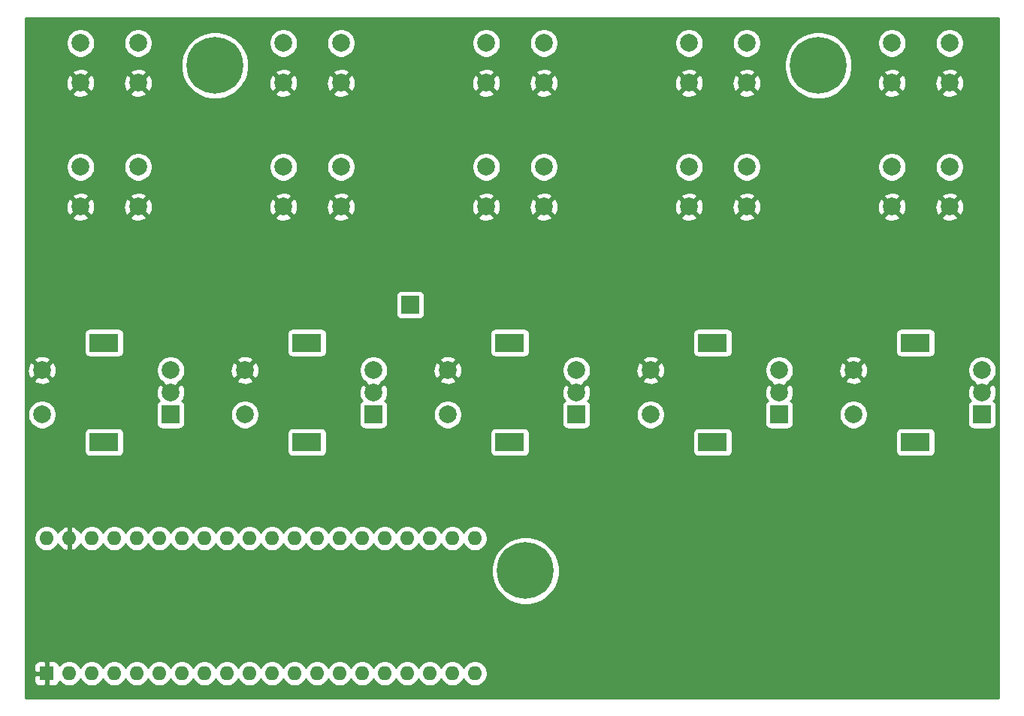
<source format=gbr>
%TF.GenerationSoftware,KiCad,Pcbnew,(5.1.6)-1*%
%TF.CreationDate,2020-09-01T20:06:50-04:00*%
%TF.ProjectId,autopilotv1,6175746f-7069-46c6-9f74-76312e6b6963,rev?*%
%TF.SameCoordinates,Original*%
%TF.FileFunction,Copper,L2,Bot*%
%TF.FilePolarity,Positive*%
%FSLAX46Y46*%
G04 Gerber Fmt 4.6, Leading zero omitted, Abs format (unit mm)*
G04 Created by KiCad (PCBNEW (5.1.6)-1) date 2020-09-01 20:06:50*
%MOMM*%
%LPD*%
G01*
G04 APERTURE LIST*
%TA.AperFunction,ComponentPad*%
%ADD10C,6.400000*%
%TD*%
%TA.AperFunction,ComponentPad*%
%ADD11R,2.000000X2.000000*%
%TD*%
%TA.AperFunction,ComponentPad*%
%ADD12O,1.600000X1.600000*%
%TD*%
%TA.AperFunction,ComponentPad*%
%ADD13R,1.600000X1.600000*%
%TD*%
%TA.AperFunction,ComponentPad*%
%ADD14C,2.000000*%
%TD*%
%TA.AperFunction,ComponentPad*%
%ADD15R,3.200000X2.000000*%
%TD*%
%TA.AperFunction,Conductor*%
%ADD16C,0.254000*%
%TD*%
G04 APERTURE END LIST*
D10*
%TO.P,M3,1*%
%TO.N,N/C*%
X120000000Y-137000000D03*
%TD*%
%TO.P,M3,1*%
%TO.N,N/C*%
X85000000Y-80000000D03*
%TD*%
%TO.P,M3,1*%
%TO.N,N/C*%
X153000000Y-80000000D03*
%TD*%
D11*
%TO.P,J1,1*%
%TO.N,Net-(J1-Pad1)*%
X107000000Y-107000000D03*
%TD*%
D12*
%TO.P,U1,40*%
%TO.N,Net-(U1-Pad40)*%
X66040000Y-133350000D03*
%TO.P,U1,20*%
%TO.N,N/C*%
X114300000Y-148590000D03*
%TO.P,U1,39*%
%TO.N,GND*%
X68580000Y-133350000D03*
%TO.P,U1,19*%
%TO.N,N/C*%
X111760000Y-148590000D03*
%TO.P,U1,38*%
%TO.N,Net-(U1-Pad38)*%
X71120000Y-133350000D03*
%TO.P,U1,18*%
%TO.N,N/C*%
X109220000Y-148590000D03*
%TO.P,U1,37*%
%TO.N,Net-(SW11-PadS2)*%
X73660000Y-133350000D03*
%TO.P,U1,17*%
%TO.N,N/C*%
X106680000Y-148590000D03*
%TO.P,U1,36*%
%TO.N,Net-(SW11-PadA)*%
X76200000Y-133350000D03*
%TO.P,U1,16*%
%TO.N,N/C*%
X104140000Y-148590000D03*
%TO.P,U1,35*%
%TO.N,Net-(SW11-PadB)*%
X78740000Y-133350000D03*
%TO.P,U1,15*%
%TO.N,N/C*%
X101600000Y-148590000D03*
%TO.P,U1,34*%
%TO.N,Net-(SW12-PadS2)*%
X81280000Y-133350000D03*
%TO.P,U1,14*%
%TO.N,Net-(SW15-PadS2)*%
X99060000Y-148590000D03*
%TO.P,U1,33*%
%TO.N,Net-(SW12-PadA)*%
X83820000Y-133350000D03*
%TO.P,U1,13*%
%TO.N,Net-(SW15-PadA)*%
X96520000Y-148590000D03*
%TO.P,U1,32*%
%TO.N,Net-(SW12-PadB)*%
X86360000Y-133350000D03*
%TO.P,U1,12*%
%TO.N,Net-(SW15-PadB)*%
X93980000Y-148590000D03*
%TO.P,U1,31*%
%TO.N,Net-(SW13-PadA)*%
X88900000Y-133350000D03*
%TO.P,U1,11*%
%TO.N,Net-(SW1-Pad1)*%
X91440000Y-148590000D03*
%TO.P,U1,30*%
%TO.N,Net-(SW13-PadB)*%
X91440000Y-133350000D03*
%TO.P,U1,10*%
%TO.N,Net-(SW2-Pad1)*%
X88900000Y-148590000D03*
%TO.P,U1,29*%
%TO.N,Net-(SW14-PadS2)*%
X93980000Y-133350000D03*
%TO.P,U1,9*%
%TO.N,Net-(SW3-Pad1)*%
X86360000Y-148590000D03*
%TO.P,U1,28*%
%TO.N,Net-(SW14-PadA)*%
X96520000Y-133350000D03*
%TO.P,U1,8*%
%TO.N,Net-(SW4-Pad1)*%
X83820000Y-148590000D03*
%TO.P,U1,27*%
%TO.N,Net-(SW14-PadB)*%
X99060000Y-133350000D03*
%TO.P,U1,7*%
%TO.N,Net-(SW5-Pad1)*%
X81280000Y-148590000D03*
%TO.P,U1,26*%
%TO.N,N/C*%
X101600000Y-133350000D03*
%TO.P,U1,6*%
%TO.N,Net-(SW6-Pad1)*%
X78740000Y-148590000D03*
%TO.P,U1,25*%
%TO.N,N/C*%
X104140000Y-133350000D03*
%TO.P,U1,5*%
%TO.N,Net-(SW7-Pad1)*%
X76200000Y-148590000D03*
%TO.P,U1,24*%
%TO.N,N/C*%
X106680000Y-133350000D03*
%TO.P,U1,4*%
%TO.N,Net-(SW8-Pad1)*%
X73660000Y-148590000D03*
%TO.P,U1,23*%
%TO.N,N/C*%
X109220000Y-133350000D03*
%TO.P,U1,3*%
%TO.N,Net-(SW9-Pad1)*%
X71120000Y-148590000D03*
%TO.P,U1,22*%
%TO.N,N/C*%
X111760000Y-133350000D03*
%TO.P,U1,2*%
%TO.N,Net-(SW10-Pad1)*%
X68580000Y-148590000D03*
%TO.P,U1,21*%
%TO.N,N/C*%
X114300000Y-133350000D03*
D13*
%TO.P,U1,1*%
%TO.N,GND*%
X66040000Y-148590000D03*
%TD*%
D14*
%TO.P,SW7,1*%
%TO.N,Net-(SW7-Pad1)*%
X144930000Y-77470000D03*
%TO.P,SW7,2*%
%TO.N,GND*%
X144930000Y-81970000D03*
%TO.P,SW7,1*%
%TO.N,Net-(SW7-Pad1)*%
X138430000Y-77470000D03*
%TO.P,SW7,2*%
%TO.N,GND*%
X138430000Y-81970000D03*
%TD*%
%TO.P,SW1,1*%
%TO.N,Net-(SW1-Pad1)*%
X167790000Y-91440000D03*
%TO.P,SW1,2*%
%TO.N,GND*%
X167790000Y-95940000D03*
%TO.P,SW1,1*%
%TO.N,Net-(SW1-Pad1)*%
X161290000Y-91440000D03*
%TO.P,SW1,2*%
%TO.N,GND*%
X161290000Y-95940000D03*
%TD*%
%TO.P,SW3,2*%
%TO.N,GND*%
X115570000Y-95940000D03*
%TO.P,SW3,1*%
%TO.N,Net-(SW3-Pad1)*%
X115570000Y-91440000D03*
%TO.P,SW3,2*%
%TO.N,GND*%
X122070000Y-95940000D03*
%TO.P,SW3,1*%
%TO.N,Net-(SW3-Pad1)*%
X122070000Y-91440000D03*
%TD*%
%TO.P,SW5,1*%
%TO.N,Net-(SW5-Pad1)*%
X76350000Y-91440000D03*
%TO.P,SW5,2*%
%TO.N,GND*%
X76350000Y-95940000D03*
%TO.P,SW5,1*%
%TO.N,Net-(SW5-Pad1)*%
X69850000Y-91440000D03*
%TO.P,SW5,2*%
%TO.N,GND*%
X69850000Y-95940000D03*
%TD*%
%TO.P,SW2,1*%
%TO.N,Net-(SW2-Pad1)*%
X144930000Y-91440000D03*
%TO.P,SW2,2*%
%TO.N,GND*%
X144930000Y-95940000D03*
%TO.P,SW2,1*%
%TO.N,Net-(SW2-Pad1)*%
X138430000Y-91440000D03*
%TO.P,SW2,2*%
%TO.N,GND*%
X138430000Y-95940000D03*
%TD*%
%TO.P,SW10,1*%
%TO.N,Net-(SW10-Pad1)*%
X76350000Y-77470000D03*
%TO.P,SW10,2*%
%TO.N,GND*%
X76350000Y-81970000D03*
%TO.P,SW10,1*%
%TO.N,Net-(SW10-Pad1)*%
X69850000Y-77470000D03*
%TO.P,SW10,2*%
%TO.N,GND*%
X69850000Y-81970000D03*
%TD*%
%TO.P,SW9,1*%
%TO.N,Net-(SW9-Pad1)*%
X99210000Y-77470000D03*
%TO.P,SW9,2*%
%TO.N,GND*%
X99210000Y-81970000D03*
%TO.P,SW9,1*%
%TO.N,Net-(SW9-Pad1)*%
X92710000Y-77470000D03*
%TO.P,SW9,2*%
%TO.N,GND*%
X92710000Y-81970000D03*
%TD*%
%TO.P,SW8,1*%
%TO.N,Net-(SW8-Pad1)*%
X122070000Y-77470000D03*
%TO.P,SW8,2*%
%TO.N,GND*%
X122070000Y-81970000D03*
%TO.P,SW8,1*%
%TO.N,Net-(SW8-Pad1)*%
X115570000Y-77470000D03*
%TO.P,SW8,2*%
%TO.N,GND*%
X115570000Y-81970000D03*
%TD*%
%TO.P,SW6,1*%
%TO.N,Net-(SW6-Pad1)*%
X167790000Y-77470000D03*
%TO.P,SW6,2*%
%TO.N,GND*%
X167790000Y-81970000D03*
%TO.P,SW6,1*%
%TO.N,Net-(SW6-Pad1)*%
X161290000Y-77470000D03*
%TO.P,SW6,2*%
%TO.N,GND*%
X161290000Y-81970000D03*
%TD*%
%TO.P,SW4,1*%
%TO.N,Net-(SW4-Pad1)*%
X99210000Y-91440000D03*
%TO.P,SW4,2*%
%TO.N,GND*%
X99210000Y-95940000D03*
%TO.P,SW4,1*%
%TO.N,Net-(SW4-Pad1)*%
X92710000Y-91440000D03*
%TO.P,SW4,2*%
%TO.N,GND*%
X92710000Y-95940000D03*
%TD*%
%TO.P,SW12,S1*%
%TO.N,GND*%
X88370000Y-114380000D03*
%TO.P,SW12,S2*%
%TO.N,Net-(SW12-PadS2)*%
X88370000Y-119380000D03*
D15*
%TO.P,SW12,MP*%
%TO.N,N/C*%
X95370000Y-111280000D03*
X95370000Y-122480000D03*
D14*
%TO.P,SW12,B*%
%TO.N,Net-(SW12-PadB)*%
X102870000Y-114380000D03*
%TO.P,SW12,C*%
%TO.N,GND*%
X102870000Y-116880000D03*
D11*
%TO.P,SW12,A*%
%TO.N,Net-(SW12-PadA)*%
X102870000Y-119380000D03*
%TD*%
%TO.P,SW15,A*%
%TO.N,Net-(SW15-PadA)*%
X171450000Y-119380000D03*
D14*
%TO.P,SW15,C*%
%TO.N,GND*%
X171450000Y-116880000D03*
%TO.P,SW15,B*%
%TO.N,Net-(SW15-PadB)*%
X171450000Y-114380000D03*
D15*
%TO.P,SW15,MP*%
%TO.N,N/C*%
X163950000Y-122480000D03*
X163950000Y-111280000D03*
D14*
%TO.P,SW15,S2*%
%TO.N,Net-(SW15-PadS2)*%
X156950000Y-119380000D03*
%TO.P,SW15,S1*%
%TO.N,GND*%
X156950000Y-114380000D03*
%TD*%
%TO.P,SW14,S1*%
%TO.N,GND*%
X134090000Y-114380000D03*
%TO.P,SW14,S2*%
%TO.N,Net-(SW14-PadS2)*%
X134090000Y-119380000D03*
D15*
%TO.P,SW14,MP*%
%TO.N,N/C*%
X141090000Y-111280000D03*
X141090000Y-122480000D03*
D14*
%TO.P,SW14,B*%
%TO.N,Net-(SW14-PadB)*%
X148590000Y-114380000D03*
%TO.P,SW14,C*%
%TO.N,GND*%
X148590000Y-116880000D03*
D11*
%TO.P,SW14,A*%
%TO.N,Net-(SW14-PadA)*%
X148590000Y-119380000D03*
%TD*%
D14*
%TO.P,SW13,S1*%
%TO.N,GND*%
X111230000Y-114380000D03*
%TO.P,SW13,S2*%
%TO.N,Net-(J1-Pad1)*%
X111230000Y-119380000D03*
D15*
%TO.P,SW13,MP*%
%TO.N,N/C*%
X118230000Y-111280000D03*
X118230000Y-122480000D03*
D14*
%TO.P,SW13,B*%
%TO.N,Net-(SW13-PadB)*%
X125730000Y-114380000D03*
%TO.P,SW13,C*%
%TO.N,GND*%
X125730000Y-116880000D03*
D11*
%TO.P,SW13,A*%
%TO.N,Net-(SW13-PadA)*%
X125730000Y-119380000D03*
%TD*%
D14*
%TO.P,SW11,S1*%
%TO.N,GND*%
X65510000Y-114380000D03*
%TO.P,SW11,S2*%
%TO.N,Net-(SW11-PadS2)*%
X65510000Y-119380000D03*
D15*
%TO.P,SW11,MP*%
%TO.N,N/C*%
X72510000Y-111280000D03*
X72510000Y-122480000D03*
D14*
%TO.P,SW11,B*%
%TO.N,Net-(SW11-PadB)*%
X80010000Y-114380000D03*
%TO.P,SW11,C*%
%TO.N,GND*%
X80010000Y-116880000D03*
D11*
%TO.P,SW11,A*%
%TO.N,Net-(SW11-PadA)*%
X80010000Y-119380000D03*
%TD*%
D16*
%TO.N,GND*%
G36*
X173340001Y-151340000D02*
G01*
X63660000Y-151340000D01*
X63660000Y-149390000D01*
X64601928Y-149390000D01*
X64614188Y-149514482D01*
X64650498Y-149634180D01*
X64709463Y-149744494D01*
X64788815Y-149841185D01*
X64885506Y-149920537D01*
X64995820Y-149979502D01*
X65115518Y-150015812D01*
X65240000Y-150028072D01*
X65754250Y-150025000D01*
X65913000Y-149866250D01*
X65913000Y-148717000D01*
X64763750Y-148717000D01*
X64605000Y-148875750D01*
X64601928Y-149390000D01*
X63660000Y-149390000D01*
X63660000Y-147790000D01*
X64601928Y-147790000D01*
X64605000Y-148304250D01*
X64763750Y-148463000D01*
X65913000Y-148463000D01*
X65913000Y-147313750D01*
X66167000Y-147313750D01*
X66167000Y-148463000D01*
X66187000Y-148463000D01*
X66187000Y-148717000D01*
X66167000Y-148717000D01*
X66167000Y-149866250D01*
X66325750Y-150025000D01*
X66840000Y-150028072D01*
X66964482Y-150015812D01*
X67084180Y-149979502D01*
X67194494Y-149920537D01*
X67291185Y-149841185D01*
X67370537Y-149744494D01*
X67429502Y-149634180D01*
X67465812Y-149514482D01*
X67466643Y-149506039D01*
X67665241Y-149704637D01*
X67900273Y-149861680D01*
X68161426Y-149969853D01*
X68438665Y-150025000D01*
X68721335Y-150025000D01*
X68998574Y-149969853D01*
X69259727Y-149861680D01*
X69494759Y-149704637D01*
X69694637Y-149504759D01*
X69850000Y-149272241D01*
X70005363Y-149504759D01*
X70205241Y-149704637D01*
X70440273Y-149861680D01*
X70701426Y-149969853D01*
X70978665Y-150025000D01*
X71261335Y-150025000D01*
X71538574Y-149969853D01*
X71799727Y-149861680D01*
X72034759Y-149704637D01*
X72234637Y-149504759D01*
X72390000Y-149272241D01*
X72545363Y-149504759D01*
X72745241Y-149704637D01*
X72980273Y-149861680D01*
X73241426Y-149969853D01*
X73518665Y-150025000D01*
X73801335Y-150025000D01*
X74078574Y-149969853D01*
X74339727Y-149861680D01*
X74574759Y-149704637D01*
X74774637Y-149504759D01*
X74930000Y-149272241D01*
X75085363Y-149504759D01*
X75285241Y-149704637D01*
X75520273Y-149861680D01*
X75781426Y-149969853D01*
X76058665Y-150025000D01*
X76341335Y-150025000D01*
X76618574Y-149969853D01*
X76879727Y-149861680D01*
X77114759Y-149704637D01*
X77314637Y-149504759D01*
X77470000Y-149272241D01*
X77625363Y-149504759D01*
X77825241Y-149704637D01*
X78060273Y-149861680D01*
X78321426Y-149969853D01*
X78598665Y-150025000D01*
X78881335Y-150025000D01*
X79158574Y-149969853D01*
X79419727Y-149861680D01*
X79654759Y-149704637D01*
X79854637Y-149504759D01*
X80010000Y-149272241D01*
X80165363Y-149504759D01*
X80365241Y-149704637D01*
X80600273Y-149861680D01*
X80861426Y-149969853D01*
X81138665Y-150025000D01*
X81421335Y-150025000D01*
X81698574Y-149969853D01*
X81959727Y-149861680D01*
X82194759Y-149704637D01*
X82394637Y-149504759D01*
X82550000Y-149272241D01*
X82705363Y-149504759D01*
X82905241Y-149704637D01*
X83140273Y-149861680D01*
X83401426Y-149969853D01*
X83678665Y-150025000D01*
X83961335Y-150025000D01*
X84238574Y-149969853D01*
X84499727Y-149861680D01*
X84734759Y-149704637D01*
X84934637Y-149504759D01*
X85090000Y-149272241D01*
X85245363Y-149504759D01*
X85445241Y-149704637D01*
X85680273Y-149861680D01*
X85941426Y-149969853D01*
X86218665Y-150025000D01*
X86501335Y-150025000D01*
X86778574Y-149969853D01*
X87039727Y-149861680D01*
X87274759Y-149704637D01*
X87474637Y-149504759D01*
X87630000Y-149272241D01*
X87785363Y-149504759D01*
X87985241Y-149704637D01*
X88220273Y-149861680D01*
X88481426Y-149969853D01*
X88758665Y-150025000D01*
X89041335Y-150025000D01*
X89318574Y-149969853D01*
X89579727Y-149861680D01*
X89814759Y-149704637D01*
X90014637Y-149504759D01*
X90170000Y-149272241D01*
X90325363Y-149504759D01*
X90525241Y-149704637D01*
X90760273Y-149861680D01*
X91021426Y-149969853D01*
X91298665Y-150025000D01*
X91581335Y-150025000D01*
X91858574Y-149969853D01*
X92119727Y-149861680D01*
X92354759Y-149704637D01*
X92554637Y-149504759D01*
X92710000Y-149272241D01*
X92865363Y-149504759D01*
X93065241Y-149704637D01*
X93300273Y-149861680D01*
X93561426Y-149969853D01*
X93838665Y-150025000D01*
X94121335Y-150025000D01*
X94398574Y-149969853D01*
X94659727Y-149861680D01*
X94894759Y-149704637D01*
X95094637Y-149504759D01*
X95250000Y-149272241D01*
X95405363Y-149504759D01*
X95605241Y-149704637D01*
X95840273Y-149861680D01*
X96101426Y-149969853D01*
X96378665Y-150025000D01*
X96661335Y-150025000D01*
X96938574Y-149969853D01*
X97199727Y-149861680D01*
X97434759Y-149704637D01*
X97634637Y-149504759D01*
X97790000Y-149272241D01*
X97945363Y-149504759D01*
X98145241Y-149704637D01*
X98380273Y-149861680D01*
X98641426Y-149969853D01*
X98918665Y-150025000D01*
X99201335Y-150025000D01*
X99478574Y-149969853D01*
X99739727Y-149861680D01*
X99974759Y-149704637D01*
X100174637Y-149504759D01*
X100330000Y-149272241D01*
X100485363Y-149504759D01*
X100685241Y-149704637D01*
X100920273Y-149861680D01*
X101181426Y-149969853D01*
X101458665Y-150025000D01*
X101741335Y-150025000D01*
X102018574Y-149969853D01*
X102279727Y-149861680D01*
X102514759Y-149704637D01*
X102714637Y-149504759D01*
X102870000Y-149272241D01*
X103025363Y-149504759D01*
X103225241Y-149704637D01*
X103460273Y-149861680D01*
X103721426Y-149969853D01*
X103998665Y-150025000D01*
X104281335Y-150025000D01*
X104558574Y-149969853D01*
X104819727Y-149861680D01*
X105054759Y-149704637D01*
X105254637Y-149504759D01*
X105410000Y-149272241D01*
X105565363Y-149504759D01*
X105765241Y-149704637D01*
X106000273Y-149861680D01*
X106261426Y-149969853D01*
X106538665Y-150025000D01*
X106821335Y-150025000D01*
X107098574Y-149969853D01*
X107359727Y-149861680D01*
X107594759Y-149704637D01*
X107794637Y-149504759D01*
X107950000Y-149272241D01*
X108105363Y-149504759D01*
X108305241Y-149704637D01*
X108540273Y-149861680D01*
X108801426Y-149969853D01*
X109078665Y-150025000D01*
X109361335Y-150025000D01*
X109638574Y-149969853D01*
X109899727Y-149861680D01*
X110134759Y-149704637D01*
X110334637Y-149504759D01*
X110490000Y-149272241D01*
X110645363Y-149504759D01*
X110845241Y-149704637D01*
X111080273Y-149861680D01*
X111341426Y-149969853D01*
X111618665Y-150025000D01*
X111901335Y-150025000D01*
X112178574Y-149969853D01*
X112439727Y-149861680D01*
X112674759Y-149704637D01*
X112874637Y-149504759D01*
X113030000Y-149272241D01*
X113185363Y-149504759D01*
X113385241Y-149704637D01*
X113620273Y-149861680D01*
X113881426Y-149969853D01*
X114158665Y-150025000D01*
X114441335Y-150025000D01*
X114718574Y-149969853D01*
X114979727Y-149861680D01*
X115214759Y-149704637D01*
X115414637Y-149504759D01*
X115571680Y-149269727D01*
X115679853Y-149008574D01*
X115735000Y-148731335D01*
X115735000Y-148448665D01*
X115679853Y-148171426D01*
X115571680Y-147910273D01*
X115414637Y-147675241D01*
X115214759Y-147475363D01*
X114979727Y-147318320D01*
X114718574Y-147210147D01*
X114441335Y-147155000D01*
X114158665Y-147155000D01*
X113881426Y-147210147D01*
X113620273Y-147318320D01*
X113385241Y-147475363D01*
X113185363Y-147675241D01*
X113030000Y-147907759D01*
X112874637Y-147675241D01*
X112674759Y-147475363D01*
X112439727Y-147318320D01*
X112178574Y-147210147D01*
X111901335Y-147155000D01*
X111618665Y-147155000D01*
X111341426Y-147210147D01*
X111080273Y-147318320D01*
X110845241Y-147475363D01*
X110645363Y-147675241D01*
X110490000Y-147907759D01*
X110334637Y-147675241D01*
X110134759Y-147475363D01*
X109899727Y-147318320D01*
X109638574Y-147210147D01*
X109361335Y-147155000D01*
X109078665Y-147155000D01*
X108801426Y-147210147D01*
X108540273Y-147318320D01*
X108305241Y-147475363D01*
X108105363Y-147675241D01*
X107950000Y-147907759D01*
X107794637Y-147675241D01*
X107594759Y-147475363D01*
X107359727Y-147318320D01*
X107098574Y-147210147D01*
X106821335Y-147155000D01*
X106538665Y-147155000D01*
X106261426Y-147210147D01*
X106000273Y-147318320D01*
X105765241Y-147475363D01*
X105565363Y-147675241D01*
X105410000Y-147907759D01*
X105254637Y-147675241D01*
X105054759Y-147475363D01*
X104819727Y-147318320D01*
X104558574Y-147210147D01*
X104281335Y-147155000D01*
X103998665Y-147155000D01*
X103721426Y-147210147D01*
X103460273Y-147318320D01*
X103225241Y-147475363D01*
X103025363Y-147675241D01*
X102870000Y-147907759D01*
X102714637Y-147675241D01*
X102514759Y-147475363D01*
X102279727Y-147318320D01*
X102018574Y-147210147D01*
X101741335Y-147155000D01*
X101458665Y-147155000D01*
X101181426Y-147210147D01*
X100920273Y-147318320D01*
X100685241Y-147475363D01*
X100485363Y-147675241D01*
X100330000Y-147907759D01*
X100174637Y-147675241D01*
X99974759Y-147475363D01*
X99739727Y-147318320D01*
X99478574Y-147210147D01*
X99201335Y-147155000D01*
X98918665Y-147155000D01*
X98641426Y-147210147D01*
X98380273Y-147318320D01*
X98145241Y-147475363D01*
X97945363Y-147675241D01*
X97790000Y-147907759D01*
X97634637Y-147675241D01*
X97434759Y-147475363D01*
X97199727Y-147318320D01*
X96938574Y-147210147D01*
X96661335Y-147155000D01*
X96378665Y-147155000D01*
X96101426Y-147210147D01*
X95840273Y-147318320D01*
X95605241Y-147475363D01*
X95405363Y-147675241D01*
X95250000Y-147907759D01*
X95094637Y-147675241D01*
X94894759Y-147475363D01*
X94659727Y-147318320D01*
X94398574Y-147210147D01*
X94121335Y-147155000D01*
X93838665Y-147155000D01*
X93561426Y-147210147D01*
X93300273Y-147318320D01*
X93065241Y-147475363D01*
X92865363Y-147675241D01*
X92710000Y-147907759D01*
X92554637Y-147675241D01*
X92354759Y-147475363D01*
X92119727Y-147318320D01*
X91858574Y-147210147D01*
X91581335Y-147155000D01*
X91298665Y-147155000D01*
X91021426Y-147210147D01*
X90760273Y-147318320D01*
X90525241Y-147475363D01*
X90325363Y-147675241D01*
X90170000Y-147907759D01*
X90014637Y-147675241D01*
X89814759Y-147475363D01*
X89579727Y-147318320D01*
X89318574Y-147210147D01*
X89041335Y-147155000D01*
X88758665Y-147155000D01*
X88481426Y-147210147D01*
X88220273Y-147318320D01*
X87985241Y-147475363D01*
X87785363Y-147675241D01*
X87630000Y-147907759D01*
X87474637Y-147675241D01*
X87274759Y-147475363D01*
X87039727Y-147318320D01*
X86778574Y-147210147D01*
X86501335Y-147155000D01*
X86218665Y-147155000D01*
X85941426Y-147210147D01*
X85680273Y-147318320D01*
X85445241Y-147475363D01*
X85245363Y-147675241D01*
X85090000Y-147907759D01*
X84934637Y-147675241D01*
X84734759Y-147475363D01*
X84499727Y-147318320D01*
X84238574Y-147210147D01*
X83961335Y-147155000D01*
X83678665Y-147155000D01*
X83401426Y-147210147D01*
X83140273Y-147318320D01*
X82905241Y-147475363D01*
X82705363Y-147675241D01*
X82550000Y-147907759D01*
X82394637Y-147675241D01*
X82194759Y-147475363D01*
X81959727Y-147318320D01*
X81698574Y-147210147D01*
X81421335Y-147155000D01*
X81138665Y-147155000D01*
X80861426Y-147210147D01*
X80600273Y-147318320D01*
X80365241Y-147475363D01*
X80165363Y-147675241D01*
X80010000Y-147907759D01*
X79854637Y-147675241D01*
X79654759Y-147475363D01*
X79419727Y-147318320D01*
X79158574Y-147210147D01*
X78881335Y-147155000D01*
X78598665Y-147155000D01*
X78321426Y-147210147D01*
X78060273Y-147318320D01*
X77825241Y-147475363D01*
X77625363Y-147675241D01*
X77470000Y-147907759D01*
X77314637Y-147675241D01*
X77114759Y-147475363D01*
X76879727Y-147318320D01*
X76618574Y-147210147D01*
X76341335Y-147155000D01*
X76058665Y-147155000D01*
X75781426Y-147210147D01*
X75520273Y-147318320D01*
X75285241Y-147475363D01*
X75085363Y-147675241D01*
X74930000Y-147907759D01*
X74774637Y-147675241D01*
X74574759Y-147475363D01*
X74339727Y-147318320D01*
X74078574Y-147210147D01*
X73801335Y-147155000D01*
X73518665Y-147155000D01*
X73241426Y-147210147D01*
X72980273Y-147318320D01*
X72745241Y-147475363D01*
X72545363Y-147675241D01*
X72390000Y-147907759D01*
X72234637Y-147675241D01*
X72034759Y-147475363D01*
X71799727Y-147318320D01*
X71538574Y-147210147D01*
X71261335Y-147155000D01*
X70978665Y-147155000D01*
X70701426Y-147210147D01*
X70440273Y-147318320D01*
X70205241Y-147475363D01*
X70005363Y-147675241D01*
X69850000Y-147907759D01*
X69694637Y-147675241D01*
X69494759Y-147475363D01*
X69259727Y-147318320D01*
X68998574Y-147210147D01*
X68721335Y-147155000D01*
X68438665Y-147155000D01*
X68161426Y-147210147D01*
X67900273Y-147318320D01*
X67665241Y-147475363D01*
X67466643Y-147673961D01*
X67465812Y-147665518D01*
X67429502Y-147545820D01*
X67370537Y-147435506D01*
X67291185Y-147338815D01*
X67194494Y-147259463D01*
X67084180Y-147200498D01*
X66964482Y-147164188D01*
X66840000Y-147151928D01*
X66325750Y-147155000D01*
X66167000Y-147313750D01*
X65913000Y-147313750D01*
X65754250Y-147155000D01*
X65240000Y-147151928D01*
X65115518Y-147164188D01*
X64995820Y-147200498D01*
X64885506Y-147259463D01*
X64788815Y-147338815D01*
X64709463Y-147435506D01*
X64650498Y-147545820D01*
X64614188Y-147665518D01*
X64601928Y-147790000D01*
X63660000Y-147790000D01*
X63660000Y-136622285D01*
X116165000Y-136622285D01*
X116165000Y-137377715D01*
X116312377Y-138118628D01*
X116601467Y-138816554D01*
X117021161Y-139444670D01*
X117555330Y-139978839D01*
X118183446Y-140398533D01*
X118881372Y-140687623D01*
X119622285Y-140835000D01*
X120377715Y-140835000D01*
X121118628Y-140687623D01*
X121816554Y-140398533D01*
X122444670Y-139978839D01*
X122978839Y-139444670D01*
X123398533Y-138816554D01*
X123687623Y-138118628D01*
X123835000Y-137377715D01*
X123835000Y-136622285D01*
X123687623Y-135881372D01*
X123398533Y-135183446D01*
X122978839Y-134555330D01*
X122444670Y-134021161D01*
X121816554Y-133601467D01*
X121118628Y-133312377D01*
X120377715Y-133165000D01*
X119622285Y-133165000D01*
X118881372Y-133312377D01*
X118183446Y-133601467D01*
X117555330Y-134021161D01*
X117021161Y-134555330D01*
X116601467Y-135183446D01*
X116312377Y-135881372D01*
X116165000Y-136622285D01*
X63660000Y-136622285D01*
X63660000Y-133208665D01*
X64605000Y-133208665D01*
X64605000Y-133491335D01*
X64660147Y-133768574D01*
X64768320Y-134029727D01*
X64925363Y-134264759D01*
X65125241Y-134464637D01*
X65360273Y-134621680D01*
X65621426Y-134729853D01*
X65898665Y-134785000D01*
X66181335Y-134785000D01*
X66458574Y-134729853D01*
X66719727Y-134621680D01*
X66954759Y-134464637D01*
X67154637Y-134264759D01*
X67311680Y-134029727D01*
X67316067Y-134019135D01*
X67427615Y-134205131D01*
X67616586Y-134413519D01*
X67842580Y-134581037D01*
X68096913Y-134701246D01*
X68230961Y-134741904D01*
X68453000Y-134619915D01*
X68453000Y-133477000D01*
X68433000Y-133477000D01*
X68433000Y-133223000D01*
X68453000Y-133223000D01*
X68453000Y-132080085D01*
X68707000Y-132080085D01*
X68707000Y-133223000D01*
X68727000Y-133223000D01*
X68727000Y-133477000D01*
X68707000Y-133477000D01*
X68707000Y-134619915D01*
X68929039Y-134741904D01*
X69063087Y-134701246D01*
X69317420Y-134581037D01*
X69543414Y-134413519D01*
X69732385Y-134205131D01*
X69843933Y-134019135D01*
X69848320Y-134029727D01*
X70005363Y-134264759D01*
X70205241Y-134464637D01*
X70440273Y-134621680D01*
X70701426Y-134729853D01*
X70978665Y-134785000D01*
X71261335Y-134785000D01*
X71538574Y-134729853D01*
X71799727Y-134621680D01*
X72034759Y-134464637D01*
X72234637Y-134264759D01*
X72390000Y-134032241D01*
X72545363Y-134264759D01*
X72745241Y-134464637D01*
X72980273Y-134621680D01*
X73241426Y-134729853D01*
X73518665Y-134785000D01*
X73801335Y-134785000D01*
X74078574Y-134729853D01*
X74339727Y-134621680D01*
X74574759Y-134464637D01*
X74774637Y-134264759D01*
X74930000Y-134032241D01*
X75085363Y-134264759D01*
X75285241Y-134464637D01*
X75520273Y-134621680D01*
X75781426Y-134729853D01*
X76058665Y-134785000D01*
X76341335Y-134785000D01*
X76618574Y-134729853D01*
X76879727Y-134621680D01*
X77114759Y-134464637D01*
X77314637Y-134264759D01*
X77470000Y-134032241D01*
X77625363Y-134264759D01*
X77825241Y-134464637D01*
X78060273Y-134621680D01*
X78321426Y-134729853D01*
X78598665Y-134785000D01*
X78881335Y-134785000D01*
X79158574Y-134729853D01*
X79419727Y-134621680D01*
X79654759Y-134464637D01*
X79854637Y-134264759D01*
X80010000Y-134032241D01*
X80165363Y-134264759D01*
X80365241Y-134464637D01*
X80600273Y-134621680D01*
X80861426Y-134729853D01*
X81138665Y-134785000D01*
X81421335Y-134785000D01*
X81698574Y-134729853D01*
X81959727Y-134621680D01*
X82194759Y-134464637D01*
X82394637Y-134264759D01*
X82550000Y-134032241D01*
X82705363Y-134264759D01*
X82905241Y-134464637D01*
X83140273Y-134621680D01*
X83401426Y-134729853D01*
X83678665Y-134785000D01*
X83961335Y-134785000D01*
X84238574Y-134729853D01*
X84499727Y-134621680D01*
X84734759Y-134464637D01*
X84934637Y-134264759D01*
X85090000Y-134032241D01*
X85245363Y-134264759D01*
X85445241Y-134464637D01*
X85680273Y-134621680D01*
X85941426Y-134729853D01*
X86218665Y-134785000D01*
X86501335Y-134785000D01*
X86778574Y-134729853D01*
X87039727Y-134621680D01*
X87274759Y-134464637D01*
X87474637Y-134264759D01*
X87630000Y-134032241D01*
X87785363Y-134264759D01*
X87985241Y-134464637D01*
X88220273Y-134621680D01*
X88481426Y-134729853D01*
X88758665Y-134785000D01*
X89041335Y-134785000D01*
X89318574Y-134729853D01*
X89579727Y-134621680D01*
X89814759Y-134464637D01*
X90014637Y-134264759D01*
X90170000Y-134032241D01*
X90325363Y-134264759D01*
X90525241Y-134464637D01*
X90760273Y-134621680D01*
X91021426Y-134729853D01*
X91298665Y-134785000D01*
X91581335Y-134785000D01*
X91858574Y-134729853D01*
X92119727Y-134621680D01*
X92354759Y-134464637D01*
X92554637Y-134264759D01*
X92710000Y-134032241D01*
X92865363Y-134264759D01*
X93065241Y-134464637D01*
X93300273Y-134621680D01*
X93561426Y-134729853D01*
X93838665Y-134785000D01*
X94121335Y-134785000D01*
X94398574Y-134729853D01*
X94659727Y-134621680D01*
X94894759Y-134464637D01*
X95094637Y-134264759D01*
X95250000Y-134032241D01*
X95405363Y-134264759D01*
X95605241Y-134464637D01*
X95840273Y-134621680D01*
X96101426Y-134729853D01*
X96378665Y-134785000D01*
X96661335Y-134785000D01*
X96938574Y-134729853D01*
X97199727Y-134621680D01*
X97434759Y-134464637D01*
X97634637Y-134264759D01*
X97790000Y-134032241D01*
X97945363Y-134264759D01*
X98145241Y-134464637D01*
X98380273Y-134621680D01*
X98641426Y-134729853D01*
X98918665Y-134785000D01*
X99201335Y-134785000D01*
X99478574Y-134729853D01*
X99739727Y-134621680D01*
X99974759Y-134464637D01*
X100174637Y-134264759D01*
X100330000Y-134032241D01*
X100485363Y-134264759D01*
X100685241Y-134464637D01*
X100920273Y-134621680D01*
X101181426Y-134729853D01*
X101458665Y-134785000D01*
X101741335Y-134785000D01*
X102018574Y-134729853D01*
X102279727Y-134621680D01*
X102514759Y-134464637D01*
X102714637Y-134264759D01*
X102870000Y-134032241D01*
X103025363Y-134264759D01*
X103225241Y-134464637D01*
X103460273Y-134621680D01*
X103721426Y-134729853D01*
X103998665Y-134785000D01*
X104281335Y-134785000D01*
X104558574Y-134729853D01*
X104819727Y-134621680D01*
X105054759Y-134464637D01*
X105254637Y-134264759D01*
X105410000Y-134032241D01*
X105565363Y-134264759D01*
X105765241Y-134464637D01*
X106000273Y-134621680D01*
X106261426Y-134729853D01*
X106538665Y-134785000D01*
X106821335Y-134785000D01*
X107098574Y-134729853D01*
X107359727Y-134621680D01*
X107594759Y-134464637D01*
X107794637Y-134264759D01*
X107950000Y-134032241D01*
X108105363Y-134264759D01*
X108305241Y-134464637D01*
X108540273Y-134621680D01*
X108801426Y-134729853D01*
X109078665Y-134785000D01*
X109361335Y-134785000D01*
X109638574Y-134729853D01*
X109899727Y-134621680D01*
X110134759Y-134464637D01*
X110334637Y-134264759D01*
X110490000Y-134032241D01*
X110645363Y-134264759D01*
X110845241Y-134464637D01*
X111080273Y-134621680D01*
X111341426Y-134729853D01*
X111618665Y-134785000D01*
X111901335Y-134785000D01*
X112178574Y-134729853D01*
X112439727Y-134621680D01*
X112674759Y-134464637D01*
X112874637Y-134264759D01*
X113030000Y-134032241D01*
X113185363Y-134264759D01*
X113385241Y-134464637D01*
X113620273Y-134621680D01*
X113881426Y-134729853D01*
X114158665Y-134785000D01*
X114441335Y-134785000D01*
X114718574Y-134729853D01*
X114979727Y-134621680D01*
X115214759Y-134464637D01*
X115414637Y-134264759D01*
X115571680Y-134029727D01*
X115679853Y-133768574D01*
X115735000Y-133491335D01*
X115735000Y-133208665D01*
X115679853Y-132931426D01*
X115571680Y-132670273D01*
X115414637Y-132435241D01*
X115214759Y-132235363D01*
X114979727Y-132078320D01*
X114718574Y-131970147D01*
X114441335Y-131915000D01*
X114158665Y-131915000D01*
X113881426Y-131970147D01*
X113620273Y-132078320D01*
X113385241Y-132235363D01*
X113185363Y-132435241D01*
X113030000Y-132667759D01*
X112874637Y-132435241D01*
X112674759Y-132235363D01*
X112439727Y-132078320D01*
X112178574Y-131970147D01*
X111901335Y-131915000D01*
X111618665Y-131915000D01*
X111341426Y-131970147D01*
X111080273Y-132078320D01*
X110845241Y-132235363D01*
X110645363Y-132435241D01*
X110490000Y-132667759D01*
X110334637Y-132435241D01*
X110134759Y-132235363D01*
X109899727Y-132078320D01*
X109638574Y-131970147D01*
X109361335Y-131915000D01*
X109078665Y-131915000D01*
X108801426Y-131970147D01*
X108540273Y-132078320D01*
X108305241Y-132235363D01*
X108105363Y-132435241D01*
X107950000Y-132667759D01*
X107794637Y-132435241D01*
X107594759Y-132235363D01*
X107359727Y-132078320D01*
X107098574Y-131970147D01*
X106821335Y-131915000D01*
X106538665Y-131915000D01*
X106261426Y-131970147D01*
X106000273Y-132078320D01*
X105765241Y-132235363D01*
X105565363Y-132435241D01*
X105410000Y-132667759D01*
X105254637Y-132435241D01*
X105054759Y-132235363D01*
X104819727Y-132078320D01*
X104558574Y-131970147D01*
X104281335Y-131915000D01*
X103998665Y-131915000D01*
X103721426Y-131970147D01*
X103460273Y-132078320D01*
X103225241Y-132235363D01*
X103025363Y-132435241D01*
X102870000Y-132667759D01*
X102714637Y-132435241D01*
X102514759Y-132235363D01*
X102279727Y-132078320D01*
X102018574Y-131970147D01*
X101741335Y-131915000D01*
X101458665Y-131915000D01*
X101181426Y-131970147D01*
X100920273Y-132078320D01*
X100685241Y-132235363D01*
X100485363Y-132435241D01*
X100330000Y-132667759D01*
X100174637Y-132435241D01*
X99974759Y-132235363D01*
X99739727Y-132078320D01*
X99478574Y-131970147D01*
X99201335Y-131915000D01*
X98918665Y-131915000D01*
X98641426Y-131970147D01*
X98380273Y-132078320D01*
X98145241Y-132235363D01*
X97945363Y-132435241D01*
X97790000Y-132667759D01*
X97634637Y-132435241D01*
X97434759Y-132235363D01*
X97199727Y-132078320D01*
X96938574Y-131970147D01*
X96661335Y-131915000D01*
X96378665Y-131915000D01*
X96101426Y-131970147D01*
X95840273Y-132078320D01*
X95605241Y-132235363D01*
X95405363Y-132435241D01*
X95250000Y-132667759D01*
X95094637Y-132435241D01*
X94894759Y-132235363D01*
X94659727Y-132078320D01*
X94398574Y-131970147D01*
X94121335Y-131915000D01*
X93838665Y-131915000D01*
X93561426Y-131970147D01*
X93300273Y-132078320D01*
X93065241Y-132235363D01*
X92865363Y-132435241D01*
X92710000Y-132667759D01*
X92554637Y-132435241D01*
X92354759Y-132235363D01*
X92119727Y-132078320D01*
X91858574Y-131970147D01*
X91581335Y-131915000D01*
X91298665Y-131915000D01*
X91021426Y-131970147D01*
X90760273Y-132078320D01*
X90525241Y-132235363D01*
X90325363Y-132435241D01*
X90170000Y-132667759D01*
X90014637Y-132435241D01*
X89814759Y-132235363D01*
X89579727Y-132078320D01*
X89318574Y-131970147D01*
X89041335Y-131915000D01*
X88758665Y-131915000D01*
X88481426Y-131970147D01*
X88220273Y-132078320D01*
X87985241Y-132235363D01*
X87785363Y-132435241D01*
X87630000Y-132667759D01*
X87474637Y-132435241D01*
X87274759Y-132235363D01*
X87039727Y-132078320D01*
X86778574Y-131970147D01*
X86501335Y-131915000D01*
X86218665Y-131915000D01*
X85941426Y-131970147D01*
X85680273Y-132078320D01*
X85445241Y-132235363D01*
X85245363Y-132435241D01*
X85090000Y-132667759D01*
X84934637Y-132435241D01*
X84734759Y-132235363D01*
X84499727Y-132078320D01*
X84238574Y-131970147D01*
X83961335Y-131915000D01*
X83678665Y-131915000D01*
X83401426Y-131970147D01*
X83140273Y-132078320D01*
X82905241Y-132235363D01*
X82705363Y-132435241D01*
X82550000Y-132667759D01*
X82394637Y-132435241D01*
X82194759Y-132235363D01*
X81959727Y-132078320D01*
X81698574Y-131970147D01*
X81421335Y-131915000D01*
X81138665Y-131915000D01*
X80861426Y-131970147D01*
X80600273Y-132078320D01*
X80365241Y-132235363D01*
X80165363Y-132435241D01*
X80010000Y-132667759D01*
X79854637Y-132435241D01*
X79654759Y-132235363D01*
X79419727Y-132078320D01*
X79158574Y-131970147D01*
X78881335Y-131915000D01*
X78598665Y-131915000D01*
X78321426Y-131970147D01*
X78060273Y-132078320D01*
X77825241Y-132235363D01*
X77625363Y-132435241D01*
X77470000Y-132667759D01*
X77314637Y-132435241D01*
X77114759Y-132235363D01*
X76879727Y-132078320D01*
X76618574Y-131970147D01*
X76341335Y-131915000D01*
X76058665Y-131915000D01*
X75781426Y-131970147D01*
X75520273Y-132078320D01*
X75285241Y-132235363D01*
X75085363Y-132435241D01*
X74930000Y-132667759D01*
X74774637Y-132435241D01*
X74574759Y-132235363D01*
X74339727Y-132078320D01*
X74078574Y-131970147D01*
X73801335Y-131915000D01*
X73518665Y-131915000D01*
X73241426Y-131970147D01*
X72980273Y-132078320D01*
X72745241Y-132235363D01*
X72545363Y-132435241D01*
X72390000Y-132667759D01*
X72234637Y-132435241D01*
X72034759Y-132235363D01*
X71799727Y-132078320D01*
X71538574Y-131970147D01*
X71261335Y-131915000D01*
X70978665Y-131915000D01*
X70701426Y-131970147D01*
X70440273Y-132078320D01*
X70205241Y-132235363D01*
X70005363Y-132435241D01*
X69848320Y-132670273D01*
X69843933Y-132680865D01*
X69732385Y-132494869D01*
X69543414Y-132286481D01*
X69317420Y-132118963D01*
X69063087Y-131998754D01*
X68929039Y-131958096D01*
X68707000Y-132080085D01*
X68453000Y-132080085D01*
X68230961Y-131958096D01*
X68096913Y-131998754D01*
X67842580Y-132118963D01*
X67616586Y-132286481D01*
X67427615Y-132494869D01*
X67316067Y-132680865D01*
X67311680Y-132670273D01*
X67154637Y-132435241D01*
X66954759Y-132235363D01*
X66719727Y-132078320D01*
X66458574Y-131970147D01*
X66181335Y-131915000D01*
X65898665Y-131915000D01*
X65621426Y-131970147D01*
X65360273Y-132078320D01*
X65125241Y-132235363D01*
X64925363Y-132435241D01*
X64768320Y-132670273D01*
X64660147Y-132931426D01*
X64605000Y-133208665D01*
X63660000Y-133208665D01*
X63660000Y-121480000D01*
X70271928Y-121480000D01*
X70271928Y-123480000D01*
X70284188Y-123604482D01*
X70320498Y-123724180D01*
X70379463Y-123834494D01*
X70458815Y-123931185D01*
X70555506Y-124010537D01*
X70665820Y-124069502D01*
X70785518Y-124105812D01*
X70910000Y-124118072D01*
X74110000Y-124118072D01*
X74234482Y-124105812D01*
X74354180Y-124069502D01*
X74464494Y-124010537D01*
X74561185Y-123931185D01*
X74640537Y-123834494D01*
X74699502Y-123724180D01*
X74735812Y-123604482D01*
X74748072Y-123480000D01*
X74748072Y-121480000D01*
X93131928Y-121480000D01*
X93131928Y-123480000D01*
X93144188Y-123604482D01*
X93180498Y-123724180D01*
X93239463Y-123834494D01*
X93318815Y-123931185D01*
X93415506Y-124010537D01*
X93525820Y-124069502D01*
X93645518Y-124105812D01*
X93770000Y-124118072D01*
X96970000Y-124118072D01*
X97094482Y-124105812D01*
X97214180Y-124069502D01*
X97324494Y-124010537D01*
X97421185Y-123931185D01*
X97500537Y-123834494D01*
X97559502Y-123724180D01*
X97595812Y-123604482D01*
X97608072Y-123480000D01*
X97608072Y-121480000D01*
X115991928Y-121480000D01*
X115991928Y-123480000D01*
X116004188Y-123604482D01*
X116040498Y-123724180D01*
X116099463Y-123834494D01*
X116178815Y-123931185D01*
X116275506Y-124010537D01*
X116385820Y-124069502D01*
X116505518Y-124105812D01*
X116630000Y-124118072D01*
X119830000Y-124118072D01*
X119954482Y-124105812D01*
X120074180Y-124069502D01*
X120184494Y-124010537D01*
X120281185Y-123931185D01*
X120360537Y-123834494D01*
X120419502Y-123724180D01*
X120455812Y-123604482D01*
X120468072Y-123480000D01*
X120468072Y-121480000D01*
X138851928Y-121480000D01*
X138851928Y-123480000D01*
X138864188Y-123604482D01*
X138900498Y-123724180D01*
X138959463Y-123834494D01*
X139038815Y-123931185D01*
X139135506Y-124010537D01*
X139245820Y-124069502D01*
X139365518Y-124105812D01*
X139490000Y-124118072D01*
X142690000Y-124118072D01*
X142814482Y-124105812D01*
X142934180Y-124069502D01*
X143044494Y-124010537D01*
X143141185Y-123931185D01*
X143220537Y-123834494D01*
X143279502Y-123724180D01*
X143315812Y-123604482D01*
X143328072Y-123480000D01*
X143328072Y-121480000D01*
X161711928Y-121480000D01*
X161711928Y-123480000D01*
X161724188Y-123604482D01*
X161760498Y-123724180D01*
X161819463Y-123834494D01*
X161898815Y-123931185D01*
X161995506Y-124010537D01*
X162105820Y-124069502D01*
X162225518Y-124105812D01*
X162350000Y-124118072D01*
X165550000Y-124118072D01*
X165674482Y-124105812D01*
X165794180Y-124069502D01*
X165904494Y-124010537D01*
X166001185Y-123931185D01*
X166080537Y-123834494D01*
X166139502Y-123724180D01*
X166175812Y-123604482D01*
X166188072Y-123480000D01*
X166188072Y-121480000D01*
X166175812Y-121355518D01*
X166139502Y-121235820D01*
X166080537Y-121125506D01*
X166001185Y-121028815D01*
X165904494Y-120949463D01*
X165794180Y-120890498D01*
X165674482Y-120854188D01*
X165550000Y-120841928D01*
X162350000Y-120841928D01*
X162225518Y-120854188D01*
X162105820Y-120890498D01*
X161995506Y-120949463D01*
X161898815Y-121028815D01*
X161819463Y-121125506D01*
X161760498Y-121235820D01*
X161724188Y-121355518D01*
X161711928Y-121480000D01*
X143328072Y-121480000D01*
X143315812Y-121355518D01*
X143279502Y-121235820D01*
X143220537Y-121125506D01*
X143141185Y-121028815D01*
X143044494Y-120949463D01*
X142934180Y-120890498D01*
X142814482Y-120854188D01*
X142690000Y-120841928D01*
X139490000Y-120841928D01*
X139365518Y-120854188D01*
X139245820Y-120890498D01*
X139135506Y-120949463D01*
X139038815Y-121028815D01*
X138959463Y-121125506D01*
X138900498Y-121235820D01*
X138864188Y-121355518D01*
X138851928Y-121480000D01*
X120468072Y-121480000D01*
X120455812Y-121355518D01*
X120419502Y-121235820D01*
X120360537Y-121125506D01*
X120281185Y-121028815D01*
X120184494Y-120949463D01*
X120074180Y-120890498D01*
X119954482Y-120854188D01*
X119830000Y-120841928D01*
X116630000Y-120841928D01*
X116505518Y-120854188D01*
X116385820Y-120890498D01*
X116275506Y-120949463D01*
X116178815Y-121028815D01*
X116099463Y-121125506D01*
X116040498Y-121235820D01*
X116004188Y-121355518D01*
X115991928Y-121480000D01*
X97608072Y-121480000D01*
X97595812Y-121355518D01*
X97559502Y-121235820D01*
X97500537Y-121125506D01*
X97421185Y-121028815D01*
X97324494Y-120949463D01*
X97214180Y-120890498D01*
X97094482Y-120854188D01*
X96970000Y-120841928D01*
X93770000Y-120841928D01*
X93645518Y-120854188D01*
X93525820Y-120890498D01*
X93415506Y-120949463D01*
X93318815Y-121028815D01*
X93239463Y-121125506D01*
X93180498Y-121235820D01*
X93144188Y-121355518D01*
X93131928Y-121480000D01*
X74748072Y-121480000D01*
X74735812Y-121355518D01*
X74699502Y-121235820D01*
X74640537Y-121125506D01*
X74561185Y-121028815D01*
X74464494Y-120949463D01*
X74354180Y-120890498D01*
X74234482Y-120854188D01*
X74110000Y-120841928D01*
X70910000Y-120841928D01*
X70785518Y-120854188D01*
X70665820Y-120890498D01*
X70555506Y-120949463D01*
X70458815Y-121028815D01*
X70379463Y-121125506D01*
X70320498Y-121235820D01*
X70284188Y-121355518D01*
X70271928Y-121480000D01*
X63660000Y-121480000D01*
X63660000Y-119218967D01*
X63875000Y-119218967D01*
X63875000Y-119541033D01*
X63937832Y-119856912D01*
X64061082Y-120154463D01*
X64240013Y-120422252D01*
X64467748Y-120649987D01*
X64735537Y-120828918D01*
X65033088Y-120952168D01*
X65348967Y-121015000D01*
X65671033Y-121015000D01*
X65986912Y-120952168D01*
X66284463Y-120828918D01*
X66552252Y-120649987D01*
X66779987Y-120422252D01*
X66958918Y-120154463D01*
X67082168Y-119856912D01*
X67145000Y-119541033D01*
X67145000Y-119218967D01*
X67082168Y-118903088D01*
X66958918Y-118605537D01*
X66779987Y-118337748D01*
X66552252Y-118110013D01*
X66284463Y-117931082D01*
X65986912Y-117807832D01*
X65671033Y-117745000D01*
X65348967Y-117745000D01*
X65033088Y-117807832D01*
X64735537Y-117931082D01*
X64467748Y-118110013D01*
X64240013Y-118337748D01*
X64061082Y-118605537D01*
X63937832Y-118903088D01*
X63875000Y-119218967D01*
X63660000Y-119218967D01*
X63660000Y-116942595D01*
X78368282Y-116942595D01*
X78412039Y-117261675D01*
X78517205Y-117566088D01*
X78610186Y-117740044D01*
X78759223Y-117794024D01*
X78655506Y-117849463D01*
X78558815Y-117928815D01*
X78479463Y-118025506D01*
X78420498Y-118135820D01*
X78384188Y-118255518D01*
X78371928Y-118380000D01*
X78371928Y-120380000D01*
X78384188Y-120504482D01*
X78420498Y-120624180D01*
X78479463Y-120734494D01*
X78558815Y-120831185D01*
X78655506Y-120910537D01*
X78765820Y-120969502D01*
X78885518Y-121005812D01*
X79010000Y-121018072D01*
X81010000Y-121018072D01*
X81134482Y-121005812D01*
X81254180Y-120969502D01*
X81364494Y-120910537D01*
X81461185Y-120831185D01*
X81540537Y-120734494D01*
X81599502Y-120624180D01*
X81635812Y-120504482D01*
X81648072Y-120380000D01*
X81648072Y-119218967D01*
X86735000Y-119218967D01*
X86735000Y-119541033D01*
X86797832Y-119856912D01*
X86921082Y-120154463D01*
X87100013Y-120422252D01*
X87327748Y-120649987D01*
X87595537Y-120828918D01*
X87893088Y-120952168D01*
X88208967Y-121015000D01*
X88531033Y-121015000D01*
X88846912Y-120952168D01*
X89144463Y-120828918D01*
X89412252Y-120649987D01*
X89639987Y-120422252D01*
X89818918Y-120154463D01*
X89942168Y-119856912D01*
X90005000Y-119541033D01*
X90005000Y-119218967D01*
X89942168Y-118903088D01*
X89818918Y-118605537D01*
X89639987Y-118337748D01*
X89412252Y-118110013D01*
X89144463Y-117931082D01*
X88846912Y-117807832D01*
X88531033Y-117745000D01*
X88208967Y-117745000D01*
X87893088Y-117807832D01*
X87595537Y-117931082D01*
X87327748Y-118110013D01*
X87100013Y-118337748D01*
X86921082Y-118605537D01*
X86797832Y-118903088D01*
X86735000Y-119218967D01*
X81648072Y-119218967D01*
X81648072Y-118380000D01*
X81635812Y-118255518D01*
X81599502Y-118135820D01*
X81540537Y-118025506D01*
X81461185Y-117928815D01*
X81364494Y-117849463D01*
X81260777Y-117794024D01*
X81409814Y-117740044D01*
X81550704Y-117450429D01*
X81632384Y-117138892D01*
X81644189Y-116942595D01*
X101228282Y-116942595D01*
X101272039Y-117261675D01*
X101377205Y-117566088D01*
X101470186Y-117740044D01*
X101619223Y-117794024D01*
X101515506Y-117849463D01*
X101418815Y-117928815D01*
X101339463Y-118025506D01*
X101280498Y-118135820D01*
X101244188Y-118255518D01*
X101231928Y-118380000D01*
X101231928Y-120380000D01*
X101244188Y-120504482D01*
X101280498Y-120624180D01*
X101339463Y-120734494D01*
X101418815Y-120831185D01*
X101515506Y-120910537D01*
X101625820Y-120969502D01*
X101745518Y-121005812D01*
X101870000Y-121018072D01*
X103870000Y-121018072D01*
X103994482Y-121005812D01*
X104114180Y-120969502D01*
X104224494Y-120910537D01*
X104321185Y-120831185D01*
X104400537Y-120734494D01*
X104459502Y-120624180D01*
X104495812Y-120504482D01*
X104508072Y-120380000D01*
X104508072Y-119218967D01*
X109595000Y-119218967D01*
X109595000Y-119541033D01*
X109657832Y-119856912D01*
X109781082Y-120154463D01*
X109960013Y-120422252D01*
X110187748Y-120649987D01*
X110455537Y-120828918D01*
X110753088Y-120952168D01*
X111068967Y-121015000D01*
X111391033Y-121015000D01*
X111706912Y-120952168D01*
X112004463Y-120828918D01*
X112272252Y-120649987D01*
X112499987Y-120422252D01*
X112678918Y-120154463D01*
X112802168Y-119856912D01*
X112865000Y-119541033D01*
X112865000Y-119218967D01*
X112802168Y-118903088D01*
X112678918Y-118605537D01*
X112499987Y-118337748D01*
X112272252Y-118110013D01*
X112004463Y-117931082D01*
X111706912Y-117807832D01*
X111391033Y-117745000D01*
X111068967Y-117745000D01*
X110753088Y-117807832D01*
X110455537Y-117931082D01*
X110187748Y-118110013D01*
X109960013Y-118337748D01*
X109781082Y-118605537D01*
X109657832Y-118903088D01*
X109595000Y-119218967D01*
X104508072Y-119218967D01*
X104508072Y-118380000D01*
X104495812Y-118255518D01*
X104459502Y-118135820D01*
X104400537Y-118025506D01*
X104321185Y-117928815D01*
X104224494Y-117849463D01*
X104120777Y-117794024D01*
X104269814Y-117740044D01*
X104410704Y-117450429D01*
X104492384Y-117138892D01*
X104504189Y-116942595D01*
X124088282Y-116942595D01*
X124132039Y-117261675D01*
X124237205Y-117566088D01*
X124330186Y-117740044D01*
X124479223Y-117794024D01*
X124375506Y-117849463D01*
X124278815Y-117928815D01*
X124199463Y-118025506D01*
X124140498Y-118135820D01*
X124104188Y-118255518D01*
X124091928Y-118380000D01*
X124091928Y-120380000D01*
X124104188Y-120504482D01*
X124140498Y-120624180D01*
X124199463Y-120734494D01*
X124278815Y-120831185D01*
X124375506Y-120910537D01*
X124485820Y-120969502D01*
X124605518Y-121005812D01*
X124730000Y-121018072D01*
X126730000Y-121018072D01*
X126854482Y-121005812D01*
X126974180Y-120969502D01*
X127084494Y-120910537D01*
X127181185Y-120831185D01*
X127260537Y-120734494D01*
X127319502Y-120624180D01*
X127355812Y-120504482D01*
X127368072Y-120380000D01*
X127368072Y-119218967D01*
X132455000Y-119218967D01*
X132455000Y-119541033D01*
X132517832Y-119856912D01*
X132641082Y-120154463D01*
X132820013Y-120422252D01*
X133047748Y-120649987D01*
X133315537Y-120828918D01*
X133613088Y-120952168D01*
X133928967Y-121015000D01*
X134251033Y-121015000D01*
X134566912Y-120952168D01*
X134864463Y-120828918D01*
X135132252Y-120649987D01*
X135359987Y-120422252D01*
X135538918Y-120154463D01*
X135662168Y-119856912D01*
X135725000Y-119541033D01*
X135725000Y-119218967D01*
X135662168Y-118903088D01*
X135538918Y-118605537D01*
X135359987Y-118337748D01*
X135132252Y-118110013D01*
X134864463Y-117931082D01*
X134566912Y-117807832D01*
X134251033Y-117745000D01*
X133928967Y-117745000D01*
X133613088Y-117807832D01*
X133315537Y-117931082D01*
X133047748Y-118110013D01*
X132820013Y-118337748D01*
X132641082Y-118605537D01*
X132517832Y-118903088D01*
X132455000Y-119218967D01*
X127368072Y-119218967D01*
X127368072Y-118380000D01*
X127355812Y-118255518D01*
X127319502Y-118135820D01*
X127260537Y-118025506D01*
X127181185Y-117928815D01*
X127084494Y-117849463D01*
X126980777Y-117794024D01*
X127129814Y-117740044D01*
X127270704Y-117450429D01*
X127352384Y-117138892D01*
X127364189Y-116942595D01*
X146948282Y-116942595D01*
X146992039Y-117261675D01*
X147097205Y-117566088D01*
X147190186Y-117740044D01*
X147339223Y-117794024D01*
X147235506Y-117849463D01*
X147138815Y-117928815D01*
X147059463Y-118025506D01*
X147000498Y-118135820D01*
X146964188Y-118255518D01*
X146951928Y-118380000D01*
X146951928Y-120380000D01*
X146964188Y-120504482D01*
X147000498Y-120624180D01*
X147059463Y-120734494D01*
X147138815Y-120831185D01*
X147235506Y-120910537D01*
X147345820Y-120969502D01*
X147465518Y-121005812D01*
X147590000Y-121018072D01*
X149590000Y-121018072D01*
X149714482Y-121005812D01*
X149834180Y-120969502D01*
X149944494Y-120910537D01*
X150041185Y-120831185D01*
X150120537Y-120734494D01*
X150179502Y-120624180D01*
X150215812Y-120504482D01*
X150228072Y-120380000D01*
X150228072Y-119218967D01*
X155315000Y-119218967D01*
X155315000Y-119541033D01*
X155377832Y-119856912D01*
X155501082Y-120154463D01*
X155680013Y-120422252D01*
X155907748Y-120649987D01*
X156175537Y-120828918D01*
X156473088Y-120952168D01*
X156788967Y-121015000D01*
X157111033Y-121015000D01*
X157426912Y-120952168D01*
X157724463Y-120828918D01*
X157992252Y-120649987D01*
X158219987Y-120422252D01*
X158398918Y-120154463D01*
X158522168Y-119856912D01*
X158585000Y-119541033D01*
X158585000Y-119218967D01*
X158522168Y-118903088D01*
X158398918Y-118605537D01*
X158219987Y-118337748D01*
X157992252Y-118110013D01*
X157724463Y-117931082D01*
X157426912Y-117807832D01*
X157111033Y-117745000D01*
X156788967Y-117745000D01*
X156473088Y-117807832D01*
X156175537Y-117931082D01*
X155907748Y-118110013D01*
X155680013Y-118337748D01*
X155501082Y-118605537D01*
X155377832Y-118903088D01*
X155315000Y-119218967D01*
X150228072Y-119218967D01*
X150228072Y-118380000D01*
X150215812Y-118255518D01*
X150179502Y-118135820D01*
X150120537Y-118025506D01*
X150041185Y-117928815D01*
X149944494Y-117849463D01*
X149840777Y-117794024D01*
X149989814Y-117740044D01*
X150130704Y-117450429D01*
X150212384Y-117138892D01*
X150224189Y-116942595D01*
X169808282Y-116942595D01*
X169852039Y-117261675D01*
X169957205Y-117566088D01*
X170050186Y-117740044D01*
X170199223Y-117794024D01*
X170095506Y-117849463D01*
X169998815Y-117928815D01*
X169919463Y-118025506D01*
X169860498Y-118135820D01*
X169824188Y-118255518D01*
X169811928Y-118380000D01*
X169811928Y-120380000D01*
X169824188Y-120504482D01*
X169860498Y-120624180D01*
X169919463Y-120734494D01*
X169998815Y-120831185D01*
X170095506Y-120910537D01*
X170205820Y-120969502D01*
X170325518Y-121005812D01*
X170450000Y-121018072D01*
X172450000Y-121018072D01*
X172574482Y-121005812D01*
X172694180Y-120969502D01*
X172804494Y-120910537D01*
X172901185Y-120831185D01*
X172980537Y-120734494D01*
X173039502Y-120624180D01*
X173075812Y-120504482D01*
X173088072Y-120380000D01*
X173088072Y-118380000D01*
X173075812Y-118255518D01*
X173039502Y-118135820D01*
X172980537Y-118025506D01*
X172901185Y-117928815D01*
X172804494Y-117849463D01*
X172700777Y-117794024D01*
X172849814Y-117740044D01*
X172990704Y-117450429D01*
X173072384Y-117138892D01*
X173091718Y-116817405D01*
X173047961Y-116498325D01*
X172942795Y-116193912D01*
X172849814Y-116019956D01*
X172585413Y-115924192D01*
X171629605Y-116880000D01*
X171643748Y-116894143D01*
X171464143Y-117073748D01*
X171450000Y-117059605D01*
X171435858Y-117073748D01*
X171256253Y-116894143D01*
X171270395Y-116880000D01*
X170314587Y-115924192D01*
X170050186Y-116019956D01*
X169909296Y-116309571D01*
X169827616Y-116621108D01*
X169808282Y-116942595D01*
X150224189Y-116942595D01*
X150231718Y-116817405D01*
X150187961Y-116498325D01*
X150082795Y-116193912D01*
X149989814Y-116019956D01*
X149725413Y-115924192D01*
X148769605Y-116880000D01*
X148783748Y-116894143D01*
X148604143Y-117073748D01*
X148590000Y-117059605D01*
X148575858Y-117073748D01*
X148396253Y-116894143D01*
X148410395Y-116880000D01*
X147454587Y-115924192D01*
X147190186Y-116019956D01*
X147049296Y-116309571D01*
X146967616Y-116621108D01*
X146948282Y-116942595D01*
X127364189Y-116942595D01*
X127371718Y-116817405D01*
X127327961Y-116498325D01*
X127222795Y-116193912D01*
X127129814Y-116019956D01*
X126865413Y-115924192D01*
X125909605Y-116880000D01*
X125923748Y-116894143D01*
X125744143Y-117073748D01*
X125730000Y-117059605D01*
X125715858Y-117073748D01*
X125536253Y-116894143D01*
X125550395Y-116880000D01*
X124594587Y-115924192D01*
X124330186Y-116019956D01*
X124189296Y-116309571D01*
X124107616Y-116621108D01*
X124088282Y-116942595D01*
X104504189Y-116942595D01*
X104511718Y-116817405D01*
X104467961Y-116498325D01*
X104362795Y-116193912D01*
X104269814Y-116019956D01*
X104005413Y-115924192D01*
X103049605Y-116880000D01*
X103063748Y-116894143D01*
X102884143Y-117073748D01*
X102870000Y-117059605D01*
X102855858Y-117073748D01*
X102676253Y-116894143D01*
X102690395Y-116880000D01*
X101734587Y-115924192D01*
X101470186Y-116019956D01*
X101329296Y-116309571D01*
X101247616Y-116621108D01*
X101228282Y-116942595D01*
X81644189Y-116942595D01*
X81651718Y-116817405D01*
X81607961Y-116498325D01*
X81502795Y-116193912D01*
X81409814Y-116019956D01*
X81145413Y-115924192D01*
X80189605Y-116880000D01*
X80203748Y-116894143D01*
X80024143Y-117073748D01*
X80010000Y-117059605D01*
X79995858Y-117073748D01*
X79816253Y-116894143D01*
X79830395Y-116880000D01*
X78874587Y-115924192D01*
X78610186Y-116019956D01*
X78469296Y-116309571D01*
X78387616Y-116621108D01*
X78368282Y-116942595D01*
X63660000Y-116942595D01*
X63660000Y-115515413D01*
X64554192Y-115515413D01*
X64649956Y-115779814D01*
X64939571Y-115920704D01*
X65251108Y-116002384D01*
X65572595Y-116021718D01*
X65891675Y-115977961D01*
X66196088Y-115872795D01*
X66370044Y-115779814D01*
X66465808Y-115515413D01*
X65510000Y-114559605D01*
X64554192Y-115515413D01*
X63660000Y-115515413D01*
X63660000Y-114442595D01*
X63868282Y-114442595D01*
X63912039Y-114761675D01*
X64017205Y-115066088D01*
X64110186Y-115240044D01*
X64374587Y-115335808D01*
X65330395Y-114380000D01*
X65689605Y-114380000D01*
X66645413Y-115335808D01*
X66909814Y-115240044D01*
X67050704Y-114950429D01*
X67132384Y-114638892D01*
X67151718Y-114317405D01*
X67138219Y-114218967D01*
X78375000Y-114218967D01*
X78375000Y-114541033D01*
X78437832Y-114856912D01*
X78561082Y-115154463D01*
X78740013Y-115422252D01*
X78967748Y-115649987D01*
X79064935Y-115714925D01*
X79054192Y-115744587D01*
X80010000Y-116700395D01*
X80965808Y-115744587D01*
X80955065Y-115714925D01*
X81052252Y-115649987D01*
X81186826Y-115515413D01*
X87414192Y-115515413D01*
X87509956Y-115779814D01*
X87799571Y-115920704D01*
X88111108Y-116002384D01*
X88432595Y-116021718D01*
X88751675Y-115977961D01*
X89056088Y-115872795D01*
X89230044Y-115779814D01*
X89325808Y-115515413D01*
X88370000Y-114559605D01*
X87414192Y-115515413D01*
X81186826Y-115515413D01*
X81279987Y-115422252D01*
X81458918Y-115154463D01*
X81582168Y-114856912D01*
X81645000Y-114541033D01*
X81645000Y-114442595D01*
X86728282Y-114442595D01*
X86772039Y-114761675D01*
X86877205Y-115066088D01*
X86970186Y-115240044D01*
X87234587Y-115335808D01*
X88190395Y-114380000D01*
X88549605Y-114380000D01*
X89505413Y-115335808D01*
X89769814Y-115240044D01*
X89910704Y-114950429D01*
X89992384Y-114638892D01*
X90011718Y-114317405D01*
X89998219Y-114218967D01*
X101235000Y-114218967D01*
X101235000Y-114541033D01*
X101297832Y-114856912D01*
X101421082Y-115154463D01*
X101600013Y-115422252D01*
X101827748Y-115649987D01*
X101924935Y-115714925D01*
X101914192Y-115744587D01*
X102870000Y-116700395D01*
X103825808Y-115744587D01*
X103815065Y-115714925D01*
X103912252Y-115649987D01*
X104046826Y-115515413D01*
X110274192Y-115515413D01*
X110369956Y-115779814D01*
X110659571Y-115920704D01*
X110971108Y-116002384D01*
X111292595Y-116021718D01*
X111611675Y-115977961D01*
X111916088Y-115872795D01*
X112090044Y-115779814D01*
X112185808Y-115515413D01*
X111230000Y-114559605D01*
X110274192Y-115515413D01*
X104046826Y-115515413D01*
X104139987Y-115422252D01*
X104318918Y-115154463D01*
X104442168Y-114856912D01*
X104505000Y-114541033D01*
X104505000Y-114442595D01*
X109588282Y-114442595D01*
X109632039Y-114761675D01*
X109737205Y-115066088D01*
X109830186Y-115240044D01*
X110094587Y-115335808D01*
X111050395Y-114380000D01*
X111409605Y-114380000D01*
X112365413Y-115335808D01*
X112629814Y-115240044D01*
X112770704Y-114950429D01*
X112852384Y-114638892D01*
X112871718Y-114317405D01*
X112858219Y-114218967D01*
X124095000Y-114218967D01*
X124095000Y-114541033D01*
X124157832Y-114856912D01*
X124281082Y-115154463D01*
X124460013Y-115422252D01*
X124687748Y-115649987D01*
X124784935Y-115714925D01*
X124774192Y-115744587D01*
X125730000Y-116700395D01*
X126685808Y-115744587D01*
X126675065Y-115714925D01*
X126772252Y-115649987D01*
X126906826Y-115515413D01*
X133134192Y-115515413D01*
X133229956Y-115779814D01*
X133519571Y-115920704D01*
X133831108Y-116002384D01*
X134152595Y-116021718D01*
X134471675Y-115977961D01*
X134776088Y-115872795D01*
X134950044Y-115779814D01*
X135045808Y-115515413D01*
X134090000Y-114559605D01*
X133134192Y-115515413D01*
X126906826Y-115515413D01*
X126999987Y-115422252D01*
X127178918Y-115154463D01*
X127302168Y-114856912D01*
X127365000Y-114541033D01*
X127365000Y-114442595D01*
X132448282Y-114442595D01*
X132492039Y-114761675D01*
X132597205Y-115066088D01*
X132690186Y-115240044D01*
X132954587Y-115335808D01*
X133910395Y-114380000D01*
X134269605Y-114380000D01*
X135225413Y-115335808D01*
X135489814Y-115240044D01*
X135630704Y-114950429D01*
X135712384Y-114638892D01*
X135731718Y-114317405D01*
X135718219Y-114218967D01*
X146955000Y-114218967D01*
X146955000Y-114541033D01*
X147017832Y-114856912D01*
X147141082Y-115154463D01*
X147320013Y-115422252D01*
X147547748Y-115649987D01*
X147644935Y-115714925D01*
X147634192Y-115744587D01*
X148590000Y-116700395D01*
X149545808Y-115744587D01*
X149535065Y-115714925D01*
X149632252Y-115649987D01*
X149766826Y-115515413D01*
X155994192Y-115515413D01*
X156089956Y-115779814D01*
X156379571Y-115920704D01*
X156691108Y-116002384D01*
X157012595Y-116021718D01*
X157331675Y-115977961D01*
X157636088Y-115872795D01*
X157810044Y-115779814D01*
X157905808Y-115515413D01*
X156950000Y-114559605D01*
X155994192Y-115515413D01*
X149766826Y-115515413D01*
X149859987Y-115422252D01*
X150038918Y-115154463D01*
X150162168Y-114856912D01*
X150225000Y-114541033D01*
X150225000Y-114442595D01*
X155308282Y-114442595D01*
X155352039Y-114761675D01*
X155457205Y-115066088D01*
X155550186Y-115240044D01*
X155814587Y-115335808D01*
X156770395Y-114380000D01*
X157129605Y-114380000D01*
X158085413Y-115335808D01*
X158349814Y-115240044D01*
X158490704Y-114950429D01*
X158572384Y-114638892D01*
X158591718Y-114317405D01*
X158578219Y-114218967D01*
X169815000Y-114218967D01*
X169815000Y-114541033D01*
X169877832Y-114856912D01*
X170001082Y-115154463D01*
X170180013Y-115422252D01*
X170407748Y-115649987D01*
X170504935Y-115714925D01*
X170494192Y-115744587D01*
X171450000Y-116700395D01*
X172405808Y-115744587D01*
X172395065Y-115714925D01*
X172492252Y-115649987D01*
X172719987Y-115422252D01*
X172898918Y-115154463D01*
X173022168Y-114856912D01*
X173085000Y-114541033D01*
X173085000Y-114218967D01*
X173022168Y-113903088D01*
X172898918Y-113605537D01*
X172719987Y-113337748D01*
X172492252Y-113110013D01*
X172224463Y-112931082D01*
X171926912Y-112807832D01*
X171611033Y-112745000D01*
X171288967Y-112745000D01*
X170973088Y-112807832D01*
X170675537Y-112931082D01*
X170407748Y-113110013D01*
X170180013Y-113337748D01*
X170001082Y-113605537D01*
X169877832Y-113903088D01*
X169815000Y-114218967D01*
X158578219Y-114218967D01*
X158547961Y-113998325D01*
X158442795Y-113693912D01*
X158349814Y-113519956D01*
X158085413Y-113424192D01*
X157129605Y-114380000D01*
X156770395Y-114380000D01*
X155814587Y-113424192D01*
X155550186Y-113519956D01*
X155409296Y-113809571D01*
X155327616Y-114121108D01*
X155308282Y-114442595D01*
X150225000Y-114442595D01*
X150225000Y-114218967D01*
X150162168Y-113903088D01*
X150038918Y-113605537D01*
X149859987Y-113337748D01*
X149766826Y-113244587D01*
X155994192Y-113244587D01*
X156950000Y-114200395D01*
X157905808Y-113244587D01*
X157810044Y-112980186D01*
X157520429Y-112839296D01*
X157208892Y-112757616D01*
X156887405Y-112738282D01*
X156568325Y-112782039D01*
X156263912Y-112887205D01*
X156089956Y-112980186D01*
X155994192Y-113244587D01*
X149766826Y-113244587D01*
X149632252Y-113110013D01*
X149364463Y-112931082D01*
X149066912Y-112807832D01*
X148751033Y-112745000D01*
X148428967Y-112745000D01*
X148113088Y-112807832D01*
X147815537Y-112931082D01*
X147547748Y-113110013D01*
X147320013Y-113337748D01*
X147141082Y-113605537D01*
X147017832Y-113903088D01*
X146955000Y-114218967D01*
X135718219Y-114218967D01*
X135687961Y-113998325D01*
X135582795Y-113693912D01*
X135489814Y-113519956D01*
X135225413Y-113424192D01*
X134269605Y-114380000D01*
X133910395Y-114380000D01*
X132954587Y-113424192D01*
X132690186Y-113519956D01*
X132549296Y-113809571D01*
X132467616Y-114121108D01*
X132448282Y-114442595D01*
X127365000Y-114442595D01*
X127365000Y-114218967D01*
X127302168Y-113903088D01*
X127178918Y-113605537D01*
X126999987Y-113337748D01*
X126906826Y-113244587D01*
X133134192Y-113244587D01*
X134090000Y-114200395D01*
X135045808Y-113244587D01*
X134950044Y-112980186D01*
X134660429Y-112839296D01*
X134348892Y-112757616D01*
X134027405Y-112738282D01*
X133708325Y-112782039D01*
X133403912Y-112887205D01*
X133229956Y-112980186D01*
X133134192Y-113244587D01*
X126906826Y-113244587D01*
X126772252Y-113110013D01*
X126504463Y-112931082D01*
X126206912Y-112807832D01*
X125891033Y-112745000D01*
X125568967Y-112745000D01*
X125253088Y-112807832D01*
X124955537Y-112931082D01*
X124687748Y-113110013D01*
X124460013Y-113337748D01*
X124281082Y-113605537D01*
X124157832Y-113903088D01*
X124095000Y-114218967D01*
X112858219Y-114218967D01*
X112827961Y-113998325D01*
X112722795Y-113693912D01*
X112629814Y-113519956D01*
X112365413Y-113424192D01*
X111409605Y-114380000D01*
X111050395Y-114380000D01*
X110094587Y-113424192D01*
X109830186Y-113519956D01*
X109689296Y-113809571D01*
X109607616Y-114121108D01*
X109588282Y-114442595D01*
X104505000Y-114442595D01*
X104505000Y-114218967D01*
X104442168Y-113903088D01*
X104318918Y-113605537D01*
X104139987Y-113337748D01*
X104046826Y-113244587D01*
X110274192Y-113244587D01*
X111230000Y-114200395D01*
X112185808Y-113244587D01*
X112090044Y-112980186D01*
X111800429Y-112839296D01*
X111488892Y-112757616D01*
X111167405Y-112738282D01*
X110848325Y-112782039D01*
X110543912Y-112887205D01*
X110369956Y-112980186D01*
X110274192Y-113244587D01*
X104046826Y-113244587D01*
X103912252Y-113110013D01*
X103644463Y-112931082D01*
X103346912Y-112807832D01*
X103031033Y-112745000D01*
X102708967Y-112745000D01*
X102393088Y-112807832D01*
X102095537Y-112931082D01*
X101827748Y-113110013D01*
X101600013Y-113337748D01*
X101421082Y-113605537D01*
X101297832Y-113903088D01*
X101235000Y-114218967D01*
X89998219Y-114218967D01*
X89967961Y-113998325D01*
X89862795Y-113693912D01*
X89769814Y-113519956D01*
X89505413Y-113424192D01*
X88549605Y-114380000D01*
X88190395Y-114380000D01*
X87234587Y-113424192D01*
X86970186Y-113519956D01*
X86829296Y-113809571D01*
X86747616Y-114121108D01*
X86728282Y-114442595D01*
X81645000Y-114442595D01*
X81645000Y-114218967D01*
X81582168Y-113903088D01*
X81458918Y-113605537D01*
X81279987Y-113337748D01*
X81186826Y-113244587D01*
X87414192Y-113244587D01*
X88370000Y-114200395D01*
X89325808Y-113244587D01*
X89230044Y-112980186D01*
X88940429Y-112839296D01*
X88628892Y-112757616D01*
X88307405Y-112738282D01*
X87988325Y-112782039D01*
X87683912Y-112887205D01*
X87509956Y-112980186D01*
X87414192Y-113244587D01*
X81186826Y-113244587D01*
X81052252Y-113110013D01*
X80784463Y-112931082D01*
X80486912Y-112807832D01*
X80171033Y-112745000D01*
X79848967Y-112745000D01*
X79533088Y-112807832D01*
X79235537Y-112931082D01*
X78967748Y-113110013D01*
X78740013Y-113337748D01*
X78561082Y-113605537D01*
X78437832Y-113903088D01*
X78375000Y-114218967D01*
X67138219Y-114218967D01*
X67107961Y-113998325D01*
X67002795Y-113693912D01*
X66909814Y-113519956D01*
X66645413Y-113424192D01*
X65689605Y-114380000D01*
X65330395Y-114380000D01*
X64374587Y-113424192D01*
X64110186Y-113519956D01*
X63969296Y-113809571D01*
X63887616Y-114121108D01*
X63868282Y-114442595D01*
X63660000Y-114442595D01*
X63660000Y-113244587D01*
X64554192Y-113244587D01*
X65510000Y-114200395D01*
X66465808Y-113244587D01*
X66370044Y-112980186D01*
X66080429Y-112839296D01*
X65768892Y-112757616D01*
X65447405Y-112738282D01*
X65128325Y-112782039D01*
X64823912Y-112887205D01*
X64649956Y-112980186D01*
X64554192Y-113244587D01*
X63660000Y-113244587D01*
X63660000Y-110280000D01*
X70271928Y-110280000D01*
X70271928Y-112280000D01*
X70284188Y-112404482D01*
X70320498Y-112524180D01*
X70379463Y-112634494D01*
X70458815Y-112731185D01*
X70555506Y-112810537D01*
X70665820Y-112869502D01*
X70785518Y-112905812D01*
X70910000Y-112918072D01*
X74110000Y-112918072D01*
X74234482Y-112905812D01*
X74354180Y-112869502D01*
X74464494Y-112810537D01*
X74561185Y-112731185D01*
X74640537Y-112634494D01*
X74699502Y-112524180D01*
X74735812Y-112404482D01*
X74748072Y-112280000D01*
X74748072Y-110280000D01*
X93131928Y-110280000D01*
X93131928Y-112280000D01*
X93144188Y-112404482D01*
X93180498Y-112524180D01*
X93239463Y-112634494D01*
X93318815Y-112731185D01*
X93415506Y-112810537D01*
X93525820Y-112869502D01*
X93645518Y-112905812D01*
X93770000Y-112918072D01*
X96970000Y-112918072D01*
X97094482Y-112905812D01*
X97214180Y-112869502D01*
X97324494Y-112810537D01*
X97421185Y-112731185D01*
X97500537Y-112634494D01*
X97559502Y-112524180D01*
X97595812Y-112404482D01*
X97608072Y-112280000D01*
X97608072Y-110280000D01*
X115991928Y-110280000D01*
X115991928Y-112280000D01*
X116004188Y-112404482D01*
X116040498Y-112524180D01*
X116099463Y-112634494D01*
X116178815Y-112731185D01*
X116275506Y-112810537D01*
X116385820Y-112869502D01*
X116505518Y-112905812D01*
X116630000Y-112918072D01*
X119830000Y-112918072D01*
X119954482Y-112905812D01*
X120074180Y-112869502D01*
X120184494Y-112810537D01*
X120281185Y-112731185D01*
X120360537Y-112634494D01*
X120419502Y-112524180D01*
X120455812Y-112404482D01*
X120468072Y-112280000D01*
X120468072Y-110280000D01*
X138851928Y-110280000D01*
X138851928Y-112280000D01*
X138864188Y-112404482D01*
X138900498Y-112524180D01*
X138959463Y-112634494D01*
X139038815Y-112731185D01*
X139135506Y-112810537D01*
X139245820Y-112869502D01*
X139365518Y-112905812D01*
X139490000Y-112918072D01*
X142690000Y-112918072D01*
X142814482Y-112905812D01*
X142934180Y-112869502D01*
X143044494Y-112810537D01*
X143141185Y-112731185D01*
X143220537Y-112634494D01*
X143279502Y-112524180D01*
X143315812Y-112404482D01*
X143328072Y-112280000D01*
X143328072Y-110280000D01*
X161711928Y-110280000D01*
X161711928Y-112280000D01*
X161724188Y-112404482D01*
X161760498Y-112524180D01*
X161819463Y-112634494D01*
X161898815Y-112731185D01*
X161995506Y-112810537D01*
X162105820Y-112869502D01*
X162225518Y-112905812D01*
X162350000Y-112918072D01*
X165550000Y-112918072D01*
X165674482Y-112905812D01*
X165794180Y-112869502D01*
X165904494Y-112810537D01*
X166001185Y-112731185D01*
X166080537Y-112634494D01*
X166139502Y-112524180D01*
X166175812Y-112404482D01*
X166188072Y-112280000D01*
X166188072Y-110280000D01*
X166175812Y-110155518D01*
X166139502Y-110035820D01*
X166080537Y-109925506D01*
X166001185Y-109828815D01*
X165904494Y-109749463D01*
X165794180Y-109690498D01*
X165674482Y-109654188D01*
X165550000Y-109641928D01*
X162350000Y-109641928D01*
X162225518Y-109654188D01*
X162105820Y-109690498D01*
X161995506Y-109749463D01*
X161898815Y-109828815D01*
X161819463Y-109925506D01*
X161760498Y-110035820D01*
X161724188Y-110155518D01*
X161711928Y-110280000D01*
X143328072Y-110280000D01*
X143315812Y-110155518D01*
X143279502Y-110035820D01*
X143220537Y-109925506D01*
X143141185Y-109828815D01*
X143044494Y-109749463D01*
X142934180Y-109690498D01*
X142814482Y-109654188D01*
X142690000Y-109641928D01*
X139490000Y-109641928D01*
X139365518Y-109654188D01*
X139245820Y-109690498D01*
X139135506Y-109749463D01*
X139038815Y-109828815D01*
X138959463Y-109925506D01*
X138900498Y-110035820D01*
X138864188Y-110155518D01*
X138851928Y-110280000D01*
X120468072Y-110280000D01*
X120455812Y-110155518D01*
X120419502Y-110035820D01*
X120360537Y-109925506D01*
X120281185Y-109828815D01*
X120184494Y-109749463D01*
X120074180Y-109690498D01*
X119954482Y-109654188D01*
X119830000Y-109641928D01*
X116630000Y-109641928D01*
X116505518Y-109654188D01*
X116385820Y-109690498D01*
X116275506Y-109749463D01*
X116178815Y-109828815D01*
X116099463Y-109925506D01*
X116040498Y-110035820D01*
X116004188Y-110155518D01*
X115991928Y-110280000D01*
X97608072Y-110280000D01*
X97595812Y-110155518D01*
X97559502Y-110035820D01*
X97500537Y-109925506D01*
X97421185Y-109828815D01*
X97324494Y-109749463D01*
X97214180Y-109690498D01*
X97094482Y-109654188D01*
X96970000Y-109641928D01*
X93770000Y-109641928D01*
X93645518Y-109654188D01*
X93525820Y-109690498D01*
X93415506Y-109749463D01*
X93318815Y-109828815D01*
X93239463Y-109925506D01*
X93180498Y-110035820D01*
X93144188Y-110155518D01*
X93131928Y-110280000D01*
X74748072Y-110280000D01*
X74735812Y-110155518D01*
X74699502Y-110035820D01*
X74640537Y-109925506D01*
X74561185Y-109828815D01*
X74464494Y-109749463D01*
X74354180Y-109690498D01*
X74234482Y-109654188D01*
X74110000Y-109641928D01*
X70910000Y-109641928D01*
X70785518Y-109654188D01*
X70665820Y-109690498D01*
X70555506Y-109749463D01*
X70458815Y-109828815D01*
X70379463Y-109925506D01*
X70320498Y-110035820D01*
X70284188Y-110155518D01*
X70271928Y-110280000D01*
X63660000Y-110280000D01*
X63660000Y-106000000D01*
X105361928Y-106000000D01*
X105361928Y-108000000D01*
X105374188Y-108124482D01*
X105410498Y-108244180D01*
X105469463Y-108354494D01*
X105548815Y-108451185D01*
X105645506Y-108530537D01*
X105755820Y-108589502D01*
X105875518Y-108625812D01*
X106000000Y-108638072D01*
X108000000Y-108638072D01*
X108124482Y-108625812D01*
X108244180Y-108589502D01*
X108354494Y-108530537D01*
X108451185Y-108451185D01*
X108530537Y-108354494D01*
X108589502Y-108244180D01*
X108625812Y-108124482D01*
X108638072Y-108000000D01*
X108638072Y-106000000D01*
X108625812Y-105875518D01*
X108589502Y-105755820D01*
X108530537Y-105645506D01*
X108451185Y-105548815D01*
X108354494Y-105469463D01*
X108244180Y-105410498D01*
X108124482Y-105374188D01*
X108000000Y-105361928D01*
X106000000Y-105361928D01*
X105875518Y-105374188D01*
X105755820Y-105410498D01*
X105645506Y-105469463D01*
X105548815Y-105548815D01*
X105469463Y-105645506D01*
X105410498Y-105755820D01*
X105374188Y-105875518D01*
X105361928Y-106000000D01*
X63660000Y-106000000D01*
X63660000Y-97075413D01*
X68894192Y-97075413D01*
X68989956Y-97339814D01*
X69279571Y-97480704D01*
X69591108Y-97562384D01*
X69912595Y-97581718D01*
X70231675Y-97537961D01*
X70536088Y-97432795D01*
X70710044Y-97339814D01*
X70805808Y-97075413D01*
X75394192Y-97075413D01*
X75489956Y-97339814D01*
X75779571Y-97480704D01*
X76091108Y-97562384D01*
X76412595Y-97581718D01*
X76731675Y-97537961D01*
X77036088Y-97432795D01*
X77210044Y-97339814D01*
X77305808Y-97075413D01*
X91754192Y-97075413D01*
X91849956Y-97339814D01*
X92139571Y-97480704D01*
X92451108Y-97562384D01*
X92772595Y-97581718D01*
X93091675Y-97537961D01*
X93396088Y-97432795D01*
X93570044Y-97339814D01*
X93665808Y-97075413D01*
X98254192Y-97075413D01*
X98349956Y-97339814D01*
X98639571Y-97480704D01*
X98951108Y-97562384D01*
X99272595Y-97581718D01*
X99591675Y-97537961D01*
X99896088Y-97432795D01*
X100070044Y-97339814D01*
X100165808Y-97075413D01*
X114614192Y-97075413D01*
X114709956Y-97339814D01*
X114999571Y-97480704D01*
X115311108Y-97562384D01*
X115632595Y-97581718D01*
X115951675Y-97537961D01*
X116256088Y-97432795D01*
X116430044Y-97339814D01*
X116525808Y-97075413D01*
X121114192Y-97075413D01*
X121209956Y-97339814D01*
X121499571Y-97480704D01*
X121811108Y-97562384D01*
X122132595Y-97581718D01*
X122451675Y-97537961D01*
X122756088Y-97432795D01*
X122930044Y-97339814D01*
X123025808Y-97075413D01*
X137474192Y-97075413D01*
X137569956Y-97339814D01*
X137859571Y-97480704D01*
X138171108Y-97562384D01*
X138492595Y-97581718D01*
X138811675Y-97537961D01*
X139116088Y-97432795D01*
X139290044Y-97339814D01*
X139385808Y-97075413D01*
X143974192Y-97075413D01*
X144069956Y-97339814D01*
X144359571Y-97480704D01*
X144671108Y-97562384D01*
X144992595Y-97581718D01*
X145311675Y-97537961D01*
X145616088Y-97432795D01*
X145790044Y-97339814D01*
X145885808Y-97075413D01*
X160334192Y-97075413D01*
X160429956Y-97339814D01*
X160719571Y-97480704D01*
X161031108Y-97562384D01*
X161352595Y-97581718D01*
X161671675Y-97537961D01*
X161976088Y-97432795D01*
X162150044Y-97339814D01*
X162245808Y-97075413D01*
X166834192Y-97075413D01*
X166929956Y-97339814D01*
X167219571Y-97480704D01*
X167531108Y-97562384D01*
X167852595Y-97581718D01*
X168171675Y-97537961D01*
X168476088Y-97432795D01*
X168650044Y-97339814D01*
X168745808Y-97075413D01*
X167790000Y-96119605D01*
X166834192Y-97075413D01*
X162245808Y-97075413D01*
X161290000Y-96119605D01*
X160334192Y-97075413D01*
X145885808Y-97075413D01*
X144930000Y-96119605D01*
X143974192Y-97075413D01*
X139385808Y-97075413D01*
X138430000Y-96119605D01*
X137474192Y-97075413D01*
X123025808Y-97075413D01*
X122070000Y-96119605D01*
X121114192Y-97075413D01*
X116525808Y-97075413D01*
X115570000Y-96119605D01*
X114614192Y-97075413D01*
X100165808Y-97075413D01*
X99210000Y-96119605D01*
X98254192Y-97075413D01*
X93665808Y-97075413D01*
X92710000Y-96119605D01*
X91754192Y-97075413D01*
X77305808Y-97075413D01*
X76350000Y-96119605D01*
X75394192Y-97075413D01*
X70805808Y-97075413D01*
X69850000Y-96119605D01*
X68894192Y-97075413D01*
X63660000Y-97075413D01*
X63660000Y-96002595D01*
X68208282Y-96002595D01*
X68252039Y-96321675D01*
X68357205Y-96626088D01*
X68450186Y-96800044D01*
X68714587Y-96895808D01*
X69670395Y-95940000D01*
X70029605Y-95940000D01*
X70985413Y-96895808D01*
X71249814Y-96800044D01*
X71390704Y-96510429D01*
X71472384Y-96198892D01*
X71484189Y-96002595D01*
X74708282Y-96002595D01*
X74752039Y-96321675D01*
X74857205Y-96626088D01*
X74950186Y-96800044D01*
X75214587Y-96895808D01*
X76170395Y-95940000D01*
X76529605Y-95940000D01*
X77485413Y-96895808D01*
X77749814Y-96800044D01*
X77890704Y-96510429D01*
X77972384Y-96198892D01*
X77984189Y-96002595D01*
X91068282Y-96002595D01*
X91112039Y-96321675D01*
X91217205Y-96626088D01*
X91310186Y-96800044D01*
X91574587Y-96895808D01*
X92530395Y-95940000D01*
X92889605Y-95940000D01*
X93845413Y-96895808D01*
X94109814Y-96800044D01*
X94250704Y-96510429D01*
X94332384Y-96198892D01*
X94344189Y-96002595D01*
X97568282Y-96002595D01*
X97612039Y-96321675D01*
X97717205Y-96626088D01*
X97810186Y-96800044D01*
X98074587Y-96895808D01*
X99030395Y-95940000D01*
X99389605Y-95940000D01*
X100345413Y-96895808D01*
X100609814Y-96800044D01*
X100750704Y-96510429D01*
X100832384Y-96198892D01*
X100844189Y-96002595D01*
X113928282Y-96002595D01*
X113972039Y-96321675D01*
X114077205Y-96626088D01*
X114170186Y-96800044D01*
X114434587Y-96895808D01*
X115390395Y-95940000D01*
X115749605Y-95940000D01*
X116705413Y-96895808D01*
X116969814Y-96800044D01*
X117110704Y-96510429D01*
X117192384Y-96198892D01*
X117204189Y-96002595D01*
X120428282Y-96002595D01*
X120472039Y-96321675D01*
X120577205Y-96626088D01*
X120670186Y-96800044D01*
X120934587Y-96895808D01*
X121890395Y-95940000D01*
X122249605Y-95940000D01*
X123205413Y-96895808D01*
X123469814Y-96800044D01*
X123610704Y-96510429D01*
X123692384Y-96198892D01*
X123704189Y-96002595D01*
X136788282Y-96002595D01*
X136832039Y-96321675D01*
X136937205Y-96626088D01*
X137030186Y-96800044D01*
X137294587Y-96895808D01*
X138250395Y-95940000D01*
X138609605Y-95940000D01*
X139565413Y-96895808D01*
X139829814Y-96800044D01*
X139970704Y-96510429D01*
X140052384Y-96198892D01*
X140064189Y-96002595D01*
X143288282Y-96002595D01*
X143332039Y-96321675D01*
X143437205Y-96626088D01*
X143530186Y-96800044D01*
X143794587Y-96895808D01*
X144750395Y-95940000D01*
X145109605Y-95940000D01*
X146065413Y-96895808D01*
X146329814Y-96800044D01*
X146470704Y-96510429D01*
X146552384Y-96198892D01*
X146564189Y-96002595D01*
X159648282Y-96002595D01*
X159692039Y-96321675D01*
X159797205Y-96626088D01*
X159890186Y-96800044D01*
X160154587Y-96895808D01*
X161110395Y-95940000D01*
X161469605Y-95940000D01*
X162425413Y-96895808D01*
X162689814Y-96800044D01*
X162830704Y-96510429D01*
X162912384Y-96198892D01*
X162924189Y-96002595D01*
X166148282Y-96002595D01*
X166192039Y-96321675D01*
X166297205Y-96626088D01*
X166390186Y-96800044D01*
X166654587Y-96895808D01*
X167610395Y-95940000D01*
X167969605Y-95940000D01*
X168925413Y-96895808D01*
X169189814Y-96800044D01*
X169330704Y-96510429D01*
X169412384Y-96198892D01*
X169431718Y-95877405D01*
X169387961Y-95558325D01*
X169282795Y-95253912D01*
X169189814Y-95079956D01*
X168925413Y-94984192D01*
X167969605Y-95940000D01*
X167610395Y-95940000D01*
X166654587Y-94984192D01*
X166390186Y-95079956D01*
X166249296Y-95369571D01*
X166167616Y-95681108D01*
X166148282Y-96002595D01*
X162924189Y-96002595D01*
X162931718Y-95877405D01*
X162887961Y-95558325D01*
X162782795Y-95253912D01*
X162689814Y-95079956D01*
X162425413Y-94984192D01*
X161469605Y-95940000D01*
X161110395Y-95940000D01*
X160154587Y-94984192D01*
X159890186Y-95079956D01*
X159749296Y-95369571D01*
X159667616Y-95681108D01*
X159648282Y-96002595D01*
X146564189Y-96002595D01*
X146571718Y-95877405D01*
X146527961Y-95558325D01*
X146422795Y-95253912D01*
X146329814Y-95079956D01*
X146065413Y-94984192D01*
X145109605Y-95940000D01*
X144750395Y-95940000D01*
X143794587Y-94984192D01*
X143530186Y-95079956D01*
X143389296Y-95369571D01*
X143307616Y-95681108D01*
X143288282Y-96002595D01*
X140064189Y-96002595D01*
X140071718Y-95877405D01*
X140027961Y-95558325D01*
X139922795Y-95253912D01*
X139829814Y-95079956D01*
X139565413Y-94984192D01*
X138609605Y-95940000D01*
X138250395Y-95940000D01*
X137294587Y-94984192D01*
X137030186Y-95079956D01*
X136889296Y-95369571D01*
X136807616Y-95681108D01*
X136788282Y-96002595D01*
X123704189Y-96002595D01*
X123711718Y-95877405D01*
X123667961Y-95558325D01*
X123562795Y-95253912D01*
X123469814Y-95079956D01*
X123205413Y-94984192D01*
X122249605Y-95940000D01*
X121890395Y-95940000D01*
X120934587Y-94984192D01*
X120670186Y-95079956D01*
X120529296Y-95369571D01*
X120447616Y-95681108D01*
X120428282Y-96002595D01*
X117204189Y-96002595D01*
X117211718Y-95877405D01*
X117167961Y-95558325D01*
X117062795Y-95253912D01*
X116969814Y-95079956D01*
X116705413Y-94984192D01*
X115749605Y-95940000D01*
X115390395Y-95940000D01*
X114434587Y-94984192D01*
X114170186Y-95079956D01*
X114029296Y-95369571D01*
X113947616Y-95681108D01*
X113928282Y-96002595D01*
X100844189Y-96002595D01*
X100851718Y-95877405D01*
X100807961Y-95558325D01*
X100702795Y-95253912D01*
X100609814Y-95079956D01*
X100345413Y-94984192D01*
X99389605Y-95940000D01*
X99030395Y-95940000D01*
X98074587Y-94984192D01*
X97810186Y-95079956D01*
X97669296Y-95369571D01*
X97587616Y-95681108D01*
X97568282Y-96002595D01*
X94344189Y-96002595D01*
X94351718Y-95877405D01*
X94307961Y-95558325D01*
X94202795Y-95253912D01*
X94109814Y-95079956D01*
X93845413Y-94984192D01*
X92889605Y-95940000D01*
X92530395Y-95940000D01*
X91574587Y-94984192D01*
X91310186Y-95079956D01*
X91169296Y-95369571D01*
X91087616Y-95681108D01*
X91068282Y-96002595D01*
X77984189Y-96002595D01*
X77991718Y-95877405D01*
X77947961Y-95558325D01*
X77842795Y-95253912D01*
X77749814Y-95079956D01*
X77485413Y-94984192D01*
X76529605Y-95940000D01*
X76170395Y-95940000D01*
X75214587Y-94984192D01*
X74950186Y-95079956D01*
X74809296Y-95369571D01*
X74727616Y-95681108D01*
X74708282Y-96002595D01*
X71484189Y-96002595D01*
X71491718Y-95877405D01*
X71447961Y-95558325D01*
X71342795Y-95253912D01*
X71249814Y-95079956D01*
X70985413Y-94984192D01*
X70029605Y-95940000D01*
X69670395Y-95940000D01*
X68714587Y-94984192D01*
X68450186Y-95079956D01*
X68309296Y-95369571D01*
X68227616Y-95681108D01*
X68208282Y-96002595D01*
X63660000Y-96002595D01*
X63660000Y-94804587D01*
X68894192Y-94804587D01*
X69850000Y-95760395D01*
X70805808Y-94804587D01*
X75394192Y-94804587D01*
X76350000Y-95760395D01*
X77305808Y-94804587D01*
X91754192Y-94804587D01*
X92710000Y-95760395D01*
X93665808Y-94804587D01*
X98254192Y-94804587D01*
X99210000Y-95760395D01*
X100165808Y-94804587D01*
X114614192Y-94804587D01*
X115570000Y-95760395D01*
X116525808Y-94804587D01*
X121114192Y-94804587D01*
X122070000Y-95760395D01*
X123025808Y-94804587D01*
X137474192Y-94804587D01*
X138430000Y-95760395D01*
X139385808Y-94804587D01*
X143974192Y-94804587D01*
X144930000Y-95760395D01*
X145885808Y-94804587D01*
X160334192Y-94804587D01*
X161290000Y-95760395D01*
X162245808Y-94804587D01*
X166834192Y-94804587D01*
X167790000Y-95760395D01*
X168745808Y-94804587D01*
X168650044Y-94540186D01*
X168360429Y-94399296D01*
X168048892Y-94317616D01*
X167727405Y-94298282D01*
X167408325Y-94342039D01*
X167103912Y-94447205D01*
X166929956Y-94540186D01*
X166834192Y-94804587D01*
X162245808Y-94804587D01*
X162150044Y-94540186D01*
X161860429Y-94399296D01*
X161548892Y-94317616D01*
X161227405Y-94298282D01*
X160908325Y-94342039D01*
X160603912Y-94447205D01*
X160429956Y-94540186D01*
X160334192Y-94804587D01*
X145885808Y-94804587D01*
X145790044Y-94540186D01*
X145500429Y-94399296D01*
X145188892Y-94317616D01*
X144867405Y-94298282D01*
X144548325Y-94342039D01*
X144243912Y-94447205D01*
X144069956Y-94540186D01*
X143974192Y-94804587D01*
X139385808Y-94804587D01*
X139290044Y-94540186D01*
X139000429Y-94399296D01*
X138688892Y-94317616D01*
X138367405Y-94298282D01*
X138048325Y-94342039D01*
X137743912Y-94447205D01*
X137569956Y-94540186D01*
X137474192Y-94804587D01*
X123025808Y-94804587D01*
X122930044Y-94540186D01*
X122640429Y-94399296D01*
X122328892Y-94317616D01*
X122007405Y-94298282D01*
X121688325Y-94342039D01*
X121383912Y-94447205D01*
X121209956Y-94540186D01*
X121114192Y-94804587D01*
X116525808Y-94804587D01*
X116430044Y-94540186D01*
X116140429Y-94399296D01*
X115828892Y-94317616D01*
X115507405Y-94298282D01*
X115188325Y-94342039D01*
X114883912Y-94447205D01*
X114709956Y-94540186D01*
X114614192Y-94804587D01*
X100165808Y-94804587D01*
X100070044Y-94540186D01*
X99780429Y-94399296D01*
X99468892Y-94317616D01*
X99147405Y-94298282D01*
X98828325Y-94342039D01*
X98523912Y-94447205D01*
X98349956Y-94540186D01*
X98254192Y-94804587D01*
X93665808Y-94804587D01*
X93570044Y-94540186D01*
X93280429Y-94399296D01*
X92968892Y-94317616D01*
X92647405Y-94298282D01*
X92328325Y-94342039D01*
X92023912Y-94447205D01*
X91849956Y-94540186D01*
X91754192Y-94804587D01*
X77305808Y-94804587D01*
X77210044Y-94540186D01*
X76920429Y-94399296D01*
X76608892Y-94317616D01*
X76287405Y-94298282D01*
X75968325Y-94342039D01*
X75663912Y-94447205D01*
X75489956Y-94540186D01*
X75394192Y-94804587D01*
X70805808Y-94804587D01*
X70710044Y-94540186D01*
X70420429Y-94399296D01*
X70108892Y-94317616D01*
X69787405Y-94298282D01*
X69468325Y-94342039D01*
X69163912Y-94447205D01*
X68989956Y-94540186D01*
X68894192Y-94804587D01*
X63660000Y-94804587D01*
X63660000Y-91278967D01*
X68215000Y-91278967D01*
X68215000Y-91601033D01*
X68277832Y-91916912D01*
X68401082Y-92214463D01*
X68580013Y-92482252D01*
X68807748Y-92709987D01*
X69075537Y-92888918D01*
X69373088Y-93012168D01*
X69688967Y-93075000D01*
X70011033Y-93075000D01*
X70326912Y-93012168D01*
X70624463Y-92888918D01*
X70892252Y-92709987D01*
X71119987Y-92482252D01*
X71298918Y-92214463D01*
X71422168Y-91916912D01*
X71485000Y-91601033D01*
X71485000Y-91278967D01*
X74715000Y-91278967D01*
X74715000Y-91601033D01*
X74777832Y-91916912D01*
X74901082Y-92214463D01*
X75080013Y-92482252D01*
X75307748Y-92709987D01*
X75575537Y-92888918D01*
X75873088Y-93012168D01*
X76188967Y-93075000D01*
X76511033Y-93075000D01*
X76826912Y-93012168D01*
X77124463Y-92888918D01*
X77392252Y-92709987D01*
X77619987Y-92482252D01*
X77798918Y-92214463D01*
X77922168Y-91916912D01*
X77985000Y-91601033D01*
X77985000Y-91278967D01*
X91075000Y-91278967D01*
X91075000Y-91601033D01*
X91137832Y-91916912D01*
X91261082Y-92214463D01*
X91440013Y-92482252D01*
X91667748Y-92709987D01*
X91935537Y-92888918D01*
X92233088Y-93012168D01*
X92548967Y-93075000D01*
X92871033Y-93075000D01*
X93186912Y-93012168D01*
X93484463Y-92888918D01*
X93752252Y-92709987D01*
X93979987Y-92482252D01*
X94158918Y-92214463D01*
X94282168Y-91916912D01*
X94345000Y-91601033D01*
X94345000Y-91278967D01*
X97575000Y-91278967D01*
X97575000Y-91601033D01*
X97637832Y-91916912D01*
X97761082Y-92214463D01*
X97940013Y-92482252D01*
X98167748Y-92709987D01*
X98435537Y-92888918D01*
X98733088Y-93012168D01*
X99048967Y-93075000D01*
X99371033Y-93075000D01*
X99686912Y-93012168D01*
X99984463Y-92888918D01*
X100252252Y-92709987D01*
X100479987Y-92482252D01*
X100658918Y-92214463D01*
X100782168Y-91916912D01*
X100845000Y-91601033D01*
X100845000Y-91278967D01*
X113935000Y-91278967D01*
X113935000Y-91601033D01*
X113997832Y-91916912D01*
X114121082Y-92214463D01*
X114300013Y-92482252D01*
X114527748Y-92709987D01*
X114795537Y-92888918D01*
X115093088Y-93012168D01*
X115408967Y-93075000D01*
X115731033Y-93075000D01*
X116046912Y-93012168D01*
X116344463Y-92888918D01*
X116612252Y-92709987D01*
X116839987Y-92482252D01*
X117018918Y-92214463D01*
X117142168Y-91916912D01*
X117205000Y-91601033D01*
X117205000Y-91278967D01*
X120435000Y-91278967D01*
X120435000Y-91601033D01*
X120497832Y-91916912D01*
X120621082Y-92214463D01*
X120800013Y-92482252D01*
X121027748Y-92709987D01*
X121295537Y-92888918D01*
X121593088Y-93012168D01*
X121908967Y-93075000D01*
X122231033Y-93075000D01*
X122546912Y-93012168D01*
X122844463Y-92888918D01*
X123112252Y-92709987D01*
X123339987Y-92482252D01*
X123518918Y-92214463D01*
X123642168Y-91916912D01*
X123705000Y-91601033D01*
X123705000Y-91278967D01*
X136795000Y-91278967D01*
X136795000Y-91601033D01*
X136857832Y-91916912D01*
X136981082Y-92214463D01*
X137160013Y-92482252D01*
X137387748Y-92709987D01*
X137655537Y-92888918D01*
X137953088Y-93012168D01*
X138268967Y-93075000D01*
X138591033Y-93075000D01*
X138906912Y-93012168D01*
X139204463Y-92888918D01*
X139472252Y-92709987D01*
X139699987Y-92482252D01*
X139878918Y-92214463D01*
X140002168Y-91916912D01*
X140065000Y-91601033D01*
X140065000Y-91278967D01*
X143295000Y-91278967D01*
X143295000Y-91601033D01*
X143357832Y-91916912D01*
X143481082Y-92214463D01*
X143660013Y-92482252D01*
X143887748Y-92709987D01*
X144155537Y-92888918D01*
X144453088Y-93012168D01*
X144768967Y-93075000D01*
X145091033Y-93075000D01*
X145406912Y-93012168D01*
X145704463Y-92888918D01*
X145972252Y-92709987D01*
X146199987Y-92482252D01*
X146378918Y-92214463D01*
X146502168Y-91916912D01*
X146565000Y-91601033D01*
X146565000Y-91278967D01*
X159655000Y-91278967D01*
X159655000Y-91601033D01*
X159717832Y-91916912D01*
X159841082Y-92214463D01*
X160020013Y-92482252D01*
X160247748Y-92709987D01*
X160515537Y-92888918D01*
X160813088Y-93012168D01*
X161128967Y-93075000D01*
X161451033Y-93075000D01*
X161766912Y-93012168D01*
X162064463Y-92888918D01*
X162332252Y-92709987D01*
X162559987Y-92482252D01*
X162738918Y-92214463D01*
X162862168Y-91916912D01*
X162925000Y-91601033D01*
X162925000Y-91278967D01*
X166155000Y-91278967D01*
X166155000Y-91601033D01*
X166217832Y-91916912D01*
X166341082Y-92214463D01*
X166520013Y-92482252D01*
X166747748Y-92709987D01*
X167015537Y-92888918D01*
X167313088Y-93012168D01*
X167628967Y-93075000D01*
X167951033Y-93075000D01*
X168266912Y-93012168D01*
X168564463Y-92888918D01*
X168832252Y-92709987D01*
X169059987Y-92482252D01*
X169238918Y-92214463D01*
X169362168Y-91916912D01*
X169425000Y-91601033D01*
X169425000Y-91278967D01*
X169362168Y-90963088D01*
X169238918Y-90665537D01*
X169059987Y-90397748D01*
X168832252Y-90170013D01*
X168564463Y-89991082D01*
X168266912Y-89867832D01*
X167951033Y-89805000D01*
X167628967Y-89805000D01*
X167313088Y-89867832D01*
X167015537Y-89991082D01*
X166747748Y-90170013D01*
X166520013Y-90397748D01*
X166341082Y-90665537D01*
X166217832Y-90963088D01*
X166155000Y-91278967D01*
X162925000Y-91278967D01*
X162862168Y-90963088D01*
X162738918Y-90665537D01*
X162559987Y-90397748D01*
X162332252Y-90170013D01*
X162064463Y-89991082D01*
X161766912Y-89867832D01*
X161451033Y-89805000D01*
X161128967Y-89805000D01*
X160813088Y-89867832D01*
X160515537Y-89991082D01*
X160247748Y-90170013D01*
X160020013Y-90397748D01*
X159841082Y-90665537D01*
X159717832Y-90963088D01*
X159655000Y-91278967D01*
X146565000Y-91278967D01*
X146502168Y-90963088D01*
X146378918Y-90665537D01*
X146199987Y-90397748D01*
X145972252Y-90170013D01*
X145704463Y-89991082D01*
X145406912Y-89867832D01*
X145091033Y-89805000D01*
X144768967Y-89805000D01*
X144453088Y-89867832D01*
X144155537Y-89991082D01*
X143887748Y-90170013D01*
X143660013Y-90397748D01*
X143481082Y-90665537D01*
X143357832Y-90963088D01*
X143295000Y-91278967D01*
X140065000Y-91278967D01*
X140002168Y-90963088D01*
X139878918Y-90665537D01*
X139699987Y-90397748D01*
X139472252Y-90170013D01*
X139204463Y-89991082D01*
X138906912Y-89867832D01*
X138591033Y-89805000D01*
X138268967Y-89805000D01*
X137953088Y-89867832D01*
X137655537Y-89991082D01*
X137387748Y-90170013D01*
X137160013Y-90397748D01*
X136981082Y-90665537D01*
X136857832Y-90963088D01*
X136795000Y-91278967D01*
X123705000Y-91278967D01*
X123642168Y-90963088D01*
X123518918Y-90665537D01*
X123339987Y-90397748D01*
X123112252Y-90170013D01*
X122844463Y-89991082D01*
X122546912Y-89867832D01*
X122231033Y-89805000D01*
X121908967Y-89805000D01*
X121593088Y-89867832D01*
X121295537Y-89991082D01*
X121027748Y-90170013D01*
X120800013Y-90397748D01*
X120621082Y-90665537D01*
X120497832Y-90963088D01*
X120435000Y-91278967D01*
X117205000Y-91278967D01*
X117142168Y-90963088D01*
X117018918Y-90665537D01*
X116839987Y-90397748D01*
X116612252Y-90170013D01*
X116344463Y-89991082D01*
X116046912Y-89867832D01*
X115731033Y-89805000D01*
X115408967Y-89805000D01*
X115093088Y-89867832D01*
X114795537Y-89991082D01*
X114527748Y-90170013D01*
X114300013Y-90397748D01*
X114121082Y-90665537D01*
X113997832Y-90963088D01*
X113935000Y-91278967D01*
X100845000Y-91278967D01*
X100782168Y-90963088D01*
X100658918Y-90665537D01*
X100479987Y-90397748D01*
X100252252Y-90170013D01*
X99984463Y-89991082D01*
X99686912Y-89867832D01*
X99371033Y-89805000D01*
X99048967Y-89805000D01*
X98733088Y-89867832D01*
X98435537Y-89991082D01*
X98167748Y-90170013D01*
X97940013Y-90397748D01*
X97761082Y-90665537D01*
X97637832Y-90963088D01*
X97575000Y-91278967D01*
X94345000Y-91278967D01*
X94282168Y-90963088D01*
X94158918Y-90665537D01*
X93979987Y-90397748D01*
X93752252Y-90170013D01*
X93484463Y-89991082D01*
X93186912Y-89867832D01*
X92871033Y-89805000D01*
X92548967Y-89805000D01*
X92233088Y-89867832D01*
X91935537Y-89991082D01*
X91667748Y-90170013D01*
X91440013Y-90397748D01*
X91261082Y-90665537D01*
X91137832Y-90963088D01*
X91075000Y-91278967D01*
X77985000Y-91278967D01*
X77922168Y-90963088D01*
X77798918Y-90665537D01*
X77619987Y-90397748D01*
X77392252Y-90170013D01*
X77124463Y-89991082D01*
X76826912Y-89867832D01*
X76511033Y-89805000D01*
X76188967Y-89805000D01*
X75873088Y-89867832D01*
X75575537Y-89991082D01*
X75307748Y-90170013D01*
X75080013Y-90397748D01*
X74901082Y-90665537D01*
X74777832Y-90963088D01*
X74715000Y-91278967D01*
X71485000Y-91278967D01*
X71422168Y-90963088D01*
X71298918Y-90665537D01*
X71119987Y-90397748D01*
X70892252Y-90170013D01*
X70624463Y-89991082D01*
X70326912Y-89867832D01*
X70011033Y-89805000D01*
X69688967Y-89805000D01*
X69373088Y-89867832D01*
X69075537Y-89991082D01*
X68807748Y-90170013D01*
X68580013Y-90397748D01*
X68401082Y-90665537D01*
X68277832Y-90963088D01*
X68215000Y-91278967D01*
X63660000Y-91278967D01*
X63660000Y-83105413D01*
X68894192Y-83105413D01*
X68989956Y-83369814D01*
X69279571Y-83510704D01*
X69591108Y-83592384D01*
X69912595Y-83611718D01*
X70231675Y-83567961D01*
X70536088Y-83462795D01*
X70710044Y-83369814D01*
X70805808Y-83105413D01*
X75394192Y-83105413D01*
X75489956Y-83369814D01*
X75779571Y-83510704D01*
X76091108Y-83592384D01*
X76412595Y-83611718D01*
X76731675Y-83567961D01*
X77036088Y-83462795D01*
X77210044Y-83369814D01*
X77305808Y-83105413D01*
X76350000Y-82149605D01*
X75394192Y-83105413D01*
X70805808Y-83105413D01*
X69850000Y-82149605D01*
X68894192Y-83105413D01*
X63660000Y-83105413D01*
X63660000Y-82032595D01*
X68208282Y-82032595D01*
X68252039Y-82351675D01*
X68357205Y-82656088D01*
X68450186Y-82830044D01*
X68714587Y-82925808D01*
X69670395Y-81970000D01*
X70029605Y-81970000D01*
X70985413Y-82925808D01*
X71249814Y-82830044D01*
X71390704Y-82540429D01*
X71472384Y-82228892D01*
X71484189Y-82032595D01*
X74708282Y-82032595D01*
X74752039Y-82351675D01*
X74857205Y-82656088D01*
X74950186Y-82830044D01*
X75214587Y-82925808D01*
X76170395Y-81970000D01*
X76529605Y-81970000D01*
X77485413Y-82925808D01*
X77749814Y-82830044D01*
X77890704Y-82540429D01*
X77972384Y-82228892D01*
X77991718Y-81907405D01*
X77947961Y-81588325D01*
X77842795Y-81283912D01*
X77749814Y-81109956D01*
X77485413Y-81014192D01*
X76529605Y-81970000D01*
X76170395Y-81970000D01*
X75214587Y-81014192D01*
X74950186Y-81109956D01*
X74809296Y-81399571D01*
X74727616Y-81711108D01*
X74708282Y-82032595D01*
X71484189Y-82032595D01*
X71491718Y-81907405D01*
X71447961Y-81588325D01*
X71342795Y-81283912D01*
X71249814Y-81109956D01*
X70985413Y-81014192D01*
X70029605Y-81970000D01*
X69670395Y-81970000D01*
X68714587Y-81014192D01*
X68450186Y-81109956D01*
X68309296Y-81399571D01*
X68227616Y-81711108D01*
X68208282Y-82032595D01*
X63660000Y-82032595D01*
X63660000Y-80834587D01*
X68894192Y-80834587D01*
X69850000Y-81790395D01*
X70805808Y-80834587D01*
X75394192Y-80834587D01*
X76350000Y-81790395D01*
X77305808Y-80834587D01*
X77210044Y-80570186D01*
X76920429Y-80429296D01*
X76608892Y-80347616D01*
X76287405Y-80328282D01*
X75968325Y-80372039D01*
X75663912Y-80477205D01*
X75489956Y-80570186D01*
X75394192Y-80834587D01*
X70805808Y-80834587D01*
X70710044Y-80570186D01*
X70420429Y-80429296D01*
X70108892Y-80347616D01*
X69787405Y-80328282D01*
X69468325Y-80372039D01*
X69163912Y-80477205D01*
X68989956Y-80570186D01*
X68894192Y-80834587D01*
X63660000Y-80834587D01*
X63660000Y-79622285D01*
X81165000Y-79622285D01*
X81165000Y-80377715D01*
X81312377Y-81118628D01*
X81601467Y-81816554D01*
X82021161Y-82444670D01*
X82555330Y-82978839D01*
X83183446Y-83398533D01*
X83881372Y-83687623D01*
X84622285Y-83835000D01*
X85377715Y-83835000D01*
X86118628Y-83687623D01*
X86816554Y-83398533D01*
X87255238Y-83105413D01*
X91754192Y-83105413D01*
X91849956Y-83369814D01*
X92139571Y-83510704D01*
X92451108Y-83592384D01*
X92772595Y-83611718D01*
X93091675Y-83567961D01*
X93396088Y-83462795D01*
X93570044Y-83369814D01*
X93665808Y-83105413D01*
X98254192Y-83105413D01*
X98349956Y-83369814D01*
X98639571Y-83510704D01*
X98951108Y-83592384D01*
X99272595Y-83611718D01*
X99591675Y-83567961D01*
X99896088Y-83462795D01*
X100070044Y-83369814D01*
X100165808Y-83105413D01*
X114614192Y-83105413D01*
X114709956Y-83369814D01*
X114999571Y-83510704D01*
X115311108Y-83592384D01*
X115632595Y-83611718D01*
X115951675Y-83567961D01*
X116256088Y-83462795D01*
X116430044Y-83369814D01*
X116525808Y-83105413D01*
X121114192Y-83105413D01*
X121209956Y-83369814D01*
X121499571Y-83510704D01*
X121811108Y-83592384D01*
X122132595Y-83611718D01*
X122451675Y-83567961D01*
X122756088Y-83462795D01*
X122930044Y-83369814D01*
X123025808Y-83105413D01*
X137474192Y-83105413D01*
X137569956Y-83369814D01*
X137859571Y-83510704D01*
X138171108Y-83592384D01*
X138492595Y-83611718D01*
X138811675Y-83567961D01*
X139116088Y-83462795D01*
X139290044Y-83369814D01*
X139385808Y-83105413D01*
X143974192Y-83105413D01*
X144069956Y-83369814D01*
X144359571Y-83510704D01*
X144671108Y-83592384D01*
X144992595Y-83611718D01*
X145311675Y-83567961D01*
X145616088Y-83462795D01*
X145790044Y-83369814D01*
X145885808Y-83105413D01*
X144930000Y-82149605D01*
X143974192Y-83105413D01*
X139385808Y-83105413D01*
X138430000Y-82149605D01*
X137474192Y-83105413D01*
X123025808Y-83105413D01*
X122070000Y-82149605D01*
X121114192Y-83105413D01*
X116525808Y-83105413D01*
X115570000Y-82149605D01*
X114614192Y-83105413D01*
X100165808Y-83105413D01*
X99210000Y-82149605D01*
X98254192Y-83105413D01*
X93665808Y-83105413D01*
X92710000Y-82149605D01*
X91754192Y-83105413D01*
X87255238Y-83105413D01*
X87444670Y-82978839D01*
X87978839Y-82444670D01*
X88254178Y-82032595D01*
X91068282Y-82032595D01*
X91112039Y-82351675D01*
X91217205Y-82656088D01*
X91310186Y-82830044D01*
X91574587Y-82925808D01*
X92530395Y-81970000D01*
X92889605Y-81970000D01*
X93845413Y-82925808D01*
X94109814Y-82830044D01*
X94250704Y-82540429D01*
X94332384Y-82228892D01*
X94344189Y-82032595D01*
X97568282Y-82032595D01*
X97612039Y-82351675D01*
X97717205Y-82656088D01*
X97810186Y-82830044D01*
X98074587Y-82925808D01*
X99030395Y-81970000D01*
X99389605Y-81970000D01*
X100345413Y-82925808D01*
X100609814Y-82830044D01*
X100750704Y-82540429D01*
X100832384Y-82228892D01*
X100844189Y-82032595D01*
X113928282Y-82032595D01*
X113972039Y-82351675D01*
X114077205Y-82656088D01*
X114170186Y-82830044D01*
X114434587Y-82925808D01*
X115390395Y-81970000D01*
X115749605Y-81970000D01*
X116705413Y-82925808D01*
X116969814Y-82830044D01*
X117110704Y-82540429D01*
X117192384Y-82228892D01*
X117204189Y-82032595D01*
X120428282Y-82032595D01*
X120472039Y-82351675D01*
X120577205Y-82656088D01*
X120670186Y-82830044D01*
X120934587Y-82925808D01*
X121890395Y-81970000D01*
X122249605Y-81970000D01*
X123205413Y-82925808D01*
X123469814Y-82830044D01*
X123610704Y-82540429D01*
X123692384Y-82228892D01*
X123704189Y-82032595D01*
X136788282Y-82032595D01*
X136832039Y-82351675D01*
X136937205Y-82656088D01*
X137030186Y-82830044D01*
X137294587Y-82925808D01*
X138250395Y-81970000D01*
X138609605Y-81970000D01*
X139565413Y-82925808D01*
X139829814Y-82830044D01*
X139970704Y-82540429D01*
X140052384Y-82228892D01*
X140064189Y-82032595D01*
X143288282Y-82032595D01*
X143332039Y-82351675D01*
X143437205Y-82656088D01*
X143530186Y-82830044D01*
X143794587Y-82925808D01*
X144750395Y-81970000D01*
X145109605Y-81970000D01*
X146065413Y-82925808D01*
X146329814Y-82830044D01*
X146470704Y-82540429D01*
X146552384Y-82228892D01*
X146571718Y-81907405D01*
X146527961Y-81588325D01*
X146422795Y-81283912D01*
X146329814Y-81109956D01*
X146065413Y-81014192D01*
X145109605Y-81970000D01*
X144750395Y-81970000D01*
X143794587Y-81014192D01*
X143530186Y-81109956D01*
X143389296Y-81399571D01*
X143307616Y-81711108D01*
X143288282Y-82032595D01*
X140064189Y-82032595D01*
X140071718Y-81907405D01*
X140027961Y-81588325D01*
X139922795Y-81283912D01*
X139829814Y-81109956D01*
X139565413Y-81014192D01*
X138609605Y-81970000D01*
X138250395Y-81970000D01*
X137294587Y-81014192D01*
X137030186Y-81109956D01*
X136889296Y-81399571D01*
X136807616Y-81711108D01*
X136788282Y-82032595D01*
X123704189Y-82032595D01*
X123711718Y-81907405D01*
X123667961Y-81588325D01*
X123562795Y-81283912D01*
X123469814Y-81109956D01*
X123205413Y-81014192D01*
X122249605Y-81970000D01*
X121890395Y-81970000D01*
X120934587Y-81014192D01*
X120670186Y-81109956D01*
X120529296Y-81399571D01*
X120447616Y-81711108D01*
X120428282Y-82032595D01*
X117204189Y-82032595D01*
X117211718Y-81907405D01*
X117167961Y-81588325D01*
X117062795Y-81283912D01*
X116969814Y-81109956D01*
X116705413Y-81014192D01*
X115749605Y-81970000D01*
X115390395Y-81970000D01*
X114434587Y-81014192D01*
X114170186Y-81109956D01*
X114029296Y-81399571D01*
X113947616Y-81711108D01*
X113928282Y-82032595D01*
X100844189Y-82032595D01*
X100851718Y-81907405D01*
X100807961Y-81588325D01*
X100702795Y-81283912D01*
X100609814Y-81109956D01*
X100345413Y-81014192D01*
X99389605Y-81970000D01*
X99030395Y-81970000D01*
X98074587Y-81014192D01*
X97810186Y-81109956D01*
X97669296Y-81399571D01*
X97587616Y-81711108D01*
X97568282Y-82032595D01*
X94344189Y-82032595D01*
X94351718Y-81907405D01*
X94307961Y-81588325D01*
X94202795Y-81283912D01*
X94109814Y-81109956D01*
X93845413Y-81014192D01*
X92889605Y-81970000D01*
X92530395Y-81970000D01*
X91574587Y-81014192D01*
X91310186Y-81109956D01*
X91169296Y-81399571D01*
X91087616Y-81711108D01*
X91068282Y-82032595D01*
X88254178Y-82032595D01*
X88398533Y-81816554D01*
X88687623Y-81118628D01*
X88744122Y-80834587D01*
X91754192Y-80834587D01*
X92710000Y-81790395D01*
X93665808Y-80834587D01*
X98254192Y-80834587D01*
X99210000Y-81790395D01*
X100165808Y-80834587D01*
X114614192Y-80834587D01*
X115570000Y-81790395D01*
X116525808Y-80834587D01*
X121114192Y-80834587D01*
X122070000Y-81790395D01*
X123025808Y-80834587D01*
X137474192Y-80834587D01*
X138430000Y-81790395D01*
X139385808Y-80834587D01*
X143974192Y-80834587D01*
X144930000Y-81790395D01*
X145885808Y-80834587D01*
X145790044Y-80570186D01*
X145500429Y-80429296D01*
X145188892Y-80347616D01*
X144867405Y-80328282D01*
X144548325Y-80372039D01*
X144243912Y-80477205D01*
X144069956Y-80570186D01*
X143974192Y-80834587D01*
X139385808Y-80834587D01*
X139290044Y-80570186D01*
X139000429Y-80429296D01*
X138688892Y-80347616D01*
X138367405Y-80328282D01*
X138048325Y-80372039D01*
X137743912Y-80477205D01*
X137569956Y-80570186D01*
X137474192Y-80834587D01*
X123025808Y-80834587D01*
X122930044Y-80570186D01*
X122640429Y-80429296D01*
X122328892Y-80347616D01*
X122007405Y-80328282D01*
X121688325Y-80372039D01*
X121383912Y-80477205D01*
X121209956Y-80570186D01*
X121114192Y-80834587D01*
X116525808Y-80834587D01*
X116430044Y-80570186D01*
X116140429Y-80429296D01*
X115828892Y-80347616D01*
X115507405Y-80328282D01*
X115188325Y-80372039D01*
X114883912Y-80477205D01*
X114709956Y-80570186D01*
X114614192Y-80834587D01*
X100165808Y-80834587D01*
X100070044Y-80570186D01*
X99780429Y-80429296D01*
X99468892Y-80347616D01*
X99147405Y-80328282D01*
X98828325Y-80372039D01*
X98523912Y-80477205D01*
X98349956Y-80570186D01*
X98254192Y-80834587D01*
X93665808Y-80834587D01*
X93570044Y-80570186D01*
X93280429Y-80429296D01*
X92968892Y-80347616D01*
X92647405Y-80328282D01*
X92328325Y-80372039D01*
X92023912Y-80477205D01*
X91849956Y-80570186D01*
X91754192Y-80834587D01*
X88744122Y-80834587D01*
X88835000Y-80377715D01*
X88835000Y-79622285D01*
X149165000Y-79622285D01*
X149165000Y-80377715D01*
X149312377Y-81118628D01*
X149601467Y-81816554D01*
X150021161Y-82444670D01*
X150555330Y-82978839D01*
X151183446Y-83398533D01*
X151881372Y-83687623D01*
X152622285Y-83835000D01*
X153377715Y-83835000D01*
X154118628Y-83687623D01*
X154816554Y-83398533D01*
X155255238Y-83105413D01*
X160334192Y-83105413D01*
X160429956Y-83369814D01*
X160719571Y-83510704D01*
X161031108Y-83592384D01*
X161352595Y-83611718D01*
X161671675Y-83567961D01*
X161976088Y-83462795D01*
X162150044Y-83369814D01*
X162245808Y-83105413D01*
X166834192Y-83105413D01*
X166929956Y-83369814D01*
X167219571Y-83510704D01*
X167531108Y-83592384D01*
X167852595Y-83611718D01*
X168171675Y-83567961D01*
X168476088Y-83462795D01*
X168650044Y-83369814D01*
X168745808Y-83105413D01*
X167790000Y-82149605D01*
X166834192Y-83105413D01*
X162245808Y-83105413D01*
X161290000Y-82149605D01*
X160334192Y-83105413D01*
X155255238Y-83105413D01*
X155444670Y-82978839D01*
X155978839Y-82444670D01*
X156254178Y-82032595D01*
X159648282Y-82032595D01*
X159692039Y-82351675D01*
X159797205Y-82656088D01*
X159890186Y-82830044D01*
X160154587Y-82925808D01*
X161110395Y-81970000D01*
X161469605Y-81970000D01*
X162425413Y-82925808D01*
X162689814Y-82830044D01*
X162830704Y-82540429D01*
X162912384Y-82228892D01*
X162924189Y-82032595D01*
X166148282Y-82032595D01*
X166192039Y-82351675D01*
X166297205Y-82656088D01*
X166390186Y-82830044D01*
X166654587Y-82925808D01*
X167610395Y-81970000D01*
X167969605Y-81970000D01*
X168925413Y-82925808D01*
X169189814Y-82830044D01*
X169330704Y-82540429D01*
X169412384Y-82228892D01*
X169431718Y-81907405D01*
X169387961Y-81588325D01*
X169282795Y-81283912D01*
X169189814Y-81109956D01*
X168925413Y-81014192D01*
X167969605Y-81970000D01*
X167610395Y-81970000D01*
X166654587Y-81014192D01*
X166390186Y-81109956D01*
X166249296Y-81399571D01*
X166167616Y-81711108D01*
X166148282Y-82032595D01*
X162924189Y-82032595D01*
X162931718Y-81907405D01*
X162887961Y-81588325D01*
X162782795Y-81283912D01*
X162689814Y-81109956D01*
X162425413Y-81014192D01*
X161469605Y-81970000D01*
X161110395Y-81970000D01*
X160154587Y-81014192D01*
X159890186Y-81109956D01*
X159749296Y-81399571D01*
X159667616Y-81711108D01*
X159648282Y-82032595D01*
X156254178Y-82032595D01*
X156398533Y-81816554D01*
X156687623Y-81118628D01*
X156744122Y-80834587D01*
X160334192Y-80834587D01*
X161290000Y-81790395D01*
X162245808Y-80834587D01*
X166834192Y-80834587D01*
X167790000Y-81790395D01*
X168745808Y-80834587D01*
X168650044Y-80570186D01*
X168360429Y-80429296D01*
X168048892Y-80347616D01*
X167727405Y-80328282D01*
X167408325Y-80372039D01*
X167103912Y-80477205D01*
X166929956Y-80570186D01*
X166834192Y-80834587D01*
X162245808Y-80834587D01*
X162150044Y-80570186D01*
X161860429Y-80429296D01*
X161548892Y-80347616D01*
X161227405Y-80328282D01*
X160908325Y-80372039D01*
X160603912Y-80477205D01*
X160429956Y-80570186D01*
X160334192Y-80834587D01*
X156744122Y-80834587D01*
X156835000Y-80377715D01*
X156835000Y-79622285D01*
X156687623Y-78881372D01*
X156398533Y-78183446D01*
X155978839Y-77555330D01*
X155732476Y-77308967D01*
X159655000Y-77308967D01*
X159655000Y-77631033D01*
X159717832Y-77946912D01*
X159841082Y-78244463D01*
X160020013Y-78512252D01*
X160247748Y-78739987D01*
X160515537Y-78918918D01*
X160813088Y-79042168D01*
X161128967Y-79105000D01*
X161451033Y-79105000D01*
X161766912Y-79042168D01*
X162064463Y-78918918D01*
X162332252Y-78739987D01*
X162559987Y-78512252D01*
X162738918Y-78244463D01*
X162862168Y-77946912D01*
X162925000Y-77631033D01*
X162925000Y-77308967D01*
X166155000Y-77308967D01*
X166155000Y-77631033D01*
X166217832Y-77946912D01*
X166341082Y-78244463D01*
X166520013Y-78512252D01*
X166747748Y-78739987D01*
X167015537Y-78918918D01*
X167313088Y-79042168D01*
X167628967Y-79105000D01*
X167951033Y-79105000D01*
X168266912Y-79042168D01*
X168564463Y-78918918D01*
X168832252Y-78739987D01*
X169059987Y-78512252D01*
X169238918Y-78244463D01*
X169362168Y-77946912D01*
X169425000Y-77631033D01*
X169425000Y-77308967D01*
X169362168Y-76993088D01*
X169238918Y-76695537D01*
X169059987Y-76427748D01*
X168832252Y-76200013D01*
X168564463Y-76021082D01*
X168266912Y-75897832D01*
X167951033Y-75835000D01*
X167628967Y-75835000D01*
X167313088Y-75897832D01*
X167015537Y-76021082D01*
X166747748Y-76200013D01*
X166520013Y-76427748D01*
X166341082Y-76695537D01*
X166217832Y-76993088D01*
X166155000Y-77308967D01*
X162925000Y-77308967D01*
X162862168Y-76993088D01*
X162738918Y-76695537D01*
X162559987Y-76427748D01*
X162332252Y-76200013D01*
X162064463Y-76021082D01*
X161766912Y-75897832D01*
X161451033Y-75835000D01*
X161128967Y-75835000D01*
X160813088Y-75897832D01*
X160515537Y-76021082D01*
X160247748Y-76200013D01*
X160020013Y-76427748D01*
X159841082Y-76695537D01*
X159717832Y-76993088D01*
X159655000Y-77308967D01*
X155732476Y-77308967D01*
X155444670Y-77021161D01*
X154816554Y-76601467D01*
X154118628Y-76312377D01*
X153377715Y-76165000D01*
X152622285Y-76165000D01*
X151881372Y-76312377D01*
X151183446Y-76601467D01*
X150555330Y-77021161D01*
X150021161Y-77555330D01*
X149601467Y-78183446D01*
X149312377Y-78881372D01*
X149165000Y-79622285D01*
X88835000Y-79622285D01*
X88687623Y-78881372D01*
X88398533Y-78183446D01*
X87978839Y-77555330D01*
X87732476Y-77308967D01*
X91075000Y-77308967D01*
X91075000Y-77631033D01*
X91137832Y-77946912D01*
X91261082Y-78244463D01*
X91440013Y-78512252D01*
X91667748Y-78739987D01*
X91935537Y-78918918D01*
X92233088Y-79042168D01*
X92548967Y-79105000D01*
X92871033Y-79105000D01*
X93186912Y-79042168D01*
X93484463Y-78918918D01*
X93752252Y-78739987D01*
X93979987Y-78512252D01*
X94158918Y-78244463D01*
X94282168Y-77946912D01*
X94345000Y-77631033D01*
X94345000Y-77308967D01*
X97575000Y-77308967D01*
X97575000Y-77631033D01*
X97637832Y-77946912D01*
X97761082Y-78244463D01*
X97940013Y-78512252D01*
X98167748Y-78739987D01*
X98435537Y-78918918D01*
X98733088Y-79042168D01*
X99048967Y-79105000D01*
X99371033Y-79105000D01*
X99686912Y-79042168D01*
X99984463Y-78918918D01*
X100252252Y-78739987D01*
X100479987Y-78512252D01*
X100658918Y-78244463D01*
X100782168Y-77946912D01*
X100845000Y-77631033D01*
X100845000Y-77308967D01*
X113935000Y-77308967D01*
X113935000Y-77631033D01*
X113997832Y-77946912D01*
X114121082Y-78244463D01*
X114300013Y-78512252D01*
X114527748Y-78739987D01*
X114795537Y-78918918D01*
X115093088Y-79042168D01*
X115408967Y-79105000D01*
X115731033Y-79105000D01*
X116046912Y-79042168D01*
X116344463Y-78918918D01*
X116612252Y-78739987D01*
X116839987Y-78512252D01*
X117018918Y-78244463D01*
X117142168Y-77946912D01*
X117205000Y-77631033D01*
X117205000Y-77308967D01*
X120435000Y-77308967D01*
X120435000Y-77631033D01*
X120497832Y-77946912D01*
X120621082Y-78244463D01*
X120800013Y-78512252D01*
X121027748Y-78739987D01*
X121295537Y-78918918D01*
X121593088Y-79042168D01*
X121908967Y-79105000D01*
X122231033Y-79105000D01*
X122546912Y-79042168D01*
X122844463Y-78918918D01*
X123112252Y-78739987D01*
X123339987Y-78512252D01*
X123518918Y-78244463D01*
X123642168Y-77946912D01*
X123705000Y-77631033D01*
X123705000Y-77308967D01*
X136795000Y-77308967D01*
X136795000Y-77631033D01*
X136857832Y-77946912D01*
X136981082Y-78244463D01*
X137160013Y-78512252D01*
X137387748Y-78739987D01*
X137655537Y-78918918D01*
X137953088Y-79042168D01*
X138268967Y-79105000D01*
X138591033Y-79105000D01*
X138906912Y-79042168D01*
X139204463Y-78918918D01*
X139472252Y-78739987D01*
X139699987Y-78512252D01*
X139878918Y-78244463D01*
X140002168Y-77946912D01*
X140065000Y-77631033D01*
X140065000Y-77308967D01*
X143295000Y-77308967D01*
X143295000Y-77631033D01*
X143357832Y-77946912D01*
X143481082Y-78244463D01*
X143660013Y-78512252D01*
X143887748Y-78739987D01*
X144155537Y-78918918D01*
X144453088Y-79042168D01*
X144768967Y-79105000D01*
X145091033Y-79105000D01*
X145406912Y-79042168D01*
X145704463Y-78918918D01*
X145972252Y-78739987D01*
X146199987Y-78512252D01*
X146378918Y-78244463D01*
X146502168Y-77946912D01*
X146565000Y-77631033D01*
X146565000Y-77308967D01*
X146502168Y-76993088D01*
X146378918Y-76695537D01*
X146199987Y-76427748D01*
X145972252Y-76200013D01*
X145704463Y-76021082D01*
X145406912Y-75897832D01*
X145091033Y-75835000D01*
X144768967Y-75835000D01*
X144453088Y-75897832D01*
X144155537Y-76021082D01*
X143887748Y-76200013D01*
X143660013Y-76427748D01*
X143481082Y-76695537D01*
X143357832Y-76993088D01*
X143295000Y-77308967D01*
X140065000Y-77308967D01*
X140002168Y-76993088D01*
X139878918Y-76695537D01*
X139699987Y-76427748D01*
X139472252Y-76200013D01*
X139204463Y-76021082D01*
X138906912Y-75897832D01*
X138591033Y-75835000D01*
X138268967Y-75835000D01*
X137953088Y-75897832D01*
X137655537Y-76021082D01*
X137387748Y-76200013D01*
X137160013Y-76427748D01*
X136981082Y-76695537D01*
X136857832Y-76993088D01*
X136795000Y-77308967D01*
X123705000Y-77308967D01*
X123642168Y-76993088D01*
X123518918Y-76695537D01*
X123339987Y-76427748D01*
X123112252Y-76200013D01*
X122844463Y-76021082D01*
X122546912Y-75897832D01*
X122231033Y-75835000D01*
X121908967Y-75835000D01*
X121593088Y-75897832D01*
X121295537Y-76021082D01*
X121027748Y-76200013D01*
X120800013Y-76427748D01*
X120621082Y-76695537D01*
X120497832Y-76993088D01*
X120435000Y-77308967D01*
X117205000Y-77308967D01*
X117142168Y-76993088D01*
X117018918Y-76695537D01*
X116839987Y-76427748D01*
X116612252Y-76200013D01*
X116344463Y-76021082D01*
X116046912Y-75897832D01*
X115731033Y-75835000D01*
X115408967Y-75835000D01*
X115093088Y-75897832D01*
X114795537Y-76021082D01*
X114527748Y-76200013D01*
X114300013Y-76427748D01*
X114121082Y-76695537D01*
X113997832Y-76993088D01*
X113935000Y-77308967D01*
X100845000Y-77308967D01*
X100782168Y-76993088D01*
X100658918Y-76695537D01*
X100479987Y-76427748D01*
X100252252Y-76200013D01*
X99984463Y-76021082D01*
X99686912Y-75897832D01*
X99371033Y-75835000D01*
X99048967Y-75835000D01*
X98733088Y-75897832D01*
X98435537Y-76021082D01*
X98167748Y-76200013D01*
X97940013Y-76427748D01*
X97761082Y-76695537D01*
X97637832Y-76993088D01*
X97575000Y-77308967D01*
X94345000Y-77308967D01*
X94282168Y-76993088D01*
X94158918Y-76695537D01*
X93979987Y-76427748D01*
X93752252Y-76200013D01*
X93484463Y-76021082D01*
X93186912Y-75897832D01*
X92871033Y-75835000D01*
X92548967Y-75835000D01*
X92233088Y-75897832D01*
X91935537Y-76021082D01*
X91667748Y-76200013D01*
X91440013Y-76427748D01*
X91261082Y-76695537D01*
X91137832Y-76993088D01*
X91075000Y-77308967D01*
X87732476Y-77308967D01*
X87444670Y-77021161D01*
X86816554Y-76601467D01*
X86118628Y-76312377D01*
X85377715Y-76165000D01*
X84622285Y-76165000D01*
X83881372Y-76312377D01*
X83183446Y-76601467D01*
X82555330Y-77021161D01*
X82021161Y-77555330D01*
X81601467Y-78183446D01*
X81312377Y-78881372D01*
X81165000Y-79622285D01*
X63660000Y-79622285D01*
X63660000Y-77308967D01*
X68215000Y-77308967D01*
X68215000Y-77631033D01*
X68277832Y-77946912D01*
X68401082Y-78244463D01*
X68580013Y-78512252D01*
X68807748Y-78739987D01*
X69075537Y-78918918D01*
X69373088Y-79042168D01*
X69688967Y-79105000D01*
X70011033Y-79105000D01*
X70326912Y-79042168D01*
X70624463Y-78918918D01*
X70892252Y-78739987D01*
X71119987Y-78512252D01*
X71298918Y-78244463D01*
X71422168Y-77946912D01*
X71485000Y-77631033D01*
X71485000Y-77308967D01*
X74715000Y-77308967D01*
X74715000Y-77631033D01*
X74777832Y-77946912D01*
X74901082Y-78244463D01*
X75080013Y-78512252D01*
X75307748Y-78739987D01*
X75575537Y-78918918D01*
X75873088Y-79042168D01*
X76188967Y-79105000D01*
X76511033Y-79105000D01*
X76826912Y-79042168D01*
X77124463Y-78918918D01*
X77392252Y-78739987D01*
X77619987Y-78512252D01*
X77798918Y-78244463D01*
X77922168Y-77946912D01*
X77985000Y-77631033D01*
X77985000Y-77308967D01*
X77922168Y-76993088D01*
X77798918Y-76695537D01*
X77619987Y-76427748D01*
X77392252Y-76200013D01*
X77124463Y-76021082D01*
X76826912Y-75897832D01*
X76511033Y-75835000D01*
X76188967Y-75835000D01*
X75873088Y-75897832D01*
X75575537Y-76021082D01*
X75307748Y-76200013D01*
X75080013Y-76427748D01*
X74901082Y-76695537D01*
X74777832Y-76993088D01*
X74715000Y-77308967D01*
X71485000Y-77308967D01*
X71422168Y-76993088D01*
X71298918Y-76695537D01*
X71119987Y-76427748D01*
X70892252Y-76200013D01*
X70624463Y-76021082D01*
X70326912Y-75897832D01*
X70011033Y-75835000D01*
X69688967Y-75835000D01*
X69373088Y-75897832D01*
X69075537Y-76021082D01*
X68807748Y-76200013D01*
X68580013Y-76427748D01*
X68401082Y-76695537D01*
X68277832Y-76993088D01*
X68215000Y-77308967D01*
X63660000Y-77308967D01*
X63660000Y-74660000D01*
X173340000Y-74660000D01*
X173340001Y-151340000D01*
G37*
X173340001Y-151340000D02*
X63660000Y-151340000D01*
X63660000Y-149390000D01*
X64601928Y-149390000D01*
X64614188Y-149514482D01*
X64650498Y-149634180D01*
X64709463Y-149744494D01*
X64788815Y-149841185D01*
X64885506Y-149920537D01*
X64995820Y-149979502D01*
X65115518Y-150015812D01*
X65240000Y-150028072D01*
X65754250Y-150025000D01*
X65913000Y-149866250D01*
X65913000Y-148717000D01*
X64763750Y-148717000D01*
X64605000Y-148875750D01*
X64601928Y-149390000D01*
X63660000Y-149390000D01*
X63660000Y-147790000D01*
X64601928Y-147790000D01*
X64605000Y-148304250D01*
X64763750Y-148463000D01*
X65913000Y-148463000D01*
X65913000Y-147313750D01*
X66167000Y-147313750D01*
X66167000Y-148463000D01*
X66187000Y-148463000D01*
X66187000Y-148717000D01*
X66167000Y-148717000D01*
X66167000Y-149866250D01*
X66325750Y-150025000D01*
X66840000Y-150028072D01*
X66964482Y-150015812D01*
X67084180Y-149979502D01*
X67194494Y-149920537D01*
X67291185Y-149841185D01*
X67370537Y-149744494D01*
X67429502Y-149634180D01*
X67465812Y-149514482D01*
X67466643Y-149506039D01*
X67665241Y-149704637D01*
X67900273Y-149861680D01*
X68161426Y-149969853D01*
X68438665Y-150025000D01*
X68721335Y-150025000D01*
X68998574Y-149969853D01*
X69259727Y-149861680D01*
X69494759Y-149704637D01*
X69694637Y-149504759D01*
X69850000Y-149272241D01*
X70005363Y-149504759D01*
X70205241Y-149704637D01*
X70440273Y-149861680D01*
X70701426Y-149969853D01*
X70978665Y-150025000D01*
X71261335Y-150025000D01*
X71538574Y-149969853D01*
X71799727Y-149861680D01*
X72034759Y-149704637D01*
X72234637Y-149504759D01*
X72390000Y-149272241D01*
X72545363Y-149504759D01*
X72745241Y-149704637D01*
X72980273Y-149861680D01*
X73241426Y-149969853D01*
X73518665Y-150025000D01*
X73801335Y-150025000D01*
X74078574Y-149969853D01*
X74339727Y-149861680D01*
X74574759Y-149704637D01*
X74774637Y-149504759D01*
X74930000Y-149272241D01*
X75085363Y-149504759D01*
X75285241Y-149704637D01*
X75520273Y-149861680D01*
X75781426Y-149969853D01*
X76058665Y-150025000D01*
X76341335Y-150025000D01*
X76618574Y-149969853D01*
X76879727Y-149861680D01*
X77114759Y-149704637D01*
X77314637Y-149504759D01*
X77470000Y-149272241D01*
X77625363Y-149504759D01*
X77825241Y-149704637D01*
X78060273Y-149861680D01*
X78321426Y-149969853D01*
X78598665Y-150025000D01*
X78881335Y-150025000D01*
X79158574Y-149969853D01*
X79419727Y-149861680D01*
X79654759Y-149704637D01*
X79854637Y-149504759D01*
X80010000Y-149272241D01*
X80165363Y-149504759D01*
X80365241Y-149704637D01*
X80600273Y-149861680D01*
X80861426Y-149969853D01*
X81138665Y-150025000D01*
X81421335Y-150025000D01*
X81698574Y-149969853D01*
X81959727Y-149861680D01*
X82194759Y-149704637D01*
X82394637Y-149504759D01*
X82550000Y-149272241D01*
X82705363Y-149504759D01*
X82905241Y-149704637D01*
X83140273Y-149861680D01*
X83401426Y-149969853D01*
X83678665Y-150025000D01*
X83961335Y-150025000D01*
X84238574Y-149969853D01*
X84499727Y-149861680D01*
X84734759Y-149704637D01*
X84934637Y-149504759D01*
X85090000Y-149272241D01*
X85245363Y-149504759D01*
X85445241Y-149704637D01*
X85680273Y-149861680D01*
X85941426Y-149969853D01*
X86218665Y-150025000D01*
X86501335Y-150025000D01*
X86778574Y-149969853D01*
X87039727Y-149861680D01*
X87274759Y-149704637D01*
X87474637Y-149504759D01*
X87630000Y-149272241D01*
X87785363Y-149504759D01*
X87985241Y-149704637D01*
X88220273Y-149861680D01*
X88481426Y-149969853D01*
X88758665Y-150025000D01*
X89041335Y-150025000D01*
X89318574Y-149969853D01*
X89579727Y-149861680D01*
X89814759Y-149704637D01*
X90014637Y-149504759D01*
X90170000Y-149272241D01*
X90325363Y-149504759D01*
X90525241Y-149704637D01*
X90760273Y-149861680D01*
X91021426Y-149969853D01*
X91298665Y-150025000D01*
X91581335Y-150025000D01*
X91858574Y-149969853D01*
X92119727Y-149861680D01*
X92354759Y-149704637D01*
X92554637Y-149504759D01*
X92710000Y-149272241D01*
X92865363Y-149504759D01*
X93065241Y-149704637D01*
X93300273Y-149861680D01*
X93561426Y-149969853D01*
X93838665Y-150025000D01*
X94121335Y-150025000D01*
X94398574Y-149969853D01*
X94659727Y-149861680D01*
X94894759Y-149704637D01*
X95094637Y-149504759D01*
X95250000Y-149272241D01*
X95405363Y-149504759D01*
X95605241Y-149704637D01*
X95840273Y-149861680D01*
X96101426Y-149969853D01*
X96378665Y-150025000D01*
X96661335Y-150025000D01*
X96938574Y-149969853D01*
X97199727Y-149861680D01*
X97434759Y-149704637D01*
X97634637Y-149504759D01*
X97790000Y-149272241D01*
X97945363Y-149504759D01*
X98145241Y-149704637D01*
X98380273Y-149861680D01*
X98641426Y-149969853D01*
X98918665Y-150025000D01*
X99201335Y-150025000D01*
X99478574Y-149969853D01*
X99739727Y-149861680D01*
X99974759Y-149704637D01*
X100174637Y-149504759D01*
X100330000Y-149272241D01*
X100485363Y-149504759D01*
X100685241Y-149704637D01*
X100920273Y-149861680D01*
X101181426Y-149969853D01*
X101458665Y-150025000D01*
X101741335Y-150025000D01*
X102018574Y-149969853D01*
X102279727Y-149861680D01*
X102514759Y-149704637D01*
X102714637Y-149504759D01*
X102870000Y-149272241D01*
X103025363Y-149504759D01*
X103225241Y-149704637D01*
X103460273Y-149861680D01*
X103721426Y-149969853D01*
X103998665Y-150025000D01*
X104281335Y-150025000D01*
X104558574Y-149969853D01*
X104819727Y-149861680D01*
X105054759Y-149704637D01*
X105254637Y-149504759D01*
X105410000Y-149272241D01*
X105565363Y-149504759D01*
X105765241Y-149704637D01*
X106000273Y-149861680D01*
X106261426Y-149969853D01*
X106538665Y-150025000D01*
X106821335Y-150025000D01*
X107098574Y-149969853D01*
X107359727Y-149861680D01*
X107594759Y-149704637D01*
X107794637Y-149504759D01*
X107950000Y-149272241D01*
X108105363Y-149504759D01*
X108305241Y-149704637D01*
X108540273Y-149861680D01*
X108801426Y-149969853D01*
X109078665Y-150025000D01*
X109361335Y-150025000D01*
X109638574Y-149969853D01*
X109899727Y-149861680D01*
X110134759Y-149704637D01*
X110334637Y-149504759D01*
X110490000Y-149272241D01*
X110645363Y-149504759D01*
X110845241Y-149704637D01*
X111080273Y-149861680D01*
X111341426Y-149969853D01*
X111618665Y-150025000D01*
X111901335Y-150025000D01*
X112178574Y-149969853D01*
X112439727Y-149861680D01*
X112674759Y-149704637D01*
X112874637Y-149504759D01*
X113030000Y-149272241D01*
X113185363Y-149504759D01*
X113385241Y-149704637D01*
X113620273Y-149861680D01*
X113881426Y-149969853D01*
X114158665Y-150025000D01*
X114441335Y-150025000D01*
X114718574Y-149969853D01*
X114979727Y-149861680D01*
X115214759Y-149704637D01*
X115414637Y-149504759D01*
X115571680Y-149269727D01*
X115679853Y-149008574D01*
X115735000Y-148731335D01*
X115735000Y-148448665D01*
X115679853Y-148171426D01*
X115571680Y-147910273D01*
X115414637Y-147675241D01*
X115214759Y-147475363D01*
X114979727Y-147318320D01*
X114718574Y-147210147D01*
X114441335Y-147155000D01*
X114158665Y-147155000D01*
X113881426Y-147210147D01*
X113620273Y-147318320D01*
X113385241Y-147475363D01*
X113185363Y-147675241D01*
X113030000Y-147907759D01*
X112874637Y-147675241D01*
X112674759Y-147475363D01*
X112439727Y-147318320D01*
X112178574Y-147210147D01*
X111901335Y-147155000D01*
X111618665Y-147155000D01*
X111341426Y-147210147D01*
X111080273Y-147318320D01*
X110845241Y-147475363D01*
X110645363Y-147675241D01*
X110490000Y-147907759D01*
X110334637Y-147675241D01*
X110134759Y-147475363D01*
X109899727Y-147318320D01*
X109638574Y-147210147D01*
X109361335Y-147155000D01*
X109078665Y-147155000D01*
X108801426Y-147210147D01*
X108540273Y-147318320D01*
X108305241Y-147475363D01*
X108105363Y-147675241D01*
X107950000Y-147907759D01*
X107794637Y-147675241D01*
X107594759Y-147475363D01*
X107359727Y-147318320D01*
X107098574Y-147210147D01*
X106821335Y-147155000D01*
X106538665Y-147155000D01*
X106261426Y-147210147D01*
X106000273Y-147318320D01*
X105765241Y-147475363D01*
X105565363Y-147675241D01*
X105410000Y-147907759D01*
X105254637Y-147675241D01*
X105054759Y-147475363D01*
X104819727Y-147318320D01*
X104558574Y-147210147D01*
X104281335Y-147155000D01*
X103998665Y-147155000D01*
X103721426Y-147210147D01*
X103460273Y-147318320D01*
X103225241Y-147475363D01*
X103025363Y-147675241D01*
X102870000Y-147907759D01*
X102714637Y-147675241D01*
X102514759Y-147475363D01*
X102279727Y-147318320D01*
X102018574Y-147210147D01*
X101741335Y-147155000D01*
X101458665Y-147155000D01*
X101181426Y-147210147D01*
X100920273Y-147318320D01*
X100685241Y-147475363D01*
X100485363Y-147675241D01*
X100330000Y-147907759D01*
X100174637Y-147675241D01*
X99974759Y-147475363D01*
X99739727Y-147318320D01*
X99478574Y-147210147D01*
X99201335Y-147155000D01*
X98918665Y-147155000D01*
X98641426Y-147210147D01*
X98380273Y-147318320D01*
X98145241Y-147475363D01*
X97945363Y-147675241D01*
X97790000Y-147907759D01*
X97634637Y-147675241D01*
X97434759Y-147475363D01*
X97199727Y-147318320D01*
X96938574Y-147210147D01*
X96661335Y-147155000D01*
X96378665Y-147155000D01*
X96101426Y-147210147D01*
X95840273Y-147318320D01*
X95605241Y-147475363D01*
X95405363Y-147675241D01*
X95250000Y-147907759D01*
X95094637Y-147675241D01*
X94894759Y-147475363D01*
X94659727Y-147318320D01*
X94398574Y-147210147D01*
X94121335Y-147155000D01*
X93838665Y-147155000D01*
X93561426Y-147210147D01*
X93300273Y-147318320D01*
X93065241Y-147475363D01*
X92865363Y-147675241D01*
X92710000Y-147907759D01*
X92554637Y-147675241D01*
X92354759Y-147475363D01*
X92119727Y-147318320D01*
X91858574Y-147210147D01*
X91581335Y-147155000D01*
X91298665Y-147155000D01*
X91021426Y-147210147D01*
X90760273Y-147318320D01*
X90525241Y-147475363D01*
X90325363Y-147675241D01*
X90170000Y-147907759D01*
X90014637Y-147675241D01*
X89814759Y-147475363D01*
X89579727Y-147318320D01*
X89318574Y-147210147D01*
X89041335Y-147155000D01*
X88758665Y-147155000D01*
X88481426Y-147210147D01*
X88220273Y-147318320D01*
X87985241Y-147475363D01*
X87785363Y-147675241D01*
X87630000Y-147907759D01*
X87474637Y-147675241D01*
X87274759Y-147475363D01*
X87039727Y-147318320D01*
X86778574Y-147210147D01*
X86501335Y-147155000D01*
X86218665Y-147155000D01*
X85941426Y-147210147D01*
X85680273Y-147318320D01*
X85445241Y-147475363D01*
X85245363Y-147675241D01*
X85090000Y-147907759D01*
X84934637Y-147675241D01*
X84734759Y-147475363D01*
X84499727Y-147318320D01*
X84238574Y-147210147D01*
X83961335Y-147155000D01*
X83678665Y-147155000D01*
X83401426Y-147210147D01*
X83140273Y-147318320D01*
X82905241Y-147475363D01*
X82705363Y-147675241D01*
X82550000Y-147907759D01*
X82394637Y-147675241D01*
X82194759Y-147475363D01*
X81959727Y-147318320D01*
X81698574Y-147210147D01*
X81421335Y-147155000D01*
X81138665Y-147155000D01*
X80861426Y-147210147D01*
X80600273Y-147318320D01*
X80365241Y-147475363D01*
X80165363Y-147675241D01*
X80010000Y-147907759D01*
X79854637Y-147675241D01*
X79654759Y-147475363D01*
X79419727Y-147318320D01*
X79158574Y-147210147D01*
X78881335Y-147155000D01*
X78598665Y-147155000D01*
X78321426Y-147210147D01*
X78060273Y-147318320D01*
X77825241Y-147475363D01*
X77625363Y-147675241D01*
X77470000Y-147907759D01*
X77314637Y-147675241D01*
X77114759Y-147475363D01*
X76879727Y-147318320D01*
X76618574Y-147210147D01*
X76341335Y-147155000D01*
X76058665Y-147155000D01*
X75781426Y-147210147D01*
X75520273Y-147318320D01*
X75285241Y-147475363D01*
X75085363Y-147675241D01*
X74930000Y-147907759D01*
X74774637Y-147675241D01*
X74574759Y-147475363D01*
X74339727Y-147318320D01*
X74078574Y-147210147D01*
X73801335Y-147155000D01*
X73518665Y-147155000D01*
X73241426Y-147210147D01*
X72980273Y-147318320D01*
X72745241Y-147475363D01*
X72545363Y-147675241D01*
X72390000Y-147907759D01*
X72234637Y-147675241D01*
X72034759Y-147475363D01*
X71799727Y-147318320D01*
X71538574Y-147210147D01*
X71261335Y-147155000D01*
X70978665Y-147155000D01*
X70701426Y-147210147D01*
X70440273Y-147318320D01*
X70205241Y-147475363D01*
X70005363Y-147675241D01*
X69850000Y-147907759D01*
X69694637Y-147675241D01*
X69494759Y-147475363D01*
X69259727Y-147318320D01*
X68998574Y-147210147D01*
X68721335Y-147155000D01*
X68438665Y-147155000D01*
X68161426Y-147210147D01*
X67900273Y-147318320D01*
X67665241Y-147475363D01*
X67466643Y-147673961D01*
X67465812Y-147665518D01*
X67429502Y-147545820D01*
X67370537Y-147435506D01*
X67291185Y-147338815D01*
X67194494Y-147259463D01*
X67084180Y-147200498D01*
X66964482Y-147164188D01*
X66840000Y-147151928D01*
X66325750Y-147155000D01*
X66167000Y-147313750D01*
X65913000Y-147313750D01*
X65754250Y-147155000D01*
X65240000Y-147151928D01*
X65115518Y-147164188D01*
X64995820Y-147200498D01*
X64885506Y-147259463D01*
X64788815Y-147338815D01*
X64709463Y-147435506D01*
X64650498Y-147545820D01*
X64614188Y-147665518D01*
X64601928Y-147790000D01*
X63660000Y-147790000D01*
X63660000Y-136622285D01*
X116165000Y-136622285D01*
X116165000Y-137377715D01*
X116312377Y-138118628D01*
X116601467Y-138816554D01*
X117021161Y-139444670D01*
X117555330Y-139978839D01*
X118183446Y-140398533D01*
X118881372Y-140687623D01*
X119622285Y-140835000D01*
X120377715Y-140835000D01*
X121118628Y-140687623D01*
X121816554Y-140398533D01*
X122444670Y-139978839D01*
X122978839Y-139444670D01*
X123398533Y-138816554D01*
X123687623Y-138118628D01*
X123835000Y-137377715D01*
X123835000Y-136622285D01*
X123687623Y-135881372D01*
X123398533Y-135183446D01*
X122978839Y-134555330D01*
X122444670Y-134021161D01*
X121816554Y-133601467D01*
X121118628Y-133312377D01*
X120377715Y-133165000D01*
X119622285Y-133165000D01*
X118881372Y-133312377D01*
X118183446Y-133601467D01*
X117555330Y-134021161D01*
X117021161Y-134555330D01*
X116601467Y-135183446D01*
X116312377Y-135881372D01*
X116165000Y-136622285D01*
X63660000Y-136622285D01*
X63660000Y-133208665D01*
X64605000Y-133208665D01*
X64605000Y-133491335D01*
X64660147Y-133768574D01*
X64768320Y-134029727D01*
X64925363Y-134264759D01*
X65125241Y-134464637D01*
X65360273Y-134621680D01*
X65621426Y-134729853D01*
X65898665Y-134785000D01*
X66181335Y-134785000D01*
X66458574Y-134729853D01*
X66719727Y-134621680D01*
X66954759Y-134464637D01*
X67154637Y-134264759D01*
X67311680Y-134029727D01*
X67316067Y-134019135D01*
X67427615Y-134205131D01*
X67616586Y-134413519D01*
X67842580Y-134581037D01*
X68096913Y-134701246D01*
X68230961Y-134741904D01*
X68453000Y-134619915D01*
X68453000Y-133477000D01*
X68433000Y-133477000D01*
X68433000Y-133223000D01*
X68453000Y-133223000D01*
X68453000Y-132080085D01*
X68707000Y-132080085D01*
X68707000Y-133223000D01*
X68727000Y-133223000D01*
X68727000Y-133477000D01*
X68707000Y-133477000D01*
X68707000Y-134619915D01*
X68929039Y-134741904D01*
X69063087Y-134701246D01*
X69317420Y-134581037D01*
X69543414Y-134413519D01*
X69732385Y-134205131D01*
X69843933Y-134019135D01*
X69848320Y-134029727D01*
X70005363Y-134264759D01*
X70205241Y-134464637D01*
X70440273Y-134621680D01*
X70701426Y-134729853D01*
X70978665Y-134785000D01*
X71261335Y-134785000D01*
X71538574Y-134729853D01*
X71799727Y-134621680D01*
X72034759Y-134464637D01*
X72234637Y-134264759D01*
X72390000Y-134032241D01*
X72545363Y-134264759D01*
X72745241Y-134464637D01*
X72980273Y-134621680D01*
X73241426Y-134729853D01*
X73518665Y-134785000D01*
X73801335Y-134785000D01*
X74078574Y-134729853D01*
X74339727Y-134621680D01*
X74574759Y-134464637D01*
X74774637Y-134264759D01*
X74930000Y-134032241D01*
X75085363Y-134264759D01*
X75285241Y-134464637D01*
X75520273Y-134621680D01*
X75781426Y-134729853D01*
X76058665Y-134785000D01*
X76341335Y-134785000D01*
X76618574Y-134729853D01*
X76879727Y-134621680D01*
X77114759Y-134464637D01*
X77314637Y-134264759D01*
X77470000Y-134032241D01*
X77625363Y-134264759D01*
X77825241Y-134464637D01*
X78060273Y-134621680D01*
X78321426Y-134729853D01*
X78598665Y-134785000D01*
X78881335Y-134785000D01*
X79158574Y-134729853D01*
X79419727Y-134621680D01*
X79654759Y-134464637D01*
X79854637Y-134264759D01*
X80010000Y-134032241D01*
X80165363Y-134264759D01*
X80365241Y-134464637D01*
X80600273Y-134621680D01*
X80861426Y-134729853D01*
X81138665Y-134785000D01*
X81421335Y-134785000D01*
X81698574Y-134729853D01*
X81959727Y-134621680D01*
X82194759Y-134464637D01*
X82394637Y-134264759D01*
X82550000Y-134032241D01*
X82705363Y-134264759D01*
X82905241Y-134464637D01*
X83140273Y-134621680D01*
X83401426Y-134729853D01*
X83678665Y-134785000D01*
X83961335Y-134785000D01*
X84238574Y-134729853D01*
X84499727Y-134621680D01*
X84734759Y-134464637D01*
X84934637Y-134264759D01*
X85090000Y-134032241D01*
X85245363Y-134264759D01*
X85445241Y-134464637D01*
X85680273Y-134621680D01*
X85941426Y-134729853D01*
X86218665Y-134785000D01*
X86501335Y-134785000D01*
X86778574Y-134729853D01*
X87039727Y-134621680D01*
X87274759Y-134464637D01*
X87474637Y-134264759D01*
X87630000Y-134032241D01*
X87785363Y-134264759D01*
X87985241Y-134464637D01*
X88220273Y-134621680D01*
X88481426Y-134729853D01*
X88758665Y-134785000D01*
X89041335Y-134785000D01*
X89318574Y-134729853D01*
X89579727Y-134621680D01*
X89814759Y-134464637D01*
X90014637Y-134264759D01*
X90170000Y-134032241D01*
X90325363Y-134264759D01*
X90525241Y-134464637D01*
X90760273Y-134621680D01*
X91021426Y-134729853D01*
X91298665Y-134785000D01*
X91581335Y-134785000D01*
X91858574Y-134729853D01*
X92119727Y-134621680D01*
X92354759Y-134464637D01*
X92554637Y-134264759D01*
X92710000Y-134032241D01*
X92865363Y-134264759D01*
X93065241Y-134464637D01*
X93300273Y-134621680D01*
X93561426Y-134729853D01*
X93838665Y-134785000D01*
X94121335Y-134785000D01*
X94398574Y-134729853D01*
X94659727Y-134621680D01*
X94894759Y-134464637D01*
X95094637Y-134264759D01*
X95250000Y-134032241D01*
X95405363Y-134264759D01*
X95605241Y-134464637D01*
X95840273Y-134621680D01*
X96101426Y-134729853D01*
X96378665Y-134785000D01*
X96661335Y-134785000D01*
X96938574Y-134729853D01*
X97199727Y-134621680D01*
X97434759Y-134464637D01*
X97634637Y-134264759D01*
X97790000Y-134032241D01*
X97945363Y-134264759D01*
X98145241Y-134464637D01*
X98380273Y-134621680D01*
X98641426Y-134729853D01*
X98918665Y-134785000D01*
X99201335Y-134785000D01*
X99478574Y-134729853D01*
X99739727Y-134621680D01*
X99974759Y-134464637D01*
X100174637Y-134264759D01*
X100330000Y-134032241D01*
X100485363Y-134264759D01*
X100685241Y-134464637D01*
X100920273Y-134621680D01*
X101181426Y-134729853D01*
X101458665Y-134785000D01*
X101741335Y-134785000D01*
X102018574Y-134729853D01*
X102279727Y-134621680D01*
X102514759Y-134464637D01*
X102714637Y-134264759D01*
X102870000Y-134032241D01*
X103025363Y-134264759D01*
X103225241Y-134464637D01*
X103460273Y-134621680D01*
X103721426Y-134729853D01*
X103998665Y-134785000D01*
X104281335Y-134785000D01*
X104558574Y-134729853D01*
X104819727Y-134621680D01*
X105054759Y-134464637D01*
X105254637Y-134264759D01*
X105410000Y-134032241D01*
X105565363Y-134264759D01*
X105765241Y-134464637D01*
X106000273Y-134621680D01*
X106261426Y-134729853D01*
X106538665Y-134785000D01*
X106821335Y-134785000D01*
X107098574Y-134729853D01*
X107359727Y-134621680D01*
X107594759Y-134464637D01*
X107794637Y-134264759D01*
X107950000Y-134032241D01*
X108105363Y-134264759D01*
X108305241Y-134464637D01*
X108540273Y-134621680D01*
X108801426Y-134729853D01*
X109078665Y-134785000D01*
X109361335Y-134785000D01*
X109638574Y-134729853D01*
X109899727Y-134621680D01*
X110134759Y-134464637D01*
X110334637Y-134264759D01*
X110490000Y-134032241D01*
X110645363Y-134264759D01*
X110845241Y-134464637D01*
X111080273Y-134621680D01*
X111341426Y-134729853D01*
X111618665Y-134785000D01*
X111901335Y-134785000D01*
X112178574Y-134729853D01*
X112439727Y-134621680D01*
X112674759Y-134464637D01*
X112874637Y-134264759D01*
X113030000Y-134032241D01*
X113185363Y-134264759D01*
X113385241Y-134464637D01*
X113620273Y-134621680D01*
X113881426Y-134729853D01*
X114158665Y-134785000D01*
X114441335Y-134785000D01*
X114718574Y-134729853D01*
X114979727Y-134621680D01*
X115214759Y-134464637D01*
X115414637Y-134264759D01*
X115571680Y-134029727D01*
X115679853Y-133768574D01*
X115735000Y-133491335D01*
X115735000Y-133208665D01*
X115679853Y-132931426D01*
X115571680Y-132670273D01*
X115414637Y-132435241D01*
X115214759Y-132235363D01*
X114979727Y-132078320D01*
X114718574Y-131970147D01*
X114441335Y-131915000D01*
X114158665Y-131915000D01*
X113881426Y-131970147D01*
X113620273Y-132078320D01*
X113385241Y-132235363D01*
X113185363Y-132435241D01*
X113030000Y-132667759D01*
X112874637Y-132435241D01*
X112674759Y-132235363D01*
X112439727Y-132078320D01*
X112178574Y-131970147D01*
X111901335Y-131915000D01*
X111618665Y-131915000D01*
X111341426Y-131970147D01*
X111080273Y-132078320D01*
X110845241Y-132235363D01*
X110645363Y-132435241D01*
X110490000Y-132667759D01*
X110334637Y-132435241D01*
X110134759Y-132235363D01*
X109899727Y-132078320D01*
X109638574Y-131970147D01*
X109361335Y-131915000D01*
X109078665Y-131915000D01*
X108801426Y-131970147D01*
X108540273Y-132078320D01*
X108305241Y-132235363D01*
X108105363Y-132435241D01*
X107950000Y-132667759D01*
X107794637Y-132435241D01*
X107594759Y-132235363D01*
X107359727Y-132078320D01*
X107098574Y-131970147D01*
X106821335Y-131915000D01*
X106538665Y-131915000D01*
X106261426Y-131970147D01*
X106000273Y-132078320D01*
X105765241Y-132235363D01*
X105565363Y-132435241D01*
X105410000Y-132667759D01*
X105254637Y-132435241D01*
X105054759Y-132235363D01*
X104819727Y-132078320D01*
X104558574Y-131970147D01*
X104281335Y-131915000D01*
X103998665Y-131915000D01*
X103721426Y-131970147D01*
X103460273Y-132078320D01*
X103225241Y-132235363D01*
X103025363Y-132435241D01*
X102870000Y-132667759D01*
X102714637Y-132435241D01*
X102514759Y-132235363D01*
X102279727Y-132078320D01*
X102018574Y-131970147D01*
X101741335Y-131915000D01*
X101458665Y-131915000D01*
X101181426Y-131970147D01*
X100920273Y-132078320D01*
X100685241Y-132235363D01*
X100485363Y-132435241D01*
X100330000Y-132667759D01*
X100174637Y-132435241D01*
X99974759Y-132235363D01*
X99739727Y-132078320D01*
X99478574Y-131970147D01*
X99201335Y-131915000D01*
X98918665Y-131915000D01*
X98641426Y-131970147D01*
X98380273Y-132078320D01*
X98145241Y-132235363D01*
X97945363Y-132435241D01*
X97790000Y-132667759D01*
X97634637Y-132435241D01*
X97434759Y-132235363D01*
X97199727Y-132078320D01*
X96938574Y-131970147D01*
X96661335Y-131915000D01*
X96378665Y-131915000D01*
X96101426Y-131970147D01*
X95840273Y-132078320D01*
X95605241Y-132235363D01*
X95405363Y-132435241D01*
X95250000Y-132667759D01*
X95094637Y-132435241D01*
X94894759Y-132235363D01*
X94659727Y-132078320D01*
X94398574Y-131970147D01*
X94121335Y-131915000D01*
X93838665Y-131915000D01*
X93561426Y-131970147D01*
X93300273Y-132078320D01*
X93065241Y-132235363D01*
X92865363Y-132435241D01*
X92710000Y-132667759D01*
X92554637Y-132435241D01*
X92354759Y-132235363D01*
X92119727Y-132078320D01*
X91858574Y-131970147D01*
X91581335Y-131915000D01*
X91298665Y-131915000D01*
X91021426Y-131970147D01*
X90760273Y-132078320D01*
X90525241Y-132235363D01*
X90325363Y-132435241D01*
X90170000Y-132667759D01*
X90014637Y-132435241D01*
X89814759Y-132235363D01*
X89579727Y-132078320D01*
X89318574Y-131970147D01*
X89041335Y-131915000D01*
X88758665Y-131915000D01*
X88481426Y-131970147D01*
X88220273Y-132078320D01*
X87985241Y-132235363D01*
X87785363Y-132435241D01*
X87630000Y-132667759D01*
X87474637Y-132435241D01*
X87274759Y-132235363D01*
X87039727Y-132078320D01*
X86778574Y-131970147D01*
X86501335Y-131915000D01*
X86218665Y-131915000D01*
X85941426Y-131970147D01*
X85680273Y-132078320D01*
X85445241Y-132235363D01*
X85245363Y-132435241D01*
X85090000Y-132667759D01*
X84934637Y-132435241D01*
X84734759Y-132235363D01*
X84499727Y-132078320D01*
X84238574Y-131970147D01*
X83961335Y-131915000D01*
X83678665Y-131915000D01*
X83401426Y-131970147D01*
X83140273Y-132078320D01*
X82905241Y-132235363D01*
X82705363Y-132435241D01*
X82550000Y-132667759D01*
X82394637Y-132435241D01*
X82194759Y-132235363D01*
X81959727Y-132078320D01*
X81698574Y-131970147D01*
X81421335Y-131915000D01*
X81138665Y-131915000D01*
X80861426Y-131970147D01*
X80600273Y-132078320D01*
X80365241Y-132235363D01*
X80165363Y-132435241D01*
X80010000Y-132667759D01*
X79854637Y-132435241D01*
X79654759Y-132235363D01*
X79419727Y-132078320D01*
X79158574Y-131970147D01*
X78881335Y-131915000D01*
X78598665Y-131915000D01*
X78321426Y-131970147D01*
X78060273Y-132078320D01*
X77825241Y-132235363D01*
X77625363Y-132435241D01*
X77470000Y-132667759D01*
X77314637Y-132435241D01*
X77114759Y-132235363D01*
X76879727Y-132078320D01*
X76618574Y-131970147D01*
X76341335Y-131915000D01*
X76058665Y-131915000D01*
X75781426Y-131970147D01*
X75520273Y-132078320D01*
X75285241Y-132235363D01*
X75085363Y-132435241D01*
X74930000Y-132667759D01*
X74774637Y-132435241D01*
X74574759Y-132235363D01*
X74339727Y-132078320D01*
X74078574Y-131970147D01*
X73801335Y-131915000D01*
X73518665Y-131915000D01*
X73241426Y-131970147D01*
X72980273Y-132078320D01*
X72745241Y-132235363D01*
X72545363Y-132435241D01*
X72390000Y-132667759D01*
X72234637Y-132435241D01*
X72034759Y-132235363D01*
X71799727Y-132078320D01*
X71538574Y-131970147D01*
X71261335Y-131915000D01*
X70978665Y-131915000D01*
X70701426Y-131970147D01*
X70440273Y-132078320D01*
X70205241Y-132235363D01*
X70005363Y-132435241D01*
X69848320Y-132670273D01*
X69843933Y-132680865D01*
X69732385Y-132494869D01*
X69543414Y-132286481D01*
X69317420Y-132118963D01*
X69063087Y-131998754D01*
X68929039Y-131958096D01*
X68707000Y-132080085D01*
X68453000Y-132080085D01*
X68230961Y-131958096D01*
X68096913Y-131998754D01*
X67842580Y-132118963D01*
X67616586Y-132286481D01*
X67427615Y-132494869D01*
X67316067Y-132680865D01*
X67311680Y-132670273D01*
X67154637Y-132435241D01*
X66954759Y-132235363D01*
X66719727Y-132078320D01*
X66458574Y-131970147D01*
X66181335Y-131915000D01*
X65898665Y-131915000D01*
X65621426Y-131970147D01*
X65360273Y-132078320D01*
X65125241Y-132235363D01*
X64925363Y-132435241D01*
X64768320Y-132670273D01*
X64660147Y-132931426D01*
X64605000Y-133208665D01*
X63660000Y-133208665D01*
X63660000Y-121480000D01*
X70271928Y-121480000D01*
X70271928Y-123480000D01*
X70284188Y-123604482D01*
X70320498Y-123724180D01*
X70379463Y-123834494D01*
X70458815Y-123931185D01*
X70555506Y-124010537D01*
X70665820Y-124069502D01*
X70785518Y-124105812D01*
X70910000Y-124118072D01*
X74110000Y-124118072D01*
X74234482Y-124105812D01*
X74354180Y-124069502D01*
X74464494Y-124010537D01*
X74561185Y-123931185D01*
X74640537Y-123834494D01*
X74699502Y-123724180D01*
X74735812Y-123604482D01*
X74748072Y-123480000D01*
X74748072Y-121480000D01*
X93131928Y-121480000D01*
X93131928Y-123480000D01*
X93144188Y-123604482D01*
X93180498Y-123724180D01*
X93239463Y-123834494D01*
X93318815Y-123931185D01*
X93415506Y-124010537D01*
X93525820Y-124069502D01*
X93645518Y-124105812D01*
X93770000Y-124118072D01*
X96970000Y-124118072D01*
X97094482Y-124105812D01*
X97214180Y-124069502D01*
X97324494Y-124010537D01*
X97421185Y-123931185D01*
X97500537Y-123834494D01*
X97559502Y-123724180D01*
X97595812Y-123604482D01*
X97608072Y-123480000D01*
X97608072Y-121480000D01*
X115991928Y-121480000D01*
X115991928Y-123480000D01*
X116004188Y-123604482D01*
X116040498Y-123724180D01*
X116099463Y-123834494D01*
X116178815Y-123931185D01*
X116275506Y-124010537D01*
X116385820Y-124069502D01*
X116505518Y-124105812D01*
X116630000Y-124118072D01*
X119830000Y-124118072D01*
X119954482Y-124105812D01*
X120074180Y-124069502D01*
X120184494Y-124010537D01*
X120281185Y-123931185D01*
X120360537Y-123834494D01*
X120419502Y-123724180D01*
X120455812Y-123604482D01*
X120468072Y-123480000D01*
X120468072Y-121480000D01*
X138851928Y-121480000D01*
X138851928Y-123480000D01*
X138864188Y-123604482D01*
X138900498Y-123724180D01*
X138959463Y-123834494D01*
X139038815Y-123931185D01*
X139135506Y-124010537D01*
X139245820Y-124069502D01*
X139365518Y-124105812D01*
X139490000Y-124118072D01*
X142690000Y-124118072D01*
X142814482Y-124105812D01*
X142934180Y-124069502D01*
X143044494Y-124010537D01*
X143141185Y-123931185D01*
X143220537Y-123834494D01*
X143279502Y-123724180D01*
X143315812Y-123604482D01*
X143328072Y-123480000D01*
X143328072Y-121480000D01*
X161711928Y-121480000D01*
X161711928Y-123480000D01*
X161724188Y-123604482D01*
X161760498Y-123724180D01*
X161819463Y-123834494D01*
X161898815Y-123931185D01*
X161995506Y-124010537D01*
X162105820Y-124069502D01*
X162225518Y-124105812D01*
X162350000Y-124118072D01*
X165550000Y-124118072D01*
X165674482Y-124105812D01*
X165794180Y-124069502D01*
X165904494Y-124010537D01*
X166001185Y-123931185D01*
X166080537Y-123834494D01*
X166139502Y-123724180D01*
X166175812Y-123604482D01*
X166188072Y-123480000D01*
X166188072Y-121480000D01*
X166175812Y-121355518D01*
X166139502Y-121235820D01*
X166080537Y-121125506D01*
X166001185Y-121028815D01*
X165904494Y-120949463D01*
X165794180Y-120890498D01*
X165674482Y-120854188D01*
X165550000Y-120841928D01*
X162350000Y-120841928D01*
X162225518Y-120854188D01*
X162105820Y-120890498D01*
X161995506Y-120949463D01*
X161898815Y-121028815D01*
X161819463Y-121125506D01*
X161760498Y-121235820D01*
X161724188Y-121355518D01*
X161711928Y-121480000D01*
X143328072Y-121480000D01*
X143315812Y-121355518D01*
X143279502Y-121235820D01*
X143220537Y-121125506D01*
X143141185Y-121028815D01*
X143044494Y-120949463D01*
X142934180Y-120890498D01*
X142814482Y-120854188D01*
X142690000Y-120841928D01*
X139490000Y-120841928D01*
X139365518Y-120854188D01*
X139245820Y-120890498D01*
X139135506Y-120949463D01*
X139038815Y-121028815D01*
X138959463Y-121125506D01*
X138900498Y-121235820D01*
X138864188Y-121355518D01*
X138851928Y-121480000D01*
X120468072Y-121480000D01*
X120455812Y-121355518D01*
X120419502Y-121235820D01*
X120360537Y-121125506D01*
X120281185Y-121028815D01*
X120184494Y-120949463D01*
X120074180Y-120890498D01*
X119954482Y-120854188D01*
X119830000Y-120841928D01*
X116630000Y-120841928D01*
X116505518Y-120854188D01*
X116385820Y-120890498D01*
X116275506Y-120949463D01*
X116178815Y-121028815D01*
X116099463Y-121125506D01*
X116040498Y-121235820D01*
X116004188Y-121355518D01*
X115991928Y-121480000D01*
X97608072Y-121480000D01*
X97595812Y-121355518D01*
X97559502Y-121235820D01*
X97500537Y-121125506D01*
X97421185Y-121028815D01*
X97324494Y-120949463D01*
X97214180Y-120890498D01*
X97094482Y-120854188D01*
X96970000Y-120841928D01*
X93770000Y-120841928D01*
X93645518Y-120854188D01*
X93525820Y-120890498D01*
X93415506Y-120949463D01*
X93318815Y-121028815D01*
X93239463Y-121125506D01*
X93180498Y-121235820D01*
X93144188Y-121355518D01*
X93131928Y-121480000D01*
X74748072Y-121480000D01*
X74735812Y-121355518D01*
X74699502Y-121235820D01*
X74640537Y-121125506D01*
X74561185Y-121028815D01*
X74464494Y-120949463D01*
X74354180Y-120890498D01*
X74234482Y-120854188D01*
X74110000Y-120841928D01*
X70910000Y-120841928D01*
X70785518Y-120854188D01*
X70665820Y-120890498D01*
X70555506Y-120949463D01*
X70458815Y-121028815D01*
X70379463Y-121125506D01*
X70320498Y-121235820D01*
X70284188Y-121355518D01*
X70271928Y-121480000D01*
X63660000Y-121480000D01*
X63660000Y-119218967D01*
X63875000Y-119218967D01*
X63875000Y-119541033D01*
X63937832Y-119856912D01*
X64061082Y-120154463D01*
X64240013Y-120422252D01*
X64467748Y-120649987D01*
X64735537Y-120828918D01*
X65033088Y-120952168D01*
X65348967Y-121015000D01*
X65671033Y-121015000D01*
X65986912Y-120952168D01*
X66284463Y-120828918D01*
X66552252Y-120649987D01*
X66779987Y-120422252D01*
X66958918Y-120154463D01*
X67082168Y-119856912D01*
X67145000Y-119541033D01*
X67145000Y-119218967D01*
X67082168Y-118903088D01*
X66958918Y-118605537D01*
X66779987Y-118337748D01*
X66552252Y-118110013D01*
X66284463Y-117931082D01*
X65986912Y-117807832D01*
X65671033Y-117745000D01*
X65348967Y-117745000D01*
X65033088Y-117807832D01*
X64735537Y-117931082D01*
X64467748Y-118110013D01*
X64240013Y-118337748D01*
X64061082Y-118605537D01*
X63937832Y-118903088D01*
X63875000Y-119218967D01*
X63660000Y-119218967D01*
X63660000Y-116942595D01*
X78368282Y-116942595D01*
X78412039Y-117261675D01*
X78517205Y-117566088D01*
X78610186Y-117740044D01*
X78759223Y-117794024D01*
X78655506Y-117849463D01*
X78558815Y-117928815D01*
X78479463Y-118025506D01*
X78420498Y-118135820D01*
X78384188Y-118255518D01*
X78371928Y-118380000D01*
X78371928Y-120380000D01*
X78384188Y-120504482D01*
X78420498Y-120624180D01*
X78479463Y-120734494D01*
X78558815Y-120831185D01*
X78655506Y-120910537D01*
X78765820Y-120969502D01*
X78885518Y-121005812D01*
X79010000Y-121018072D01*
X81010000Y-121018072D01*
X81134482Y-121005812D01*
X81254180Y-120969502D01*
X81364494Y-120910537D01*
X81461185Y-120831185D01*
X81540537Y-120734494D01*
X81599502Y-120624180D01*
X81635812Y-120504482D01*
X81648072Y-120380000D01*
X81648072Y-119218967D01*
X86735000Y-119218967D01*
X86735000Y-119541033D01*
X86797832Y-119856912D01*
X86921082Y-120154463D01*
X87100013Y-120422252D01*
X87327748Y-120649987D01*
X87595537Y-120828918D01*
X87893088Y-120952168D01*
X88208967Y-121015000D01*
X88531033Y-121015000D01*
X88846912Y-120952168D01*
X89144463Y-120828918D01*
X89412252Y-120649987D01*
X89639987Y-120422252D01*
X89818918Y-120154463D01*
X89942168Y-119856912D01*
X90005000Y-119541033D01*
X90005000Y-119218967D01*
X89942168Y-118903088D01*
X89818918Y-118605537D01*
X89639987Y-118337748D01*
X89412252Y-118110013D01*
X89144463Y-117931082D01*
X88846912Y-117807832D01*
X88531033Y-117745000D01*
X88208967Y-117745000D01*
X87893088Y-117807832D01*
X87595537Y-117931082D01*
X87327748Y-118110013D01*
X87100013Y-118337748D01*
X86921082Y-118605537D01*
X86797832Y-118903088D01*
X86735000Y-119218967D01*
X81648072Y-119218967D01*
X81648072Y-118380000D01*
X81635812Y-118255518D01*
X81599502Y-118135820D01*
X81540537Y-118025506D01*
X81461185Y-117928815D01*
X81364494Y-117849463D01*
X81260777Y-117794024D01*
X81409814Y-117740044D01*
X81550704Y-117450429D01*
X81632384Y-117138892D01*
X81644189Y-116942595D01*
X101228282Y-116942595D01*
X101272039Y-117261675D01*
X101377205Y-117566088D01*
X101470186Y-117740044D01*
X101619223Y-117794024D01*
X101515506Y-117849463D01*
X101418815Y-117928815D01*
X101339463Y-118025506D01*
X101280498Y-118135820D01*
X101244188Y-118255518D01*
X101231928Y-118380000D01*
X101231928Y-120380000D01*
X101244188Y-120504482D01*
X101280498Y-120624180D01*
X101339463Y-120734494D01*
X101418815Y-120831185D01*
X101515506Y-120910537D01*
X101625820Y-120969502D01*
X101745518Y-121005812D01*
X101870000Y-121018072D01*
X103870000Y-121018072D01*
X103994482Y-121005812D01*
X104114180Y-120969502D01*
X104224494Y-120910537D01*
X104321185Y-120831185D01*
X104400537Y-120734494D01*
X104459502Y-120624180D01*
X104495812Y-120504482D01*
X104508072Y-120380000D01*
X104508072Y-119218967D01*
X109595000Y-119218967D01*
X109595000Y-119541033D01*
X109657832Y-119856912D01*
X109781082Y-120154463D01*
X109960013Y-120422252D01*
X110187748Y-120649987D01*
X110455537Y-120828918D01*
X110753088Y-120952168D01*
X111068967Y-121015000D01*
X111391033Y-121015000D01*
X111706912Y-120952168D01*
X112004463Y-120828918D01*
X112272252Y-120649987D01*
X112499987Y-120422252D01*
X112678918Y-120154463D01*
X112802168Y-119856912D01*
X112865000Y-119541033D01*
X112865000Y-119218967D01*
X112802168Y-118903088D01*
X112678918Y-118605537D01*
X112499987Y-118337748D01*
X112272252Y-118110013D01*
X112004463Y-117931082D01*
X111706912Y-117807832D01*
X111391033Y-117745000D01*
X111068967Y-117745000D01*
X110753088Y-117807832D01*
X110455537Y-117931082D01*
X110187748Y-118110013D01*
X109960013Y-118337748D01*
X109781082Y-118605537D01*
X109657832Y-118903088D01*
X109595000Y-119218967D01*
X104508072Y-119218967D01*
X104508072Y-118380000D01*
X104495812Y-118255518D01*
X104459502Y-118135820D01*
X104400537Y-118025506D01*
X104321185Y-117928815D01*
X104224494Y-117849463D01*
X104120777Y-117794024D01*
X104269814Y-117740044D01*
X104410704Y-117450429D01*
X104492384Y-117138892D01*
X104504189Y-116942595D01*
X124088282Y-116942595D01*
X124132039Y-117261675D01*
X124237205Y-117566088D01*
X124330186Y-117740044D01*
X124479223Y-117794024D01*
X124375506Y-117849463D01*
X124278815Y-117928815D01*
X124199463Y-118025506D01*
X124140498Y-118135820D01*
X124104188Y-118255518D01*
X124091928Y-118380000D01*
X124091928Y-120380000D01*
X124104188Y-120504482D01*
X124140498Y-120624180D01*
X124199463Y-120734494D01*
X124278815Y-120831185D01*
X124375506Y-120910537D01*
X124485820Y-120969502D01*
X124605518Y-121005812D01*
X124730000Y-121018072D01*
X126730000Y-121018072D01*
X126854482Y-121005812D01*
X126974180Y-120969502D01*
X127084494Y-120910537D01*
X127181185Y-120831185D01*
X127260537Y-120734494D01*
X127319502Y-120624180D01*
X127355812Y-120504482D01*
X127368072Y-120380000D01*
X127368072Y-119218967D01*
X132455000Y-119218967D01*
X132455000Y-119541033D01*
X132517832Y-119856912D01*
X132641082Y-120154463D01*
X132820013Y-120422252D01*
X133047748Y-120649987D01*
X133315537Y-120828918D01*
X133613088Y-120952168D01*
X133928967Y-121015000D01*
X134251033Y-121015000D01*
X134566912Y-120952168D01*
X134864463Y-120828918D01*
X135132252Y-120649987D01*
X135359987Y-120422252D01*
X135538918Y-120154463D01*
X135662168Y-119856912D01*
X135725000Y-119541033D01*
X135725000Y-119218967D01*
X135662168Y-118903088D01*
X135538918Y-118605537D01*
X135359987Y-118337748D01*
X135132252Y-118110013D01*
X134864463Y-117931082D01*
X134566912Y-117807832D01*
X134251033Y-117745000D01*
X133928967Y-117745000D01*
X133613088Y-117807832D01*
X133315537Y-117931082D01*
X133047748Y-118110013D01*
X132820013Y-118337748D01*
X132641082Y-118605537D01*
X132517832Y-118903088D01*
X132455000Y-119218967D01*
X127368072Y-119218967D01*
X127368072Y-118380000D01*
X127355812Y-118255518D01*
X127319502Y-118135820D01*
X127260537Y-118025506D01*
X127181185Y-117928815D01*
X127084494Y-117849463D01*
X126980777Y-117794024D01*
X127129814Y-117740044D01*
X127270704Y-117450429D01*
X127352384Y-117138892D01*
X127364189Y-116942595D01*
X146948282Y-116942595D01*
X146992039Y-117261675D01*
X147097205Y-117566088D01*
X147190186Y-117740044D01*
X147339223Y-117794024D01*
X147235506Y-117849463D01*
X147138815Y-117928815D01*
X147059463Y-118025506D01*
X147000498Y-118135820D01*
X146964188Y-118255518D01*
X146951928Y-118380000D01*
X146951928Y-120380000D01*
X146964188Y-120504482D01*
X147000498Y-120624180D01*
X147059463Y-120734494D01*
X147138815Y-120831185D01*
X147235506Y-120910537D01*
X147345820Y-120969502D01*
X147465518Y-121005812D01*
X147590000Y-121018072D01*
X149590000Y-121018072D01*
X149714482Y-121005812D01*
X149834180Y-120969502D01*
X149944494Y-120910537D01*
X150041185Y-120831185D01*
X150120537Y-120734494D01*
X150179502Y-120624180D01*
X150215812Y-120504482D01*
X150228072Y-120380000D01*
X150228072Y-119218967D01*
X155315000Y-119218967D01*
X155315000Y-119541033D01*
X155377832Y-119856912D01*
X155501082Y-120154463D01*
X155680013Y-120422252D01*
X155907748Y-120649987D01*
X156175537Y-120828918D01*
X156473088Y-120952168D01*
X156788967Y-121015000D01*
X157111033Y-121015000D01*
X157426912Y-120952168D01*
X157724463Y-120828918D01*
X157992252Y-120649987D01*
X158219987Y-120422252D01*
X158398918Y-120154463D01*
X158522168Y-119856912D01*
X158585000Y-119541033D01*
X158585000Y-119218967D01*
X158522168Y-118903088D01*
X158398918Y-118605537D01*
X158219987Y-118337748D01*
X157992252Y-118110013D01*
X157724463Y-117931082D01*
X157426912Y-117807832D01*
X157111033Y-117745000D01*
X156788967Y-117745000D01*
X156473088Y-117807832D01*
X156175537Y-117931082D01*
X155907748Y-118110013D01*
X155680013Y-118337748D01*
X155501082Y-118605537D01*
X155377832Y-118903088D01*
X155315000Y-119218967D01*
X150228072Y-119218967D01*
X150228072Y-118380000D01*
X150215812Y-118255518D01*
X150179502Y-118135820D01*
X150120537Y-118025506D01*
X150041185Y-117928815D01*
X149944494Y-117849463D01*
X149840777Y-117794024D01*
X149989814Y-117740044D01*
X150130704Y-117450429D01*
X150212384Y-117138892D01*
X150224189Y-116942595D01*
X169808282Y-116942595D01*
X169852039Y-117261675D01*
X169957205Y-117566088D01*
X170050186Y-117740044D01*
X170199223Y-117794024D01*
X170095506Y-117849463D01*
X169998815Y-117928815D01*
X169919463Y-118025506D01*
X169860498Y-118135820D01*
X169824188Y-118255518D01*
X169811928Y-118380000D01*
X169811928Y-120380000D01*
X169824188Y-120504482D01*
X169860498Y-120624180D01*
X169919463Y-120734494D01*
X169998815Y-120831185D01*
X170095506Y-120910537D01*
X170205820Y-120969502D01*
X170325518Y-121005812D01*
X170450000Y-121018072D01*
X172450000Y-121018072D01*
X172574482Y-121005812D01*
X172694180Y-120969502D01*
X172804494Y-120910537D01*
X172901185Y-120831185D01*
X172980537Y-120734494D01*
X173039502Y-120624180D01*
X173075812Y-120504482D01*
X173088072Y-120380000D01*
X173088072Y-118380000D01*
X173075812Y-118255518D01*
X173039502Y-118135820D01*
X172980537Y-118025506D01*
X172901185Y-117928815D01*
X172804494Y-117849463D01*
X172700777Y-117794024D01*
X172849814Y-117740044D01*
X172990704Y-117450429D01*
X173072384Y-117138892D01*
X173091718Y-116817405D01*
X173047961Y-116498325D01*
X172942795Y-116193912D01*
X172849814Y-116019956D01*
X172585413Y-115924192D01*
X171629605Y-116880000D01*
X171643748Y-116894143D01*
X171464143Y-117073748D01*
X171450000Y-117059605D01*
X171435858Y-117073748D01*
X171256253Y-116894143D01*
X171270395Y-116880000D01*
X170314587Y-115924192D01*
X170050186Y-116019956D01*
X169909296Y-116309571D01*
X169827616Y-116621108D01*
X169808282Y-116942595D01*
X150224189Y-116942595D01*
X150231718Y-116817405D01*
X150187961Y-116498325D01*
X150082795Y-116193912D01*
X149989814Y-116019956D01*
X149725413Y-115924192D01*
X148769605Y-116880000D01*
X148783748Y-116894143D01*
X148604143Y-117073748D01*
X148590000Y-117059605D01*
X148575858Y-117073748D01*
X148396253Y-116894143D01*
X148410395Y-116880000D01*
X147454587Y-115924192D01*
X147190186Y-116019956D01*
X147049296Y-116309571D01*
X146967616Y-116621108D01*
X146948282Y-116942595D01*
X127364189Y-116942595D01*
X127371718Y-116817405D01*
X127327961Y-116498325D01*
X127222795Y-116193912D01*
X127129814Y-116019956D01*
X126865413Y-115924192D01*
X125909605Y-116880000D01*
X125923748Y-116894143D01*
X125744143Y-117073748D01*
X125730000Y-117059605D01*
X125715858Y-117073748D01*
X125536253Y-116894143D01*
X125550395Y-116880000D01*
X124594587Y-115924192D01*
X124330186Y-116019956D01*
X124189296Y-116309571D01*
X124107616Y-116621108D01*
X124088282Y-116942595D01*
X104504189Y-116942595D01*
X104511718Y-116817405D01*
X104467961Y-116498325D01*
X104362795Y-116193912D01*
X104269814Y-116019956D01*
X104005413Y-115924192D01*
X103049605Y-116880000D01*
X103063748Y-116894143D01*
X102884143Y-117073748D01*
X102870000Y-117059605D01*
X102855858Y-117073748D01*
X102676253Y-116894143D01*
X102690395Y-116880000D01*
X101734587Y-115924192D01*
X101470186Y-116019956D01*
X101329296Y-116309571D01*
X101247616Y-116621108D01*
X101228282Y-116942595D01*
X81644189Y-116942595D01*
X81651718Y-116817405D01*
X81607961Y-116498325D01*
X81502795Y-116193912D01*
X81409814Y-116019956D01*
X81145413Y-115924192D01*
X80189605Y-116880000D01*
X80203748Y-116894143D01*
X80024143Y-117073748D01*
X80010000Y-117059605D01*
X79995858Y-117073748D01*
X79816253Y-116894143D01*
X79830395Y-116880000D01*
X78874587Y-115924192D01*
X78610186Y-116019956D01*
X78469296Y-116309571D01*
X78387616Y-116621108D01*
X78368282Y-116942595D01*
X63660000Y-116942595D01*
X63660000Y-115515413D01*
X64554192Y-115515413D01*
X64649956Y-115779814D01*
X64939571Y-115920704D01*
X65251108Y-116002384D01*
X65572595Y-116021718D01*
X65891675Y-115977961D01*
X66196088Y-115872795D01*
X66370044Y-115779814D01*
X66465808Y-115515413D01*
X65510000Y-114559605D01*
X64554192Y-115515413D01*
X63660000Y-115515413D01*
X63660000Y-114442595D01*
X63868282Y-114442595D01*
X63912039Y-114761675D01*
X64017205Y-115066088D01*
X64110186Y-115240044D01*
X64374587Y-115335808D01*
X65330395Y-114380000D01*
X65689605Y-114380000D01*
X66645413Y-115335808D01*
X66909814Y-115240044D01*
X67050704Y-114950429D01*
X67132384Y-114638892D01*
X67151718Y-114317405D01*
X67138219Y-114218967D01*
X78375000Y-114218967D01*
X78375000Y-114541033D01*
X78437832Y-114856912D01*
X78561082Y-115154463D01*
X78740013Y-115422252D01*
X78967748Y-115649987D01*
X79064935Y-115714925D01*
X79054192Y-115744587D01*
X80010000Y-116700395D01*
X80965808Y-115744587D01*
X80955065Y-115714925D01*
X81052252Y-115649987D01*
X81186826Y-115515413D01*
X87414192Y-115515413D01*
X87509956Y-115779814D01*
X87799571Y-115920704D01*
X88111108Y-116002384D01*
X88432595Y-116021718D01*
X88751675Y-115977961D01*
X89056088Y-115872795D01*
X89230044Y-115779814D01*
X89325808Y-115515413D01*
X88370000Y-114559605D01*
X87414192Y-115515413D01*
X81186826Y-115515413D01*
X81279987Y-115422252D01*
X81458918Y-115154463D01*
X81582168Y-114856912D01*
X81645000Y-114541033D01*
X81645000Y-114442595D01*
X86728282Y-114442595D01*
X86772039Y-114761675D01*
X86877205Y-115066088D01*
X86970186Y-115240044D01*
X87234587Y-115335808D01*
X88190395Y-114380000D01*
X88549605Y-114380000D01*
X89505413Y-115335808D01*
X89769814Y-115240044D01*
X89910704Y-114950429D01*
X89992384Y-114638892D01*
X90011718Y-114317405D01*
X89998219Y-114218967D01*
X101235000Y-114218967D01*
X101235000Y-114541033D01*
X101297832Y-114856912D01*
X101421082Y-115154463D01*
X101600013Y-115422252D01*
X101827748Y-115649987D01*
X101924935Y-115714925D01*
X101914192Y-115744587D01*
X102870000Y-116700395D01*
X103825808Y-115744587D01*
X103815065Y-115714925D01*
X103912252Y-115649987D01*
X104046826Y-115515413D01*
X110274192Y-115515413D01*
X110369956Y-115779814D01*
X110659571Y-115920704D01*
X110971108Y-116002384D01*
X111292595Y-116021718D01*
X111611675Y-115977961D01*
X111916088Y-115872795D01*
X112090044Y-115779814D01*
X112185808Y-115515413D01*
X111230000Y-114559605D01*
X110274192Y-115515413D01*
X104046826Y-115515413D01*
X104139987Y-115422252D01*
X104318918Y-115154463D01*
X104442168Y-114856912D01*
X104505000Y-114541033D01*
X104505000Y-114442595D01*
X109588282Y-114442595D01*
X109632039Y-114761675D01*
X109737205Y-115066088D01*
X109830186Y-115240044D01*
X110094587Y-115335808D01*
X111050395Y-114380000D01*
X111409605Y-114380000D01*
X112365413Y-115335808D01*
X112629814Y-115240044D01*
X112770704Y-114950429D01*
X112852384Y-114638892D01*
X112871718Y-114317405D01*
X112858219Y-114218967D01*
X124095000Y-114218967D01*
X124095000Y-114541033D01*
X124157832Y-114856912D01*
X124281082Y-115154463D01*
X124460013Y-115422252D01*
X124687748Y-115649987D01*
X124784935Y-115714925D01*
X124774192Y-115744587D01*
X125730000Y-116700395D01*
X126685808Y-115744587D01*
X126675065Y-115714925D01*
X126772252Y-115649987D01*
X126906826Y-115515413D01*
X133134192Y-115515413D01*
X133229956Y-115779814D01*
X133519571Y-115920704D01*
X133831108Y-116002384D01*
X134152595Y-116021718D01*
X134471675Y-115977961D01*
X134776088Y-115872795D01*
X134950044Y-115779814D01*
X135045808Y-115515413D01*
X134090000Y-114559605D01*
X133134192Y-115515413D01*
X126906826Y-115515413D01*
X126999987Y-115422252D01*
X127178918Y-115154463D01*
X127302168Y-114856912D01*
X127365000Y-114541033D01*
X127365000Y-114442595D01*
X132448282Y-114442595D01*
X132492039Y-114761675D01*
X132597205Y-115066088D01*
X132690186Y-115240044D01*
X132954587Y-115335808D01*
X133910395Y-114380000D01*
X134269605Y-114380000D01*
X135225413Y-115335808D01*
X135489814Y-115240044D01*
X135630704Y-114950429D01*
X135712384Y-114638892D01*
X135731718Y-114317405D01*
X135718219Y-114218967D01*
X146955000Y-114218967D01*
X146955000Y-114541033D01*
X147017832Y-114856912D01*
X147141082Y-115154463D01*
X147320013Y-115422252D01*
X147547748Y-115649987D01*
X147644935Y-115714925D01*
X147634192Y-115744587D01*
X148590000Y-116700395D01*
X149545808Y-115744587D01*
X149535065Y-115714925D01*
X149632252Y-115649987D01*
X149766826Y-115515413D01*
X155994192Y-115515413D01*
X156089956Y-115779814D01*
X156379571Y-115920704D01*
X156691108Y-116002384D01*
X157012595Y-116021718D01*
X157331675Y-115977961D01*
X157636088Y-115872795D01*
X157810044Y-115779814D01*
X157905808Y-115515413D01*
X156950000Y-114559605D01*
X155994192Y-115515413D01*
X149766826Y-115515413D01*
X149859987Y-115422252D01*
X150038918Y-115154463D01*
X150162168Y-114856912D01*
X150225000Y-114541033D01*
X150225000Y-114442595D01*
X155308282Y-114442595D01*
X155352039Y-114761675D01*
X155457205Y-115066088D01*
X155550186Y-115240044D01*
X155814587Y-115335808D01*
X156770395Y-114380000D01*
X157129605Y-114380000D01*
X158085413Y-115335808D01*
X158349814Y-115240044D01*
X158490704Y-114950429D01*
X158572384Y-114638892D01*
X158591718Y-114317405D01*
X158578219Y-114218967D01*
X169815000Y-114218967D01*
X169815000Y-114541033D01*
X169877832Y-114856912D01*
X170001082Y-115154463D01*
X170180013Y-115422252D01*
X170407748Y-115649987D01*
X170504935Y-115714925D01*
X170494192Y-115744587D01*
X171450000Y-116700395D01*
X172405808Y-115744587D01*
X172395065Y-115714925D01*
X172492252Y-115649987D01*
X172719987Y-115422252D01*
X172898918Y-115154463D01*
X173022168Y-114856912D01*
X173085000Y-114541033D01*
X173085000Y-114218967D01*
X173022168Y-113903088D01*
X172898918Y-113605537D01*
X172719987Y-113337748D01*
X172492252Y-113110013D01*
X172224463Y-112931082D01*
X171926912Y-112807832D01*
X171611033Y-112745000D01*
X171288967Y-112745000D01*
X170973088Y-112807832D01*
X170675537Y-112931082D01*
X170407748Y-113110013D01*
X170180013Y-113337748D01*
X170001082Y-113605537D01*
X169877832Y-113903088D01*
X169815000Y-114218967D01*
X158578219Y-114218967D01*
X158547961Y-113998325D01*
X158442795Y-113693912D01*
X158349814Y-113519956D01*
X158085413Y-113424192D01*
X157129605Y-114380000D01*
X156770395Y-114380000D01*
X155814587Y-113424192D01*
X155550186Y-113519956D01*
X155409296Y-113809571D01*
X155327616Y-114121108D01*
X155308282Y-114442595D01*
X150225000Y-114442595D01*
X150225000Y-114218967D01*
X150162168Y-113903088D01*
X150038918Y-113605537D01*
X149859987Y-113337748D01*
X149766826Y-113244587D01*
X155994192Y-113244587D01*
X156950000Y-114200395D01*
X157905808Y-113244587D01*
X157810044Y-112980186D01*
X157520429Y-112839296D01*
X157208892Y-112757616D01*
X156887405Y-112738282D01*
X156568325Y-112782039D01*
X156263912Y-112887205D01*
X156089956Y-112980186D01*
X155994192Y-113244587D01*
X149766826Y-113244587D01*
X149632252Y-113110013D01*
X149364463Y-112931082D01*
X149066912Y-112807832D01*
X148751033Y-112745000D01*
X148428967Y-112745000D01*
X148113088Y-112807832D01*
X147815537Y-112931082D01*
X147547748Y-113110013D01*
X147320013Y-113337748D01*
X147141082Y-113605537D01*
X147017832Y-113903088D01*
X146955000Y-114218967D01*
X135718219Y-114218967D01*
X135687961Y-113998325D01*
X135582795Y-113693912D01*
X135489814Y-113519956D01*
X135225413Y-113424192D01*
X134269605Y-114380000D01*
X133910395Y-114380000D01*
X132954587Y-113424192D01*
X132690186Y-113519956D01*
X132549296Y-113809571D01*
X132467616Y-114121108D01*
X132448282Y-114442595D01*
X127365000Y-114442595D01*
X127365000Y-114218967D01*
X127302168Y-113903088D01*
X127178918Y-113605537D01*
X126999987Y-113337748D01*
X126906826Y-113244587D01*
X133134192Y-113244587D01*
X134090000Y-114200395D01*
X135045808Y-113244587D01*
X134950044Y-112980186D01*
X134660429Y-112839296D01*
X134348892Y-112757616D01*
X134027405Y-112738282D01*
X133708325Y-112782039D01*
X133403912Y-112887205D01*
X133229956Y-112980186D01*
X133134192Y-113244587D01*
X126906826Y-113244587D01*
X126772252Y-113110013D01*
X126504463Y-112931082D01*
X126206912Y-112807832D01*
X125891033Y-112745000D01*
X125568967Y-112745000D01*
X125253088Y-112807832D01*
X124955537Y-112931082D01*
X124687748Y-113110013D01*
X124460013Y-113337748D01*
X124281082Y-113605537D01*
X124157832Y-113903088D01*
X124095000Y-114218967D01*
X112858219Y-114218967D01*
X112827961Y-113998325D01*
X112722795Y-113693912D01*
X112629814Y-113519956D01*
X112365413Y-113424192D01*
X111409605Y-114380000D01*
X111050395Y-114380000D01*
X110094587Y-113424192D01*
X109830186Y-113519956D01*
X109689296Y-113809571D01*
X109607616Y-114121108D01*
X109588282Y-114442595D01*
X104505000Y-114442595D01*
X104505000Y-114218967D01*
X104442168Y-113903088D01*
X104318918Y-113605537D01*
X104139987Y-113337748D01*
X104046826Y-113244587D01*
X110274192Y-113244587D01*
X111230000Y-114200395D01*
X112185808Y-113244587D01*
X112090044Y-112980186D01*
X111800429Y-112839296D01*
X111488892Y-112757616D01*
X111167405Y-112738282D01*
X110848325Y-112782039D01*
X110543912Y-112887205D01*
X110369956Y-112980186D01*
X110274192Y-113244587D01*
X104046826Y-113244587D01*
X103912252Y-113110013D01*
X103644463Y-112931082D01*
X103346912Y-112807832D01*
X103031033Y-112745000D01*
X102708967Y-112745000D01*
X102393088Y-112807832D01*
X102095537Y-112931082D01*
X101827748Y-113110013D01*
X101600013Y-113337748D01*
X101421082Y-113605537D01*
X101297832Y-113903088D01*
X101235000Y-114218967D01*
X89998219Y-114218967D01*
X89967961Y-113998325D01*
X89862795Y-113693912D01*
X89769814Y-113519956D01*
X89505413Y-113424192D01*
X88549605Y-114380000D01*
X88190395Y-114380000D01*
X87234587Y-113424192D01*
X86970186Y-113519956D01*
X86829296Y-113809571D01*
X86747616Y-114121108D01*
X86728282Y-114442595D01*
X81645000Y-114442595D01*
X81645000Y-114218967D01*
X81582168Y-113903088D01*
X81458918Y-113605537D01*
X81279987Y-113337748D01*
X81186826Y-113244587D01*
X87414192Y-113244587D01*
X88370000Y-114200395D01*
X89325808Y-113244587D01*
X89230044Y-112980186D01*
X88940429Y-112839296D01*
X88628892Y-112757616D01*
X88307405Y-112738282D01*
X87988325Y-112782039D01*
X87683912Y-112887205D01*
X87509956Y-112980186D01*
X87414192Y-113244587D01*
X81186826Y-113244587D01*
X81052252Y-113110013D01*
X80784463Y-112931082D01*
X80486912Y-112807832D01*
X80171033Y-112745000D01*
X79848967Y-112745000D01*
X79533088Y-112807832D01*
X79235537Y-112931082D01*
X78967748Y-113110013D01*
X78740013Y-113337748D01*
X78561082Y-113605537D01*
X78437832Y-113903088D01*
X78375000Y-114218967D01*
X67138219Y-114218967D01*
X67107961Y-113998325D01*
X67002795Y-113693912D01*
X66909814Y-113519956D01*
X66645413Y-113424192D01*
X65689605Y-114380000D01*
X65330395Y-114380000D01*
X64374587Y-113424192D01*
X64110186Y-113519956D01*
X63969296Y-113809571D01*
X63887616Y-114121108D01*
X63868282Y-114442595D01*
X63660000Y-114442595D01*
X63660000Y-113244587D01*
X64554192Y-113244587D01*
X65510000Y-114200395D01*
X66465808Y-113244587D01*
X66370044Y-112980186D01*
X66080429Y-112839296D01*
X65768892Y-112757616D01*
X65447405Y-112738282D01*
X65128325Y-112782039D01*
X64823912Y-112887205D01*
X64649956Y-112980186D01*
X64554192Y-113244587D01*
X63660000Y-113244587D01*
X63660000Y-110280000D01*
X70271928Y-110280000D01*
X70271928Y-112280000D01*
X70284188Y-112404482D01*
X70320498Y-112524180D01*
X70379463Y-112634494D01*
X70458815Y-112731185D01*
X70555506Y-112810537D01*
X70665820Y-112869502D01*
X70785518Y-112905812D01*
X70910000Y-112918072D01*
X74110000Y-112918072D01*
X74234482Y-112905812D01*
X74354180Y-112869502D01*
X74464494Y-112810537D01*
X74561185Y-112731185D01*
X74640537Y-112634494D01*
X74699502Y-112524180D01*
X74735812Y-112404482D01*
X74748072Y-112280000D01*
X74748072Y-110280000D01*
X93131928Y-110280000D01*
X93131928Y-112280000D01*
X93144188Y-112404482D01*
X93180498Y-112524180D01*
X93239463Y-112634494D01*
X93318815Y-112731185D01*
X93415506Y-112810537D01*
X93525820Y-112869502D01*
X93645518Y-112905812D01*
X93770000Y-112918072D01*
X96970000Y-112918072D01*
X97094482Y-112905812D01*
X97214180Y-112869502D01*
X97324494Y-112810537D01*
X97421185Y-112731185D01*
X97500537Y-112634494D01*
X97559502Y-112524180D01*
X97595812Y-112404482D01*
X97608072Y-112280000D01*
X97608072Y-110280000D01*
X115991928Y-110280000D01*
X115991928Y-112280000D01*
X116004188Y-112404482D01*
X116040498Y-112524180D01*
X116099463Y-112634494D01*
X116178815Y-112731185D01*
X116275506Y-112810537D01*
X116385820Y-112869502D01*
X116505518Y-112905812D01*
X116630000Y-112918072D01*
X119830000Y-112918072D01*
X119954482Y-112905812D01*
X120074180Y-112869502D01*
X120184494Y-112810537D01*
X120281185Y-112731185D01*
X120360537Y-112634494D01*
X120419502Y-112524180D01*
X120455812Y-112404482D01*
X120468072Y-112280000D01*
X120468072Y-110280000D01*
X138851928Y-110280000D01*
X138851928Y-112280000D01*
X138864188Y-112404482D01*
X138900498Y-112524180D01*
X138959463Y-112634494D01*
X139038815Y-112731185D01*
X139135506Y-112810537D01*
X139245820Y-112869502D01*
X139365518Y-112905812D01*
X139490000Y-112918072D01*
X142690000Y-112918072D01*
X142814482Y-112905812D01*
X142934180Y-112869502D01*
X143044494Y-112810537D01*
X143141185Y-112731185D01*
X143220537Y-112634494D01*
X143279502Y-112524180D01*
X143315812Y-112404482D01*
X143328072Y-112280000D01*
X143328072Y-110280000D01*
X161711928Y-110280000D01*
X161711928Y-112280000D01*
X161724188Y-112404482D01*
X161760498Y-112524180D01*
X161819463Y-112634494D01*
X161898815Y-112731185D01*
X161995506Y-112810537D01*
X162105820Y-112869502D01*
X162225518Y-112905812D01*
X162350000Y-112918072D01*
X165550000Y-112918072D01*
X165674482Y-112905812D01*
X165794180Y-112869502D01*
X165904494Y-112810537D01*
X166001185Y-112731185D01*
X166080537Y-112634494D01*
X166139502Y-112524180D01*
X166175812Y-112404482D01*
X166188072Y-112280000D01*
X166188072Y-110280000D01*
X166175812Y-110155518D01*
X166139502Y-110035820D01*
X166080537Y-109925506D01*
X166001185Y-109828815D01*
X165904494Y-109749463D01*
X165794180Y-109690498D01*
X165674482Y-109654188D01*
X165550000Y-109641928D01*
X162350000Y-109641928D01*
X162225518Y-109654188D01*
X162105820Y-109690498D01*
X161995506Y-109749463D01*
X161898815Y-109828815D01*
X161819463Y-109925506D01*
X161760498Y-110035820D01*
X161724188Y-110155518D01*
X161711928Y-110280000D01*
X143328072Y-110280000D01*
X143315812Y-110155518D01*
X143279502Y-110035820D01*
X143220537Y-109925506D01*
X143141185Y-109828815D01*
X143044494Y-109749463D01*
X142934180Y-109690498D01*
X142814482Y-109654188D01*
X142690000Y-109641928D01*
X139490000Y-109641928D01*
X139365518Y-109654188D01*
X139245820Y-109690498D01*
X139135506Y-109749463D01*
X139038815Y-109828815D01*
X138959463Y-109925506D01*
X138900498Y-110035820D01*
X138864188Y-110155518D01*
X138851928Y-110280000D01*
X120468072Y-110280000D01*
X120455812Y-110155518D01*
X120419502Y-110035820D01*
X120360537Y-109925506D01*
X120281185Y-109828815D01*
X120184494Y-109749463D01*
X120074180Y-109690498D01*
X119954482Y-109654188D01*
X119830000Y-109641928D01*
X116630000Y-109641928D01*
X116505518Y-109654188D01*
X116385820Y-109690498D01*
X116275506Y-109749463D01*
X116178815Y-109828815D01*
X116099463Y-109925506D01*
X116040498Y-110035820D01*
X116004188Y-110155518D01*
X115991928Y-110280000D01*
X97608072Y-110280000D01*
X97595812Y-110155518D01*
X97559502Y-110035820D01*
X97500537Y-109925506D01*
X97421185Y-109828815D01*
X97324494Y-109749463D01*
X97214180Y-109690498D01*
X97094482Y-109654188D01*
X96970000Y-109641928D01*
X93770000Y-109641928D01*
X93645518Y-109654188D01*
X93525820Y-109690498D01*
X93415506Y-109749463D01*
X93318815Y-109828815D01*
X93239463Y-109925506D01*
X93180498Y-110035820D01*
X93144188Y-110155518D01*
X93131928Y-110280000D01*
X74748072Y-110280000D01*
X74735812Y-110155518D01*
X74699502Y-110035820D01*
X74640537Y-109925506D01*
X74561185Y-109828815D01*
X74464494Y-109749463D01*
X74354180Y-109690498D01*
X74234482Y-109654188D01*
X74110000Y-109641928D01*
X70910000Y-109641928D01*
X70785518Y-109654188D01*
X70665820Y-109690498D01*
X70555506Y-109749463D01*
X70458815Y-109828815D01*
X70379463Y-109925506D01*
X70320498Y-110035820D01*
X70284188Y-110155518D01*
X70271928Y-110280000D01*
X63660000Y-110280000D01*
X63660000Y-106000000D01*
X105361928Y-106000000D01*
X105361928Y-108000000D01*
X105374188Y-108124482D01*
X105410498Y-108244180D01*
X105469463Y-108354494D01*
X105548815Y-108451185D01*
X105645506Y-108530537D01*
X105755820Y-108589502D01*
X105875518Y-108625812D01*
X106000000Y-108638072D01*
X108000000Y-108638072D01*
X108124482Y-108625812D01*
X108244180Y-108589502D01*
X108354494Y-108530537D01*
X108451185Y-108451185D01*
X108530537Y-108354494D01*
X108589502Y-108244180D01*
X108625812Y-108124482D01*
X108638072Y-108000000D01*
X108638072Y-106000000D01*
X108625812Y-105875518D01*
X108589502Y-105755820D01*
X108530537Y-105645506D01*
X108451185Y-105548815D01*
X108354494Y-105469463D01*
X108244180Y-105410498D01*
X108124482Y-105374188D01*
X108000000Y-105361928D01*
X106000000Y-105361928D01*
X105875518Y-105374188D01*
X105755820Y-105410498D01*
X105645506Y-105469463D01*
X105548815Y-105548815D01*
X105469463Y-105645506D01*
X105410498Y-105755820D01*
X105374188Y-105875518D01*
X105361928Y-106000000D01*
X63660000Y-106000000D01*
X63660000Y-97075413D01*
X68894192Y-97075413D01*
X68989956Y-97339814D01*
X69279571Y-97480704D01*
X69591108Y-97562384D01*
X69912595Y-97581718D01*
X70231675Y-97537961D01*
X70536088Y-97432795D01*
X70710044Y-97339814D01*
X70805808Y-97075413D01*
X75394192Y-97075413D01*
X75489956Y-97339814D01*
X75779571Y-97480704D01*
X76091108Y-97562384D01*
X76412595Y-97581718D01*
X76731675Y-97537961D01*
X77036088Y-97432795D01*
X77210044Y-97339814D01*
X77305808Y-97075413D01*
X91754192Y-97075413D01*
X91849956Y-97339814D01*
X92139571Y-97480704D01*
X92451108Y-97562384D01*
X92772595Y-97581718D01*
X93091675Y-97537961D01*
X93396088Y-97432795D01*
X93570044Y-97339814D01*
X93665808Y-97075413D01*
X98254192Y-97075413D01*
X98349956Y-97339814D01*
X98639571Y-97480704D01*
X98951108Y-97562384D01*
X99272595Y-97581718D01*
X99591675Y-97537961D01*
X99896088Y-97432795D01*
X100070044Y-97339814D01*
X100165808Y-97075413D01*
X114614192Y-97075413D01*
X114709956Y-97339814D01*
X114999571Y-97480704D01*
X115311108Y-97562384D01*
X115632595Y-97581718D01*
X115951675Y-97537961D01*
X116256088Y-97432795D01*
X116430044Y-97339814D01*
X116525808Y-97075413D01*
X121114192Y-97075413D01*
X121209956Y-97339814D01*
X121499571Y-97480704D01*
X121811108Y-97562384D01*
X122132595Y-97581718D01*
X122451675Y-97537961D01*
X122756088Y-97432795D01*
X122930044Y-97339814D01*
X123025808Y-97075413D01*
X137474192Y-97075413D01*
X137569956Y-97339814D01*
X137859571Y-97480704D01*
X138171108Y-97562384D01*
X138492595Y-97581718D01*
X138811675Y-97537961D01*
X139116088Y-97432795D01*
X139290044Y-97339814D01*
X139385808Y-97075413D01*
X143974192Y-97075413D01*
X144069956Y-97339814D01*
X144359571Y-97480704D01*
X144671108Y-97562384D01*
X144992595Y-97581718D01*
X145311675Y-97537961D01*
X145616088Y-97432795D01*
X145790044Y-97339814D01*
X145885808Y-97075413D01*
X160334192Y-97075413D01*
X160429956Y-97339814D01*
X160719571Y-97480704D01*
X161031108Y-97562384D01*
X161352595Y-97581718D01*
X161671675Y-97537961D01*
X161976088Y-97432795D01*
X162150044Y-97339814D01*
X162245808Y-97075413D01*
X166834192Y-97075413D01*
X166929956Y-97339814D01*
X167219571Y-97480704D01*
X167531108Y-97562384D01*
X167852595Y-97581718D01*
X168171675Y-97537961D01*
X168476088Y-97432795D01*
X168650044Y-97339814D01*
X168745808Y-97075413D01*
X167790000Y-96119605D01*
X166834192Y-97075413D01*
X162245808Y-97075413D01*
X161290000Y-96119605D01*
X160334192Y-97075413D01*
X145885808Y-97075413D01*
X144930000Y-96119605D01*
X143974192Y-97075413D01*
X139385808Y-97075413D01*
X138430000Y-96119605D01*
X137474192Y-97075413D01*
X123025808Y-97075413D01*
X122070000Y-96119605D01*
X121114192Y-97075413D01*
X116525808Y-97075413D01*
X115570000Y-96119605D01*
X114614192Y-97075413D01*
X100165808Y-97075413D01*
X99210000Y-96119605D01*
X98254192Y-97075413D01*
X93665808Y-97075413D01*
X92710000Y-96119605D01*
X91754192Y-97075413D01*
X77305808Y-97075413D01*
X76350000Y-96119605D01*
X75394192Y-97075413D01*
X70805808Y-97075413D01*
X69850000Y-96119605D01*
X68894192Y-97075413D01*
X63660000Y-97075413D01*
X63660000Y-96002595D01*
X68208282Y-96002595D01*
X68252039Y-96321675D01*
X68357205Y-96626088D01*
X68450186Y-96800044D01*
X68714587Y-96895808D01*
X69670395Y-95940000D01*
X70029605Y-95940000D01*
X70985413Y-96895808D01*
X71249814Y-96800044D01*
X71390704Y-96510429D01*
X71472384Y-96198892D01*
X71484189Y-96002595D01*
X74708282Y-96002595D01*
X74752039Y-96321675D01*
X74857205Y-96626088D01*
X74950186Y-96800044D01*
X75214587Y-96895808D01*
X76170395Y-95940000D01*
X76529605Y-95940000D01*
X77485413Y-96895808D01*
X77749814Y-96800044D01*
X77890704Y-96510429D01*
X77972384Y-96198892D01*
X77984189Y-96002595D01*
X91068282Y-96002595D01*
X91112039Y-96321675D01*
X91217205Y-96626088D01*
X91310186Y-96800044D01*
X91574587Y-96895808D01*
X92530395Y-95940000D01*
X92889605Y-95940000D01*
X93845413Y-96895808D01*
X94109814Y-96800044D01*
X94250704Y-96510429D01*
X94332384Y-96198892D01*
X94344189Y-96002595D01*
X97568282Y-96002595D01*
X97612039Y-96321675D01*
X97717205Y-96626088D01*
X97810186Y-96800044D01*
X98074587Y-96895808D01*
X99030395Y-95940000D01*
X99389605Y-95940000D01*
X100345413Y-96895808D01*
X100609814Y-96800044D01*
X100750704Y-96510429D01*
X100832384Y-96198892D01*
X100844189Y-96002595D01*
X113928282Y-96002595D01*
X113972039Y-96321675D01*
X114077205Y-96626088D01*
X114170186Y-96800044D01*
X114434587Y-96895808D01*
X115390395Y-95940000D01*
X115749605Y-95940000D01*
X116705413Y-96895808D01*
X116969814Y-96800044D01*
X117110704Y-96510429D01*
X117192384Y-96198892D01*
X117204189Y-96002595D01*
X120428282Y-96002595D01*
X120472039Y-96321675D01*
X120577205Y-96626088D01*
X120670186Y-96800044D01*
X120934587Y-96895808D01*
X121890395Y-95940000D01*
X122249605Y-95940000D01*
X123205413Y-96895808D01*
X123469814Y-96800044D01*
X123610704Y-96510429D01*
X123692384Y-96198892D01*
X123704189Y-96002595D01*
X136788282Y-96002595D01*
X136832039Y-96321675D01*
X136937205Y-96626088D01*
X137030186Y-96800044D01*
X137294587Y-96895808D01*
X138250395Y-95940000D01*
X138609605Y-95940000D01*
X139565413Y-96895808D01*
X139829814Y-96800044D01*
X139970704Y-96510429D01*
X140052384Y-96198892D01*
X140064189Y-96002595D01*
X143288282Y-96002595D01*
X143332039Y-96321675D01*
X143437205Y-96626088D01*
X143530186Y-96800044D01*
X143794587Y-96895808D01*
X144750395Y-95940000D01*
X145109605Y-95940000D01*
X146065413Y-96895808D01*
X146329814Y-96800044D01*
X146470704Y-96510429D01*
X146552384Y-96198892D01*
X146564189Y-96002595D01*
X159648282Y-96002595D01*
X159692039Y-96321675D01*
X159797205Y-96626088D01*
X159890186Y-96800044D01*
X160154587Y-96895808D01*
X161110395Y-95940000D01*
X161469605Y-95940000D01*
X162425413Y-96895808D01*
X162689814Y-96800044D01*
X162830704Y-96510429D01*
X162912384Y-96198892D01*
X162924189Y-96002595D01*
X166148282Y-96002595D01*
X166192039Y-96321675D01*
X166297205Y-96626088D01*
X166390186Y-96800044D01*
X166654587Y-96895808D01*
X167610395Y-95940000D01*
X167969605Y-95940000D01*
X168925413Y-96895808D01*
X169189814Y-96800044D01*
X169330704Y-96510429D01*
X169412384Y-96198892D01*
X169431718Y-95877405D01*
X169387961Y-95558325D01*
X169282795Y-95253912D01*
X169189814Y-95079956D01*
X168925413Y-94984192D01*
X167969605Y-95940000D01*
X167610395Y-95940000D01*
X166654587Y-94984192D01*
X166390186Y-95079956D01*
X166249296Y-95369571D01*
X166167616Y-95681108D01*
X166148282Y-96002595D01*
X162924189Y-96002595D01*
X162931718Y-95877405D01*
X162887961Y-95558325D01*
X162782795Y-95253912D01*
X162689814Y-95079956D01*
X162425413Y-94984192D01*
X161469605Y-95940000D01*
X161110395Y-95940000D01*
X160154587Y-94984192D01*
X159890186Y-95079956D01*
X159749296Y-95369571D01*
X159667616Y-95681108D01*
X159648282Y-96002595D01*
X146564189Y-96002595D01*
X146571718Y-95877405D01*
X146527961Y-95558325D01*
X146422795Y-95253912D01*
X146329814Y-95079956D01*
X146065413Y-94984192D01*
X145109605Y-95940000D01*
X144750395Y-95940000D01*
X143794587Y-94984192D01*
X143530186Y-95079956D01*
X143389296Y-95369571D01*
X143307616Y-95681108D01*
X143288282Y-96002595D01*
X140064189Y-96002595D01*
X140071718Y-95877405D01*
X140027961Y-95558325D01*
X139922795Y-95253912D01*
X139829814Y-95079956D01*
X139565413Y-94984192D01*
X138609605Y-95940000D01*
X138250395Y-95940000D01*
X137294587Y-94984192D01*
X137030186Y-95079956D01*
X136889296Y-95369571D01*
X136807616Y-95681108D01*
X136788282Y-96002595D01*
X123704189Y-96002595D01*
X123711718Y-95877405D01*
X123667961Y-95558325D01*
X123562795Y-95253912D01*
X123469814Y-95079956D01*
X123205413Y-94984192D01*
X122249605Y-95940000D01*
X121890395Y-95940000D01*
X120934587Y-94984192D01*
X120670186Y-95079956D01*
X120529296Y-95369571D01*
X120447616Y-95681108D01*
X120428282Y-96002595D01*
X117204189Y-96002595D01*
X117211718Y-95877405D01*
X117167961Y-95558325D01*
X117062795Y-95253912D01*
X116969814Y-95079956D01*
X116705413Y-94984192D01*
X115749605Y-95940000D01*
X115390395Y-95940000D01*
X114434587Y-94984192D01*
X114170186Y-95079956D01*
X114029296Y-95369571D01*
X113947616Y-95681108D01*
X113928282Y-96002595D01*
X100844189Y-96002595D01*
X100851718Y-95877405D01*
X100807961Y-95558325D01*
X100702795Y-95253912D01*
X100609814Y-95079956D01*
X100345413Y-94984192D01*
X99389605Y-95940000D01*
X99030395Y-95940000D01*
X98074587Y-94984192D01*
X97810186Y-95079956D01*
X97669296Y-95369571D01*
X97587616Y-95681108D01*
X97568282Y-96002595D01*
X94344189Y-96002595D01*
X94351718Y-95877405D01*
X94307961Y-95558325D01*
X94202795Y-95253912D01*
X94109814Y-95079956D01*
X93845413Y-94984192D01*
X92889605Y-95940000D01*
X92530395Y-95940000D01*
X91574587Y-94984192D01*
X91310186Y-95079956D01*
X91169296Y-95369571D01*
X91087616Y-95681108D01*
X91068282Y-96002595D01*
X77984189Y-96002595D01*
X77991718Y-95877405D01*
X77947961Y-95558325D01*
X77842795Y-95253912D01*
X77749814Y-95079956D01*
X77485413Y-94984192D01*
X76529605Y-95940000D01*
X76170395Y-95940000D01*
X75214587Y-94984192D01*
X74950186Y-95079956D01*
X74809296Y-95369571D01*
X74727616Y-95681108D01*
X74708282Y-96002595D01*
X71484189Y-96002595D01*
X71491718Y-95877405D01*
X71447961Y-95558325D01*
X71342795Y-95253912D01*
X71249814Y-95079956D01*
X70985413Y-94984192D01*
X70029605Y-95940000D01*
X69670395Y-95940000D01*
X68714587Y-94984192D01*
X68450186Y-95079956D01*
X68309296Y-95369571D01*
X68227616Y-95681108D01*
X68208282Y-96002595D01*
X63660000Y-96002595D01*
X63660000Y-94804587D01*
X68894192Y-94804587D01*
X69850000Y-95760395D01*
X70805808Y-94804587D01*
X75394192Y-94804587D01*
X76350000Y-95760395D01*
X77305808Y-94804587D01*
X91754192Y-94804587D01*
X92710000Y-95760395D01*
X93665808Y-94804587D01*
X98254192Y-94804587D01*
X99210000Y-95760395D01*
X100165808Y-94804587D01*
X114614192Y-94804587D01*
X115570000Y-95760395D01*
X116525808Y-94804587D01*
X121114192Y-94804587D01*
X122070000Y-95760395D01*
X123025808Y-94804587D01*
X137474192Y-94804587D01*
X138430000Y-95760395D01*
X139385808Y-94804587D01*
X143974192Y-94804587D01*
X144930000Y-95760395D01*
X145885808Y-94804587D01*
X160334192Y-94804587D01*
X161290000Y-95760395D01*
X162245808Y-94804587D01*
X166834192Y-94804587D01*
X167790000Y-95760395D01*
X168745808Y-94804587D01*
X168650044Y-94540186D01*
X168360429Y-94399296D01*
X168048892Y-94317616D01*
X167727405Y-94298282D01*
X167408325Y-94342039D01*
X167103912Y-94447205D01*
X166929956Y-94540186D01*
X166834192Y-94804587D01*
X162245808Y-94804587D01*
X162150044Y-94540186D01*
X161860429Y-94399296D01*
X161548892Y-94317616D01*
X161227405Y-94298282D01*
X160908325Y-94342039D01*
X160603912Y-94447205D01*
X160429956Y-94540186D01*
X160334192Y-94804587D01*
X145885808Y-94804587D01*
X145790044Y-94540186D01*
X145500429Y-94399296D01*
X145188892Y-94317616D01*
X144867405Y-94298282D01*
X144548325Y-94342039D01*
X144243912Y-94447205D01*
X144069956Y-94540186D01*
X143974192Y-94804587D01*
X139385808Y-94804587D01*
X139290044Y-94540186D01*
X139000429Y-94399296D01*
X138688892Y-94317616D01*
X138367405Y-94298282D01*
X138048325Y-94342039D01*
X137743912Y-94447205D01*
X137569956Y-94540186D01*
X137474192Y-94804587D01*
X123025808Y-94804587D01*
X122930044Y-94540186D01*
X122640429Y-94399296D01*
X122328892Y-94317616D01*
X122007405Y-94298282D01*
X121688325Y-94342039D01*
X121383912Y-94447205D01*
X121209956Y-94540186D01*
X121114192Y-94804587D01*
X116525808Y-94804587D01*
X116430044Y-94540186D01*
X116140429Y-94399296D01*
X115828892Y-94317616D01*
X115507405Y-94298282D01*
X115188325Y-94342039D01*
X114883912Y-94447205D01*
X114709956Y-94540186D01*
X114614192Y-94804587D01*
X100165808Y-94804587D01*
X100070044Y-94540186D01*
X99780429Y-94399296D01*
X99468892Y-94317616D01*
X99147405Y-94298282D01*
X98828325Y-94342039D01*
X98523912Y-94447205D01*
X98349956Y-94540186D01*
X98254192Y-94804587D01*
X93665808Y-94804587D01*
X93570044Y-94540186D01*
X93280429Y-94399296D01*
X92968892Y-94317616D01*
X92647405Y-94298282D01*
X92328325Y-94342039D01*
X92023912Y-94447205D01*
X91849956Y-94540186D01*
X91754192Y-94804587D01*
X77305808Y-94804587D01*
X77210044Y-94540186D01*
X76920429Y-94399296D01*
X76608892Y-94317616D01*
X76287405Y-94298282D01*
X75968325Y-94342039D01*
X75663912Y-94447205D01*
X75489956Y-94540186D01*
X75394192Y-94804587D01*
X70805808Y-94804587D01*
X70710044Y-94540186D01*
X70420429Y-94399296D01*
X70108892Y-94317616D01*
X69787405Y-94298282D01*
X69468325Y-94342039D01*
X69163912Y-94447205D01*
X68989956Y-94540186D01*
X68894192Y-94804587D01*
X63660000Y-94804587D01*
X63660000Y-91278967D01*
X68215000Y-91278967D01*
X68215000Y-91601033D01*
X68277832Y-91916912D01*
X68401082Y-92214463D01*
X68580013Y-92482252D01*
X68807748Y-92709987D01*
X69075537Y-92888918D01*
X69373088Y-93012168D01*
X69688967Y-93075000D01*
X70011033Y-93075000D01*
X70326912Y-93012168D01*
X70624463Y-92888918D01*
X70892252Y-92709987D01*
X71119987Y-92482252D01*
X71298918Y-92214463D01*
X71422168Y-91916912D01*
X71485000Y-91601033D01*
X71485000Y-91278967D01*
X74715000Y-91278967D01*
X74715000Y-91601033D01*
X74777832Y-91916912D01*
X74901082Y-92214463D01*
X75080013Y-92482252D01*
X75307748Y-92709987D01*
X75575537Y-92888918D01*
X75873088Y-93012168D01*
X76188967Y-93075000D01*
X76511033Y-93075000D01*
X76826912Y-93012168D01*
X77124463Y-92888918D01*
X77392252Y-92709987D01*
X77619987Y-92482252D01*
X77798918Y-92214463D01*
X77922168Y-91916912D01*
X77985000Y-91601033D01*
X77985000Y-91278967D01*
X91075000Y-91278967D01*
X91075000Y-91601033D01*
X91137832Y-91916912D01*
X91261082Y-92214463D01*
X91440013Y-92482252D01*
X91667748Y-92709987D01*
X91935537Y-92888918D01*
X92233088Y-93012168D01*
X92548967Y-93075000D01*
X92871033Y-93075000D01*
X93186912Y-93012168D01*
X93484463Y-92888918D01*
X93752252Y-92709987D01*
X93979987Y-92482252D01*
X94158918Y-92214463D01*
X94282168Y-91916912D01*
X94345000Y-91601033D01*
X94345000Y-91278967D01*
X97575000Y-91278967D01*
X97575000Y-91601033D01*
X97637832Y-91916912D01*
X97761082Y-92214463D01*
X97940013Y-92482252D01*
X98167748Y-92709987D01*
X98435537Y-92888918D01*
X98733088Y-93012168D01*
X99048967Y-93075000D01*
X99371033Y-93075000D01*
X99686912Y-93012168D01*
X99984463Y-92888918D01*
X100252252Y-92709987D01*
X100479987Y-92482252D01*
X100658918Y-92214463D01*
X100782168Y-91916912D01*
X100845000Y-91601033D01*
X100845000Y-91278967D01*
X113935000Y-91278967D01*
X113935000Y-91601033D01*
X113997832Y-91916912D01*
X114121082Y-92214463D01*
X114300013Y-92482252D01*
X114527748Y-92709987D01*
X114795537Y-92888918D01*
X115093088Y-93012168D01*
X115408967Y-93075000D01*
X115731033Y-93075000D01*
X116046912Y-93012168D01*
X116344463Y-92888918D01*
X116612252Y-92709987D01*
X116839987Y-92482252D01*
X117018918Y-92214463D01*
X117142168Y-91916912D01*
X117205000Y-91601033D01*
X117205000Y-91278967D01*
X120435000Y-91278967D01*
X120435000Y-91601033D01*
X120497832Y-91916912D01*
X120621082Y-92214463D01*
X120800013Y-92482252D01*
X121027748Y-92709987D01*
X121295537Y-92888918D01*
X121593088Y-93012168D01*
X121908967Y-93075000D01*
X122231033Y-93075000D01*
X122546912Y-93012168D01*
X122844463Y-92888918D01*
X123112252Y-92709987D01*
X123339987Y-92482252D01*
X123518918Y-92214463D01*
X123642168Y-91916912D01*
X123705000Y-91601033D01*
X123705000Y-91278967D01*
X136795000Y-91278967D01*
X136795000Y-91601033D01*
X136857832Y-91916912D01*
X136981082Y-92214463D01*
X137160013Y-92482252D01*
X137387748Y-92709987D01*
X137655537Y-92888918D01*
X137953088Y-93012168D01*
X138268967Y-93075000D01*
X138591033Y-93075000D01*
X138906912Y-93012168D01*
X139204463Y-92888918D01*
X139472252Y-92709987D01*
X139699987Y-92482252D01*
X139878918Y-92214463D01*
X140002168Y-91916912D01*
X140065000Y-91601033D01*
X140065000Y-91278967D01*
X143295000Y-91278967D01*
X143295000Y-91601033D01*
X143357832Y-91916912D01*
X143481082Y-92214463D01*
X143660013Y-92482252D01*
X143887748Y-92709987D01*
X144155537Y-92888918D01*
X144453088Y-93012168D01*
X144768967Y-93075000D01*
X145091033Y-93075000D01*
X145406912Y-93012168D01*
X145704463Y-92888918D01*
X145972252Y-92709987D01*
X146199987Y-92482252D01*
X146378918Y-92214463D01*
X146502168Y-91916912D01*
X146565000Y-91601033D01*
X146565000Y-91278967D01*
X159655000Y-91278967D01*
X159655000Y-91601033D01*
X159717832Y-91916912D01*
X159841082Y-92214463D01*
X160020013Y-92482252D01*
X160247748Y-92709987D01*
X160515537Y-92888918D01*
X160813088Y-93012168D01*
X161128967Y-93075000D01*
X161451033Y-93075000D01*
X161766912Y-93012168D01*
X162064463Y-92888918D01*
X162332252Y-92709987D01*
X162559987Y-92482252D01*
X162738918Y-92214463D01*
X162862168Y-91916912D01*
X162925000Y-91601033D01*
X162925000Y-91278967D01*
X166155000Y-91278967D01*
X166155000Y-91601033D01*
X166217832Y-91916912D01*
X166341082Y-92214463D01*
X166520013Y-92482252D01*
X166747748Y-92709987D01*
X167015537Y-92888918D01*
X167313088Y-93012168D01*
X167628967Y-93075000D01*
X167951033Y-93075000D01*
X168266912Y-93012168D01*
X168564463Y-92888918D01*
X168832252Y-92709987D01*
X169059987Y-92482252D01*
X169238918Y-92214463D01*
X169362168Y-91916912D01*
X169425000Y-91601033D01*
X169425000Y-91278967D01*
X169362168Y-90963088D01*
X169238918Y-90665537D01*
X169059987Y-90397748D01*
X168832252Y-90170013D01*
X168564463Y-89991082D01*
X168266912Y-89867832D01*
X167951033Y-89805000D01*
X167628967Y-89805000D01*
X167313088Y-89867832D01*
X167015537Y-89991082D01*
X166747748Y-90170013D01*
X166520013Y-90397748D01*
X166341082Y-90665537D01*
X166217832Y-90963088D01*
X166155000Y-91278967D01*
X162925000Y-91278967D01*
X162862168Y-90963088D01*
X162738918Y-90665537D01*
X162559987Y-90397748D01*
X162332252Y-90170013D01*
X162064463Y-89991082D01*
X161766912Y-89867832D01*
X161451033Y-89805000D01*
X161128967Y-89805000D01*
X160813088Y-89867832D01*
X160515537Y-89991082D01*
X160247748Y-90170013D01*
X160020013Y-90397748D01*
X159841082Y-90665537D01*
X159717832Y-90963088D01*
X159655000Y-91278967D01*
X146565000Y-91278967D01*
X146502168Y-90963088D01*
X146378918Y-90665537D01*
X146199987Y-90397748D01*
X145972252Y-90170013D01*
X145704463Y-89991082D01*
X145406912Y-89867832D01*
X145091033Y-89805000D01*
X144768967Y-89805000D01*
X144453088Y-89867832D01*
X144155537Y-89991082D01*
X143887748Y-90170013D01*
X143660013Y-90397748D01*
X143481082Y-90665537D01*
X143357832Y-90963088D01*
X143295000Y-91278967D01*
X140065000Y-91278967D01*
X140002168Y-90963088D01*
X139878918Y-90665537D01*
X139699987Y-90397748D01*
X139472252Y-90170013D01*
X139204463Y-89991082D01*
X138906912Y-89867832D01*
X138591033Y-89805000D01*
X138268967Y-89805000D01*
X137953088Y-89867832D01*
X137655537Y-89991082D01*
X137387748Y-90170013D01*
X137160013Y-90397748D01*
X136981082Y-90665537D01*
X136857832Y-90963088D01*
X136795000Y-91278967D01*
X123705000Y-91278967D01*
X123642168Y-90963088D01*
X123518918Y-90665537D01*
X123339987Y-90397748D01*
X123112252Y-90170013D01*
X122844463Y-89991082D01*
X122546912Y-89867832D01*
X122231033Y-89805000D01*
X121908967Y-89805000D01*
X121593088Y-89867832D01*
X121295537Y-89991082D01*
X121027748Y-90170013D01*
X120800013Y-90397748D01*
X120621082Y-90665537D01*
X120497832Y-90963088D01*
X120435000Y-91278967D01*
X117205000Y-91278967D01*
X117142168Y-90963088D01*
X117018918Y-90665537D01*
X116839987Y-90397748D01*
X116612252Y-90170013D01*
X116344463Y-89991082D01*
X116046912Y-89867832D01*
X115731033Y-89805000D01*
X115408967Y-89805000D01*
X115093088Y-89867832D01*
X114795537Y-89991082D01*
X114527748Y-90170013D01*
X114300013Y-90397748D01*
X114121082Y-90665537D01*
X113997832Y-90963088D01*
X113935000Y-91278967D01*
X100845000Y-91278967D01*
X100782168Y-90963088D01*
X100658918Y-90665537D01*
X100479987Y-90397748D01*
X100252252Y-90170013D01*
X99984463Y-89991082D01*
X99686912Y-89867832D01*
X99371033Y-89805000D01*
X99048967Y-89805000D01*
X98733088Y-89867832D01*
X98435537Y-89991082D01*
X98167748Y-90170013D01*
X97940013Y-90397748D01*
X97761082Y-90665537D01*
X97637832Y-90963088D01*
X97575000Y-91278967D01*
X94345000Y-91278967D01*
X94282168Y-90963088D01*
X94158918Y-90665537D01*
X93979987Y-90397748D01*
X93752252Y-90170013D01*
X93484463Y-89991082D01*
X93186912Y-89867832D01*
X92871033Y-89805000D01*
X92548967Y-89805000D01*
X92233088Y-89867832D01*
X91935537Y-89991082D01*
X91667748Y-90170013D01*
X91440013Y-90397748D01*
X91261082Y-90665537D01*
X91137832Y-90963088D01*
X91075000Y-91278967D01*
X77985000Y-91278967D01*
X77922168Y-90963088D01*
X77798918Y-90665537D01*
X77619987Y-90397748D01*
X77392252Y-90170013D01*
X77124463Y-89991082D01*
X76826912Y-89867832D01*
X76511033Y-89805000D01*
X76188967Y-89805000D01*
X75873088Y-89867832D01*
X75575537Y-89991082D01*
X75307748Y-90170013D01*
X75080013Y-90397748D01*
X74901082Y-90665537D01*
X74777832Y-90963088D01*
X74715000Y-91278967D01*
X71485000Y-91278967D01*
X71422168Y-90963088D01*
X71298918Y-90665537D01*
X71119987Y-90397748D01*
X70892252Y-90170013D01*
X70624463Y-89991082D01*
X70326912Y-89867832D01*
X70011033Y-89805000D01*
X69688967Y-89805000D01*
X69373088Y-89867832D01*
X69075537Y-89991082D01*
X68807748Y-90170013D01*
X68580013Y-90397748D01*
X68401082Y-90665537D01*
X68277832Y-90963088D01*
X68215000Y-91278967D01*
X63660000Y-91278967D01*
X63660000Y-83105413D01*
X68894192Y-83105413D01*
X68989956Y-83369814D01*
X69279571Y-83510704D01*
X69591108Y-83592384D01*
X69912595Y-83611718D01*
X70231675Y-83567961D01*
X70536088Y-83462795D01*
X70710044Y-83369814D01*
X70805808Y-83105413D01*
X75394192Y-83105413D01*
X75489956Y-83369814D01*
X75779571Y-83510704D01*
X76091108Y-83592384D01*
X76412595Y-83611718D01*
X76731675Y-83567961D01*
X77036088Y-83462795D01*
X77210044Y-83369814D01*
X77305808Y-83105413D01*
X76350000Y-82149605D01*
X75394192Y-83105413D01*
X70805808Y-83105413D01*
X69850000Y-82149605D01*
X68894192Y-83105413D01*
X63660000Y-83105413D01*
X63660000Y-82032595D01*
X68208282Y-82032595D01*
X68252039Y-82351675D01*
X68357205Y-82656088D01*
X68450186Y-82830044D01*
X68714587Y-82925808D01*
X69670395Y-81970000D01*
X70029605Y-81970000D01*
X70985413Y-82925808D01*
X71249814Y-82830044D01*
X71390704Y-82540429D01*
X71472384Y-82228892D01*
X71484189Y-82032595D01*
X74708282Y-82032595D01*
X74752039Y-82351675D01*
X74857205Y-82656088D01*
X74950186Y-82830044D01*
X75214587Y-82925808D01*
X76170395Y-81970000D01*
X76529605Y-81970000D01*
X77485413Y-82925808D01*
X77749814Y-82830044D01*
X77890704Y-82540429D01*
X77972384Y-82228892D01*
X77991718Y-81907405D01*
X77947961Y-81588325D01*
X77842795Y-81283912D01*
X77749814Y-81109956D01*
X77485413Y-81014192D01*
X76529605Y-81970000D01*
X76170395Y-81970000D01*
X75214587Y-81014192D01*
X74950186Y-81109956D01*
X74809296Y-81399571D01*
X74727616Y-81711108D01*
X74708282Y-82032595D01*
X71484189Y-82032595D01*
X71491718Y-81907405D01*
X71447961Y-81588325D01*
X71342795Y-81283912D01*
X71249814Y-81109956D01*
X70985413Y-81014192D01*
X70029605Y-81970000D01*
X69670395Y-81970000D01*
X68714587Y-81014192D01*
X68450186Y-81109956D01*
X68309296Y-81399571D01*
X68227616Y-81711108D01*
X68208282Y-82032595D01*
X63660000Y-82032595D01*
X63660000Y-80834587D01*
X68894192Y-80834587D01*
X69850000Y-81790395D01*
X70805808Y-80834587D01*
X75394192Y-80834587D01*
X76350000Y-81790395D01*
X77305808Y-80834587D01*
X77210044Y-80570186D01*
X76920429Y-80429296D01*
X76608892Y-80347616D01*
X76287405Y-80328282D01*
X75968325Y-80372039D01*
X75663912Y-80477205D01*
X75489956Y-80570186D01*
X75394192Y-80834587D01*
X70805808Y-80834587D01*
X70710044Y-80570186D01*
X70420429Y-80429296D01*
X70108892Y-80347616D01*
X69787405Y-80328282D01*
X69468325Y-80372039D01*
X69163912Y-80477205D01*
X68989956Y-80570186D01*
X68894192Y-80834587D01*
X63660000Y-80834587D01*
X63660000Y-79622285D01*
X81165000Y-79622285D01*
X81165000Y-80377715D01*
X81312377Y-81118628D01*
X81601467Y-81816554D01*
X82021161Y-82444670D01*
X82555330Y-82978839D01*
X83183446Y-83398533D01*
X83881372Y-83687623D01*
X84622285Y-83835000D01*
X85377715Y-83835000D01*
X86118628Y-83687623D01*
X86816554Y-83398533D01*
X87255238Y-83105413D01*
X91754192Y-83105413D01*
X91849956Y-83369814D01*
X92139571Y-83510704D01*
X92451108Y-83592384D01*
X92772595Y-83611718D01*
X93091675Y-83567961D01*
X93396088Y-83462795D01*
X93570044Y-83369814D01*
X93665808Y-83105413D01*
X98254192Y-83105413D01*
X98349956Y-83369814D01*
X98639571Y-83510704D01*
X98951108Y-83592384D01*
X99272595Y-83611718D01*
X99591675Y-83567961D01*
X99896088Y-83462795D01*
X100070044Y-83369814D01*
X100165808Y-83105413D01*
X114614192Y-83105413D01*
X114709956Y-83369814D01*
X114999571Y-83510704D01*
X115311108Y-83592384D01*
X115632595Y-83611718D01*
X115951675Y-83567961D01*
X116256088Y-83462795D01*
X116430044Y-83369814D01*
X116525808Y-83105413D01*
X121114192Y-83105413D01*
X121209956Y-83369814D01*
X121499571Y-83510704D01*
X121811108Y-83592384D01*
X122132595Y-83611718D01*
X122451675Y-83567961D01*
X122756088Y-83462795D01*
X122930044Y-83369814D01*
X123025808Y-83105413D01*
X137474192Y-83105413D01*
X137569956Y-83369814D01*
X137859571Y-83510704D01*
X138171108Y-83592384D01*
X138492595Y-83611718D01*
X138811675Y-83567961D01*
X139116088Y-83462795D01*
X139290044Y-83369814D01*
X139385808Y-83105413D01*
X143974192Y-83105413D01*
X144069956Y-83369814D01*
X144359571Y-83510704D01*
X144671108Y-83592384D01*
X144992595Y-83611718D01*
X145311675Y-83567961D01*
X145616088Y-83462795D01*
X145790044Y-83369814D01*
X145885808Y-83105413D01*
X144930000Y-82149605D01*
X143974192Y-83105413D01*
X139385808Y-83105413D01*
X138430000Y-82149605D01*
X137474192Y-83105413D01*
X123025808Y-83105413D01*
X122070000Y-82149605D01*
X121114192Y-83105413D01*
X116525808Y-83105413D01*
X115570000Y-82149605D01*
X114614192Y-83105413D01*
X100165808Y-83105413D01*
X99210000Y-82149605D01*
X98254192Y-83105413D01*
X93665808Y-83105413D01*
X92710000Y-82149605D01*
X91754192Y-83105413D01*
X87255238Y-83105413D01*
X87444670Y-82978839D01*
X87978839Y-82444670D01*
X88254178Y-82032595D01*
X91068282Y-82032595D01*
X91112039Y-82351675D01*
X91217205Y-82656088D01*
X91310186Y-82830044D01*
X91574587Y-82925808D01*
X92530395Y-81970000D01*
X92889605Y-81970000D01*
X93845413Y-82925808D01*
X94109814Y-82830044D01*
X94250704Y-82540429D01*
X94332384Y-82228892D01*
X94344189Y-82032595D01*
X97568282Y-82032595D01*
X97612039Y-82351675D01*
X97717205Y-82656088D01*
X97810186Y-82830044D01*
X98074587Y-82925808D01*
X99030395Y-81970000D01*
X99389605Y-81970000D01*
X100345413Y-82925808D01*
X100609814Y-82830044D01*
X100750704Y-82540429D01*
X100832384Y-82228892D01*
X100844189Y-82032595D01*
X113928282Y-82032595D01*
X113972039Y-82351675D01*
X114077205Y-82656088D01*
X114170186Y-82830044D01*
X114434587Y-82925808D01*
X115390395Y-81970000D01*
X115749605Y-81970000D01*
X116705413Y-82925808D01*
X116969814Y-82830044D01*
X117110704Y-82540429D01*
X117192384Y-82228892D01*
X117204189Y-82032595D01*
X120428282Y-82032595D01*
X120472039Y-82351675D01*
X120577205Y-82656088D01*
X120670186Y-82830044D01*
X120934587Y-82925808D01*
X121890395Y-81970000D01*
X122249605Y-81970000D01*
X123205413Y-82925808D01*
X123469814Y-82830044D01*
X123610704Y-82540429D01*
X123692384Y-82228892D01*
X123704189Y-82032595D01*
X136788282Y-82032595D01*
X136832039Y-82351675D01*
X136937205Y-82656088D01*
X137030186Y-82830044D01*
X137294587Y-82925808D01*
X138250395Y-81970000D01*
X138609605Y-81970000D01*
X139565413Y-82925808D01*
X139829814Y-82830044D01*
X139970704Y-82540429D01*
X140052384Y-82228892D01*
X140064189Y-82032595D01*
X143288282Y-82032595D01*
X143332039Y-82351675D01*
X143437205Y-82656088D01*
X143530186Y-82830044D01*
X143794587Y-82925808D01*
X144750395Y-81970000D01*
X145109605Y-81970000D01*
X146065413Y-82925808D01*
X146329814Y-82830044D01*
X146470704Y-82540429D01*
X146552384Y-82228892D01*
X146571718Y-81907405D01*
X146527961Y-81588325D01*
X146422795Y-81283912D01*
X146329814Y-81109956D01*
X146065413Y-81014192D01*
X145109605Y-81970000D01*
X144750395Y-81970000D01*
X143794587Y-81014192D01*
X143530186Y-81109956D01*
X143389296Y-81399571D01*
X143307616Y-81711108D01*
X143288282Y-82032595D01*
X140064189Y-82032595D01*
X140071718Y-81907405D01*
X140027961Y-81588325D01*
X139922795Y-81283912D01*
X139829814Y-81109956D01*
X139565413Y-81014192D01*
X138609605Y-81970000D01*
X138250395Y-81970000D01*
X137294587Y-81014192D01*
X137030186Y-81109956D01*
X136889296Y-81399571D01*
X136807616Y-81711108D01*
X136788282Y-82032595D01*
X123704189Y-82032595D01*
X123711718Y-81907405D01*
X123667961Y-81588325D01*
X123562795Y-81283912D01*
X123469814Y-81109956D01*
X123205413Y-81014192D01*
X122249605Y-81970000D01*
X121890395Y-81970000D01*
X120934587Y-81014192D01*
X120670186Y-81109956D01*
X120529296Y-81399571D01*
X120447616Y-81711108D01*
X120428282Y-82032595D01*
X117204189Y-82032595D01*
X117211718Y-81907405D01*
X117167961Y-81588325D01*
X117062795Y-81283912D01*
X116969814Y-81109956D01*
X116705413Y-81014192D01*
X115749605Y-81970000D01*
X115390395Y-81970000D01*
X114434587Y-81014192D01*
X114170186Y-81109956D01*
X114029296Y-81399571D01*
X113947616Y-81711108D01*
X113928282Y-82032595D01*
X100844189Y-82032595D01*
X100851718Y-81907405D01*
X100807961Y-81588325D01*
X100702795Y-81283912D01*
X100609814Y-81109956D01*
X100345413Y-81014192D01*
X99389605Y-81970000D01*
X99030395Y-81970000D01*
X98074587Y-81014192D01*
X97810186Y-81109956D01*
X97669296Y-81399571D01*
X97587616Y-81711108D01*
X97568282Y-82032595D01*
X94344189Y-82032595D01*
X94351718Y-81907405D01*
X94307961Y-81588325D01*
X94202795Y-81283912D01*
X94109814Y-81109956D01*
X93845413Y-81014192D01*
X92889605Y-81970000D01*
X92530395Y-81970000D01*
X91574587Y-81014192D01*
X91310186Y-81109956D01*
X91169296Y-81399571D01*
X91087616Y-81711108D01*
X91068282Y-82032595D01*
X88254178Y-82032595D01*
X88398533Y-81816554D01*
X88687623Y-81118628D01*
X88744122Y-80834587D01*
X91754192Y-80834587D01*
X92710000Y-81790395D01*
X93665808Y-80834587D01*
X98254192Y-80834587D01*
X99210000Y-81790395D01*
X100165808Y-80834587D01*
X114614192Y-80834587D01*
X115570000Y-81790395D01*
X116525808Y-80834587D01*
X121114192Y-80834587D01*
X122070000Y-81790395D01*
X123025808Y-80834587D01*
X137474192Y-80834587D01*
X138430000Y-81790395D01*
X139385808Y-80834587D01*
X143974192Y-80834587D01*
X144930000Y-81790395D01*
X145885808Y-80834587D01*
X145790044Y-80570186D01*
X145500429Y-80429296D01*
X145188892Y-80347616D01*
X144867405Y-80328282D01*
X144548325Y-80372039D01*
X144243912Y-80477205D01*
X144069956Y-80570186D01*
X143974192Y-80834587D01*
X139385808Y-80834587D01*
X139290044Y-80570186D01*
X139000429Y-80429296D01*
X138688892Y-80347616D01*
X138367405Y-80328282D01*
X138048325Y-80372039D01*
X137743912Y-80477205D01*
X137569956Y-80570186D01*
X137474192Y-80834587D01*
X123025808Y-80834587D01*
X122930044Y-80570186D01*
X122640429Y-80429296D01*
X122328892Y-80347616D01*
X122007405Y-80328282D01*
X121688325Y-80372039D01*
X121383912Y-80477205D01*
X121209956Y-80570186D01*
X121114192Y-80834587D01*
X116525808Y-80834587D01*
X116430044Y-80570186D01*
X116140429Y-80429296D01*
X115828892Y-80347616D01*
X115507405Y-80328282D01*
X115188325Y-80372039D01*
X114883912Y-80477205D01*
X114709956Y-80570186D01*
X114614192Y-80834587D01*
X100165808Y-80834587D01*
X100070044Y-80570186D01*
X99780429Y-80429296D01*
X99468892Y-80347616D01*
X99147405Y-80328282D01*
X98828325Y-80372039D01*
X98523912Y-80477205D01*
X98349956Y-80570186D01*
X98254192Y-80834587D01*
X93665808Y-80834587D01*
X93570044Y-80570186D01*
X93280429Y-80429296D01*
X92968892Y-80347616D01*
X92647405Y-80328282D01*
X92328325Y-80372039D01*
X92023912Y-80477205D01*
X91849956Y-80570186D01*
X91754192Y-80834587D01*
X88744122Y-80834587D01*
X88835000Y-80377715D01*
X88835000Y-79622285D01*
X149165000Y-79622285D01*
X149165000Y-80377715D01*
X149312377Y-81118628D01*
X149601467Y-81816554D01*
X150021161Y-82444670D01*
X150555330Y-82978839D01*
X151183446Y-83398533D01*
X151881372Y-83687623D01*
X152622285Y-83835000D01*
X153377715Y-83835000D01*
X154118628Y-83687623D01*
X154816554Y-83398533D01*
X155255238Y-83105413D01*
X160334192Y-83105413D01*
X160429956Y-83369814D01*
X160719571Y-83510704D01*
X161031108Y-83592384D01*
X161352595Y-83611718D01*
X161671675Y-83567961D01*
X161976088Y-83462795D01*
X162150044Y-83369814D01*
X162245808Y-83105413D01*
X166834192Y-83105413D01*
X166929956Y-83369814D01*
X167219571Y-83510704D01*
X167531108Y-83592384D01*
X167852595Y-83611718D01*
X168171675Y-83567961D01*
X168476088Y-83462795D01*
X168650044Y-83369814D01*
X168745808Y-83105413D01*
X167790000Y-82149605D01*
X166834192Y-83105413D01*
X162245808Y-83105413D01*
X161290000Y-82149605D01*
X160334192Y-83105413D01*
X155255238Y-83105413D01*
X155444670Y-82978839D01*
X155978839Y-82444670D01*
X156254178Y-82032595D01*
X159648282Y-82032595D01*
X159692039Y-82351675D01*
X159797205Y-8
... [11203 chars truncated]
</source>
